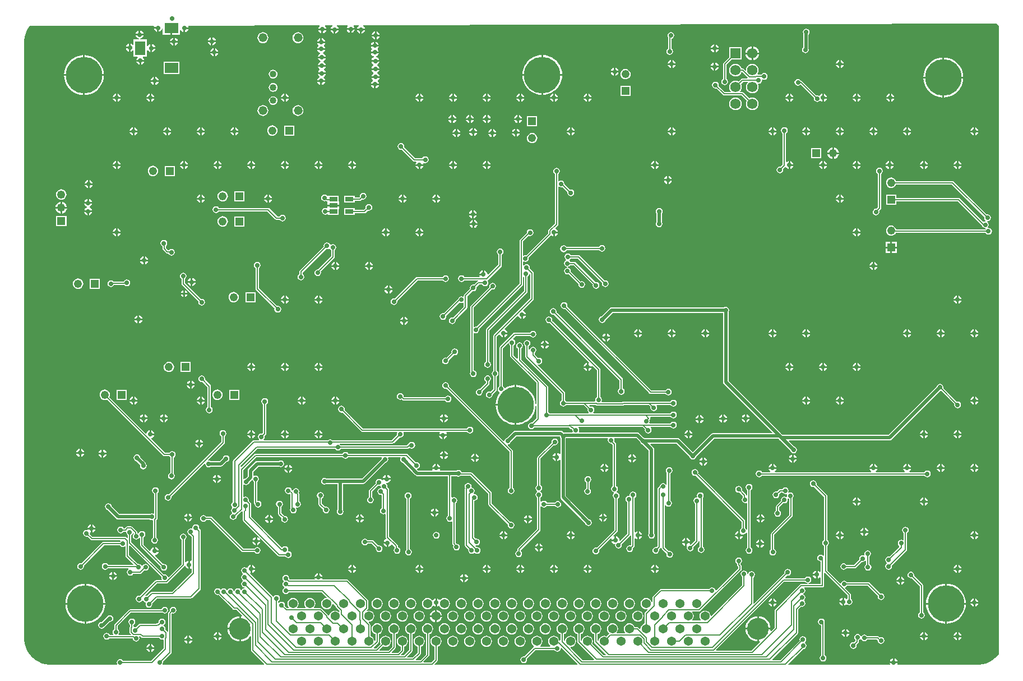
<source format=gbr>
%TF.GenerationSoftware,Altium Limited,Altium Designer,20.2.5 (213)*%
G04 Layer_Physical_Order=2*
G04 Layer_Color=16711680*
%FSLAX26Y26*%
%MOIN*%
%TF.SameCoordinates,271AC680-9A3E-4A00-A3D7-6C105C8C782D*%
%TF.FilePolarity,Positive*%
%TF.FileFunction,Copper,L2,Bot,Signal*%
%TF.Part,Single*%
G01*
G75*
%TA.AperFunction,Conductor*%
%ADD10C,0.008000*%
%ADD67C,0.020000*%
%TA.AperFunction,ComponentPad*%
%ADD69R,0.048819X0.048819*%
%ADD70C,0.048819*%
%ADD71R,0.048819X0.048819*%
%ADD72R,0.059055X0.082677*%
%ADD73R,0.082677X0.059055*%
%ADD74C,0.053858*%
%ADD75C,0.128740*%
%ADD76R,0.061811X0.061811*%
%ADD77C,0.061811*%
%ADD78C,0.049213*%
%ADD79R,0.049213X0.049213*%
%ADD80C,0.052000*%
%ADD81C,0.040000*%
%TA.AperFunction,ViaPad*%
%ADD82C,0.027559*%
%ADD83C,0.216535*%
%ADD84C,0.019685*%
%TA.AperFunction,SMDPad,CuDef*%
%ADD85R,0.051181X0.027559*%
G36*
X6837733Y4834787D02*
X6845000Y4825316D01*
Y1093285D01*
X6837733Y1083815D01*
X6823167Y1069249D01*
X6806824Y1056708D01*
X6788985Y1046409D01*
X6769954Y1038526D01*
X6750057Y1033195D01*
X6729634Y1030506D01*
X6244218D01*
X6241861Y1034916D01*
X6242400Y1035722D01*
X6243251Y1040000D01*
X6196749D01*
X6197600Y1035722D01*
X6198139Y1034916D01*
X6195782Y1030506D01*
X5593834D01*
X5591921Y1035125D01*
X5680511Y1123714D01*
X5681018Y1123613D01*
X5688736Y1125148D01*
X5695278Y1129520D01*
X5699650Y1136062D01*
X5701185Y1143780D01*
X5699650Y1151498D01*
X5695278Y1158040D01*
X5692749Y1159730D01*
Y1164730D01*
X5694260Y1165740D01*
X5698632Y1172282D01*
X5700167Y1180000D01*
X5698632Y1187718D01*
X5694260Y1194260D01*
X5687718Y1198632D01*
X5680000Y1200167D01*
X5672282Y1198632D01*
X5665740Y1194260D01*
X5661368Y1187718D01*
X5659833Y1180000D01*
X5660787Y1175206D01*
X5543943Y1058362D01*
X5499314D01*
X5497400Y1062981D01*
X5648210Y1213790D01*
X5650420Y1217098D01*
X5651196Y1221000D01*
Y1356777D01*
X5670206Y1375787D01*
X5675000Y1374833D01*
X5682718Y1376368D01*
X5689260Y1380740D01*
X5693632Y1387282D01*
X5695167Y1395000D01*
X5693632Y1402718D01*
X5689260Y1409260D01*
X5688153Y1410000D01*
Y1415000D01*
X5689260Y1415740D01*
X5693632Y1422282D01*
X5695167Y1430000D01*
X5693632Y1437718D01*
X5689260Y1444260D01*
X5683573Y1448061D01*
X5683183Y1451718D01*
X5683464Y1453582D01*
X5688232Y1456768D01*
X5692604Y1463310D01*
X5694139Y1471028D01*
X5692604Y1478746D01*
X5688556Y1484804D01*
X5689112Y1487061D01*
X5690474Y1489804D01*
X5795292D01*
X5799194Y1490580D01*
X5802502Y1492790D01*
X5804712Y1496098D01*
X5805488Y1500000D01*
Y1574392D01*
X5810488Y1576464D01*
X5944804Y1442147D01*
Y1425991D01*
X5939885Y1421780D01*
X5937144Y1422144D01*
X5929278Y1427400D01*
X5925000Y1428251D01*
Y1405000D01*
Y1381749D01*
X5929278Y1382600D01*
X5937144Y1387856D01*
X5943743Y1388733D01*
X5947282Y1386368D01*
X5955000Y1384833D01*
X5962718Y1386368D01*
X5969260Y1390740D01*
X5973632Y1397282D01*
X5975167Y1405000D01*
X5973632Y1412718D01*
X5969260Y1419260D01*
X5965196Y1421976D01*
Y1446371D01*
X5964420Y1450272D01*
X5962210Y1453580D01*
X5929548Y1486242D01*
X5931000Y1491026D01*
X5932718Y1491368D01*
X5939260Y1495740D01*
X5941976Y1499804D01*
X6065777D01*
X6125787Y1439794D01*
X6124833Y1435000D01*
X6126368Y1427282D01*
X6130740Y1420740D01*
X6137282Y1416368D01*
X6145000Y1414833D01*
X6152718Y1416368D01*
X6159260Y1420740D01*
X6163632Y1427282D01*
X6165167Y1435000D01*
X6163632Y1442718D01*
X6159260Y1449260D01*
X6152718Y1453632D01*
X6145000Y1455167D01*
X6140206Y1454213D01*
X6077210Y1517210D01*
X6073902Y1519420D01*
X6070000Y1520196D01*
X5941976D01*
X5939260Y1524260D01*
X5932718Y1528632D01*
X5925000Y1530167D01*
X5917282Y1528632D01*
X5910740Y1524260D01*
X5906368Y1517718D01*
X5906026Y1516000D01*
X5901242Y1514548D01*
X5825337Y1590453D01*
Y1738434D01*
X5829401Y1741150D01*
X5833773Y1747692D01*
X5835308Y1755410D01*
X5833773Y1763128D01*
X5829401Y1769670D01*
X5825337Y1772386D01*
Y2032925D01*
X5824561Y2036827D01*
X5822351Y2040135D01*
X5760510Y2101976D01*
X5761463Y2106770D01*
X5759928Y2114488D01*
X5755557Y2121030D01*
X5749014Y2125402D01*
X5741296Y2126937D01*
X5733579Y2125402D01*
X5727036Y2121030D01*
X5722664Y2114488D01*
X5721129Y2106770D01*
X5722664Y2099052D01*
X5727036Y2092510D01*
X5733579Y2088138D01*
X5741296Y2086603D01*
X5746091Y2087557D01*
X5804945Y2028702D01*
Y1772386D01*
X5800881Y1769670D01*
X5796509Y1763128D01*
X5794974Y1755410D01*
X5796509Y1747692D01*
X5800881Y1741150D01*
X5804945Y1738434D01*
Y1679752D01*
X5799945Y1678235D01*
X5799260Y1679260D01*
X5792718Y1683632D01*
X5785000Y1685167D01*
X5777282Y1683632D01*
X5770740Y1679260D01*
X5766368Y1672718D01*
X5764833Y1665000D01*
X5766368Y1657282D01*
X5770740Y1650740D01*
X5777282Y1646368D01*
X5785000Y1644833D01*
X5785096Y1644754D01*
Y1583349D01*
X5780096Y1581832D01*
X5779540Y1582664D01*
X5771674Y1587920D01*
X5767396Y1588771D01*
Y1565520D01*
Y1542269D01*
X5771674Y1543120D01*
X5779540Y1548376D01*
X5780096Y1549208D01*
X5785096Y1547691D01*
Y1510196D01*
X5712317D01*
X5711824Y1515196D01*
X5717718Y1516368D01*
X5724260Y1520740D01*
X5728632Y1527282D01*
X5730167Y1535000D01*
X5728632Y1542718D01*
X5724260Y1549260D01*
X5717718Y1553632D01*
X5710000Y1555167D01*
X5702282Y1553632D01*
X5695740Y1549260D01*
X5693024Y1545196D01*
X5576148D01*
X5574234Y1549815D01*
X5585206Y1560787D01*
X5590000Y1559833D01*
X5597718Y1561368D01*
X5604260Y1565740D01*
X5608632Y1572282D01*
X5610167Y1580000D01*
X5608632Y1587718D01*
X5604260Y1594260D01*
X5597718Y1598632D01*
X5590000Y1600167D01*
X5582282Y1598632D01*
X5575740Y1594260D01*
X5571368Y1587718D01*
X5569833Y1580000D01*
X5570787Y1575206D01*
X5389332Y1393751D01*
X5388961Y1393794D01*
X5384510Y1396000D01*
Y1548710D01*
X5388574Y1551426D01*
X5392946Y1557968D01*
X5394481Y1565686D01*
X5392946Y1573404D01*
X5388574Y1579946D01*
X5382032Y1584318D01*
X5374314Y1585853D01*
X5366596Y1584318D01*
X5360054Y1579946D01*
X5355682Y1573404D01*
X5354941Y1569678D01*
X5350167Y1570000D01*
X5348632Y1577718D01*
X5344260Y1584260D01*
X5337718Y1588632D01*
X5330000Y1590167D01*
X5322282Y1588632D01*
X5315740Y1584260D01*
X5311368Y1577718D01*
X5309833Y1570000D01*
X5311368Y1562282D01*
X5315740Y1555740D01*
X5319804Y1553024D01*
Y1503215D01*
X5135745Y1319156D01*
X5130605Y1321087D01*
X5129761Y1327494D01*
X5126444Y1335505D01*
X5121165Y1342383D01*
X5114287Y1347661D01*
X5106276Y1350979D01*
X5097680Y1352111D01*
X5089084Y1350979D01*
X5081073Y1347661D01*
X5074195Y1342383D01*
X5068917Y1335505D01*
X5065599Y1327494D01*
X5064467Y1318898D01*
X5065599Y1310302D01*
X5068917Y1302291D01*
X5072851Y1297164D01*
X5070583Y1292164D01*
X5024777D01*
X5022509Y1297164D01*
X5026444Y1302291D01*
X5029761Y1310302D01*
X5030893Y1318898D01*
X5029761Y1327494D01*
X5026444Y1335505D01*
X5021785Y1341576D01*
X5023142Y1346576D01*
X5062976D01*
X5066878Y1347352D01*
X5070186Y1349562D01*
X5312210Y1591586D01*
X5314420Y1594894D01*
X5315196Y1598796D01*
Y1617712D01*
X5314820Y1619603D01*
X5314421Y1621612D01*
X5314420Y1621613D01*
X5314420Y1621614D01*
X5313310Y1623275D01*
X5312211Y1624920D01*
X5310228Y1626904D01*
Y1632534D01*
X5312720Y1634200D01*
X5317092Y1640742D01*
X5318627Y1648460D01*
X5317092Y1656178D01*
X5312720Y1662720D01*
X5306178Y1667092D01*
X5298460Y1668627D01*
X5290742Y1667092D01*
X5284200Y1662720D01*
X5279828Y1656178D01*
X5278293Y1648460D01*
X5279828Y1640742D01*
X5284200Y1634200D01*
X5289836Y1630434D01*
Y1622682D01*
X5290222Y1620743D01*
X5290611Y1618782D01*
X5290612Y1618781D01*
X5290612Y1618780D01*
X5291808Y1616991D01*
X5292821Y1615474D01*
X5292822Y1615473D01*
X5292822Y1615472D01*
X5292823Y1615472D01*
X5294804Y1613490D01*
Y1603019D01*
X5164688Y1472903D01*
X5159262Y1474549D01*
X5158632Y1477718D01*
X5154260Y1484260D01*
X5147718Y1488632D01*
X5140000Y1490167D01*
X5132282Y1488632D01*
X5125740Y1484260D01*
X5123024Y1480196D01*
X4835000D01*
X4831098Y1479420D01*
X4827790Y1477210D01*
X4787208Y1436628D01*
X4784998Y1433320D01*
X4784222Y1429418D01*
Y1404593D01*
X4779222Y1403599D01*
X4776444Y1410307D01*
X4771165Y1417185D01*
X4764287Y1422464D01*
X4756276Y1425782D01*
X4747680Y1426913D01*
X4739084Y1425782D01*
X4731073Y1422464D01*
X4724195Y1417185D01*
X4718917Y1410307D01*
X4715599Y1402296D01*
X4714467Y1393700D01*
X4715599Y1385104D01*
X4718917Y1377093D01*
X4724195Y1370215D01*
X4731073Y1364937D01*
X4739084Y1361619D01*
X4747680Y1360487D01*
X4754954Y1361444D01*
X4757459Y1357428D01*
X4757580Y1356999D01*
X4740470Y1339890D01*
X4738260Y1336582D01*
X4737484Y1332680D01*
Y1275513D01*
X4731073Y1272858D01*
X4724195Y1267579D01*
X4718917Y1260701D01*
X4715599Y1252690D01*
X4714691Y1245794D01*
X4709818Y1243595D01*
X4702110Y1251304D01*
X4698802Y1253514D01*
X4694900Y1254290D01*
X4679099D01*
X4676444Y1260701D01*
X4671165Y1267579D01*
X4664287Y1272858D01*
X4656276Y1276176D01*
X4647680Y1277307D01*
X4639084Y1276176D01*
X4631073Y1272858D01*
X4624195Y1267579D01*
X4618917Y1260701D01*
X4615599Y1252690D01*
X4614467Y1244094D01*
X4615599Y1235498D01*
X4618917Y1227487D01*
X4623575Y1221416D01*
X4622218Y1216416D01*
X4573142D01*
X4571785Y1221416D01*
X4576444Y1227487D01*
X4579761Y1235498D01*
X4580893Y1244094D01*
X4579761Y1252690D01*
X4576444Y1260701D01*
X4571165Y1267579D01*
X4564287Y1272858D01*
X4556276Y1276176D01*
X4547680Y1277307D01*
X4539084Y1276176D01*
X4531073Y1272858D01*
X4524195Y1267579D01*
X4518917Y1260701D01*
X4515599Y1252690D01*
X4514467Y1244094D01*
X4515599Y1235498D01*
X4518917Y1227487D01*
X4524195Y1220609D01*
X4527162Y1218332D01*
X4526503Y1212535D01*
X4512687Y1198718D01*
X4506276Y1201373D01*
X4497680Y1202505D01*
X4489084Y1201373D01*
X4481073Y1198055D01*
X4474195Y1192777D01*
X4468917Y1185899D01*
X4465599Y1177888D01*
X4465216Y1174986D01*
X4459877Y1172738D01*
X4457876Y1174237D01*
Y1212675D01*
X4464287Y1215331D01*
X4471165Y1220609D01*
X4476444Y1227487D01*
X4479761Y1235498D01*
X4480893Y1244094D01*
X4479761Y1252690D01*
X4476444Y1260701D01*
X4471165Y1267579D01*
X4464287Y1272858D01*
X4456276Y1276176D01*
X4447680Y1277307D01*
X4439084Y1276176D01*
X4431073Y1272858D01*
X4424195Y1267579D01*
X4418917Y1260701D01*
X4415599Y1252690D01*
X4414467Y1244094D01*
X4415599Y1235498D01*
X4418917Y1227487D01*
X4424195Y1220609D01*
X4431073Y1215331D01*
X4437484Y1212675D01*
Y1167066D01*
X4438260Y1163164D01*
X4440470Y1159857D01*
X4509344Y1090981D01*
X4507430Y1086362D01*
X4495027D01*
X4427106Y1154285D01*
X4429761Y1160696D01*
X4430893Y1169292D01*
X4429761Y1177888D01*
X4426444Y1185899D01*
X4421165Y1192777D01*
X4414287Y1198055D01*
X4406276Y1201373D01*
X4397680Y1202505D01*
X4389084Y1201373D01*
X4381073Y1198055D01*
X4374195Y1192777D01*
X4368917Y1185899D01*
X4365599Y1177888D01*
X4365216Y1174986D01*
X4359877Y1172738D01*
X4357876Y1174237D01*
Y1212675D01*
X4364287Y1215331D01*
X4371165Y1220609D01*
X4376444Y1227487D01*
X4379761Y1235498D01*
X4380893Y1244094D01*
X4379761Y1252690D01*
X4376444Y1260701D01*
X4371165Y1267579D01*
X4364287Y1272858D01*
X4356276Y1276176D01*
X4347680Y1277307D01*
X4339084Y1276176D01*
X4331073Y1272858D01*
X4324195Y1267579D01*
X4318917Y1260701D01*
X4315599Y1252690D01*
X4314467Y1244094D01*
X4315599Y1235498D01*
X4318917Y1227487D01*
X4324195Y1220609D01*
X4331073Y1215331D01*
X4337484Y1212675D01*
Y1167066D01*
X4338260Y1163164D01*
X4340470Y1159857D01*
X4437344Y1062981D01*
X4435430Y1058362D01*
X4370801D01*
X4297937Y1131228D01*
X4299869Y1136367D01*
X4306276Y1137210D01*
X4314287Y1140528D01*
X4321165Y1145807D01*
X4326444Y1152685D01*
X4329761Y1160696D01*
X4330893Y1169292D01*
X4329761Y1177888D01*
X4326444Y1185899D01*
X4321165Y1192777D01*
X4314287Y1198055D01*
X4306276Y1201373D01*
X4297680Y1202505D01*
X4289084Y1201373D01*
X4281073Y1198055D01*
X4274195Y1192777D01*
X4268917Y1185899D01*
X4265599Y1177888D01*
X4265216Y1174986D01*
X4259877Y1172738D01*
X4257876Y1174238D01*
Y1212675D01*
X4264287Y1215331D01*
X4271165Y1220609D01*
X4276444Y1227487D01*
X4279761Y1235498D01*
X4280893Y1244094D01*
X4279761Y1252690D01*
X4276444Y1260701D01*
X4271165Y1267579D01*
X4264287Y1272858D01*
X4256276Y1276176D01*
X4247680Y1277307D01*
X4239084Y1276176D01*
X4231073Y1272858D01*
X4224195Y1267579D01*
X4218917Y1260701D01*
X4215599Y1252690D01*
X4214467Y1244094D01*
X4215599Y1235498D01*
X4218917Y1227487D01*
X4224195Y1220609D01*
X4231073Y1215331D01*
X4237484Y1212675D01*
Y1176645D01*
X4232484Y1173606D01*
X4230167Y1174808D01*
X4229761Y1177888D01*
X4226444Y1185899D01*
X4221165Y1192777D01*
X4214287Y1198055D01*
X4206276Y1201373D01*
X4197680Y1202505D01*
X4189084Y1201373D01*
X4181073Y1198055D01*
X4174195Y1192777D01*
X4168917Y1185899D01*
X4165599Y1177888D01*
X4164467Y1169292D01*
X4165599Y1160696D01*
X4168917Y1152685D01*
X4174195Y1145807D01*
X4177206Y1143496D01*
X4175509Y1138496D01*
X4119851D01*
X4118154Y1143496D01*
X4121165Y1145807D01*
X4126444Y1152685D01*
X4129761Y1160696D01*
X4130893Y1169292D01*
X4129761Y1177888D01*
X4126444Y1185899D01*
X4121165Y1192777D01*
X4114287Y1198055D01*
X4106276Y1201373D01*
X4097680Y1202505D01*
X4089084Y1201373D01*
X4081073Y1198055D01*
X4074195Y1192777D01*
X4068916Y1185899D01*
X4065599Y1177888D01*
X4064467Y1169292D01*
X4065599Y1160696D01*
X4068916Y1152685D01*
X4074195Y1145807D01*
X4079742Y1141550D01*
X4080444Y1138028D01*
X4080441Y1137962D01*
X4079864Y1135618D01*
X4079702Y1135510D01*
X4023635Y1079444D01*
X4020000Y1080167D01*
X4012282Y1078632D01*
X4005740Y1074260D01*
X4001368Y1067718D01*
X3999833Y1060000D01*
X4001368Y1052282D01*
X4005740Y1045740D01*
X4012282Y1041368D01*
X4020000Y1039833D01*
X4027718Y1041368D01*
X4034260Y1045740D01*
X4038632Y1052282D01*
X4040167Y1060000D01*
X4038983Y1065953D01*
X4091135Y1118104D01*
X4203098D01*
X4205814Y1114040D01*
X4212356Y1109668D01*
X4220074Y1108133D01*
X4227792Y1109668D01*
X4234334Y1114040D01*
X4238706Y1120582D01*
X4240241Y1128300D01*
X4244856Y1130726D01*
X4340456Y1035125D01*
X4338542Y1030506D01*
X3491458D01*
X3489544Y1035125D01*
X3504890Y1050470D01*
X3507100Y1053778D01*
X3507876Y1057680D01*
Y1137873D01*
X3514287Y1140528D01*
X3521165Y1145807D01*
X3526443Y1152685D01*
X3529762Y1160696D01*
X3530893Y1169292D01*
X3529762Y1177888D01*
X3526443Y1185899D01*
X3521165Y1192777D01*
X3514287Y1198055D01*
X3506276Y1201373D01*
X3497680Y1202505D01*
X3489084Y1201373D01*
X3481073Y1198055D01*
X3474195Y1192777D01*
X3468916Y1185899D01*
X3465599Y1177888D01*
X3464467Y1169292D01*
X3465599Y1160696D01*
X3468916Y1152685D01*
X3474195Y1145807D01*
X3481073Y1140528D01*
X3487484Y1137873D01*
Y1061903D01*
X3469943Y1044362D01*
X3425314D01*
X3423401Y1048981D01*
X3454890Y1080470D01*
X3457100Y1083778D01*
X3457876Y1087680D01*
Y1212675D01*
X3464287Y1215331D01*
X3471165Y1220609D01*
X3476443Y1227487D01*
X3479762Y1235498D01*
X3480893Y1244094D01*
X3479762Y1252690D01*
X3476443Y1260701D01*
X3471165Y1267579D01*
X3464287Y1272858D01*
X3456276Y1276176D01*
X3447680Y1277307D01*
X3439084Y1276176D01*
X3431073Y1272858D01*
X3424195Y1267579D01*
X3418916Y1260701D01*
X3415599Y1252690D01*
X3414467Y1244094D01*
X3415599Y1235498D01*
X3418916Y1227487D01*
X3424195Y1220609D01*
X3431073Y1215331D01*
X3437484Y1212675D01*
Y1091903D01*
X3403943Y1058362D01*
X3379314D01*
X3377401Y1062981D01*
X3404890Y1090470D01*
X3407100Y1093778D01*
X3407876Y1097680D01*
Y1137873D01*
X3414287Y1140528D01*
X3421165Y1145807D01*
X3426443Y1152685D01*
X3429762Y1160696D01*
X3430893Y1169292D01*
X3429762Y1177888D01*
X3426443Y1185899D01*
X3421165Y1192777D01*
X3414287Y1198055D01*
X3406276Y1201373D01*
X3397680Y1202505D01*
X3389084Y1201373D01*
X3381073Y1198055D01*
X3374195Y1192777D01*
X3368916Y1185899D01*
X3365599Y1177888D01*
X3364467Y1169292D01*
X3365599Y1160696D01*
X3368916Y1152685D01*
X3374195Y1145807D01*
X3381073Y1140528D01*
X3387484Y1137873D01*
Y1101903D01*
X3357943Y1072362D01*
X3328314D01*
X3326401Y1076981D01*
X3354890Y1105470D01*
X3357100Y1108778D01*
X3357876Y1112680D01*
Y1212675D01*
X3364287Y1215331D01*
X3371165Y1220609D01*
X3376443Y1227487D01*
X3379762Y1235498D01*
X3380893Y1244094D01*
X3379762Y1252690D01*
X3376443Y1260701D01*
X3371165Y1267579D01*
X3364287Y1272858D01*
X3356276Y1276176D01*
X3347680Y1277307D01*
X3339084Y1276176D01*
X3331073Y1272858D01*
X3324195Y1267579D01*
X3318916Y1260701D01*
X3315599Y1252690D01*
X3314467Y1244094D01*
X3315599Y1235498D01*
X3318916Y1227487D01*
X3324195Y1220609D01*
X3331073Y1215331D01*
X3337484Y1212675D01*
Y1116903D01*
X3306943Y1086362D01*
X3292314D01*
X3290401Y1090981D01*
X3304890Y1105470D01*
X3307100Y1108778D01*
X3307876Y1112680D01*
Y1137873D01*
X3314287Y1140528D01*
X3321165Y1145807D01*
X3326443Y1152685D01*
X3329762Y1160696D01*
X3330893Y1169292D01*
X3329762Y1177888D01*
X3326443Y1185899D01*
X3321165Y1192777D01*
X3314287Y1198055D01*
X3306276Y1201373D01*
X3297680Y1202505D01*
X3289084Y1201373D01*
X3281073Y1198055D01*
X3274195Y1192777D01*
X3268916Y1185899D01*
X3265599Y1177888D01*
X3264467Y1169292D01*
X3265599Y1160696D01*
X3268916Y1152685D01*
X3274195Y1145807D01*
X3281073Y1140528D01*
X3287484Y1137873D01*
Y1116903D01*
X3270943Y1100362D01*
X3236314D01*
X3234401Y1104981D01*
X3254890Y1125470D01*
X3257100Y1128778D01*
X3257876Y1132680D01*
Y1212675D01*
X3264287Y1215331D01*
X3271165Y1220609D01*
X3276443Y1227487D01*
X3279762Y1235498D01*
X3280893Y1244094D01*
X3279762Y1252690D01*
X3276443Y1260701D01*
X3271165Y1267579D01*
X3264287Y1272858D01*
X3256276Y1276176D01*
X3247680Y1277307D01*
X3239084Y1276176D01*
X3231073Y1272858D01*
X3224195Y1267579D01*
X3218916Y1260701D01*
X3215599Y1252690D01*
X3214467Y1244094D01*
X3215599Y1235498D01*
X3218916Y1227487D01*
X3224195Y1220609D01*
X3231073Y1215331D01*
X3237484Y1212675D01*
Y1136903D01*
X3214943Y1114362D01*
X3163702D01*
X3161789Y1118981D01*
X3182673Y1139866D01*
X3189084Y1137210D01*
X3197680Y1136079D01*
X3206276Y1137210D01*
X3214287Y1140528D01*
X3221165Y1145807D01*
X3226443Y1152685D01*
X3229762Y1160696D01*
X3230893Y1169292D01*
X3229762Y1177888D01*
X3226443Y1185899D01*
X3221165Y1192777D01*
X3214287Y1198055D01*
X3206276Y1201373D01*
X3197680Y1202505D01*
X3189084Y1201373D01*
X3181073Y1198055D01*
X3174195Y1192777D01*
X3168916Y1185899D01*
X3165599Y1177888D01*
X3164467Y1169292D01*
X3165599Y1160696D01*
X3168254Y1154285D01*
X3142331Y1128362D01*
X3129928D01*
X3128015Y1132981D01*
X3154890Y1159856D01*
X3157100Y1163164D01*
X3157876Y1167066D01*
Y1212675D01*
X3164287Y1215331D01*
X3171165Y1220609D01*
X3176443Y1227487D01*
X3179762Y1235498D01*
X3180893Y1244094D01*
X3179762Y1252690D01*
X3176443Y1260701D01*
X3171165Y1267579D01*
X3164287Y1272858D01*
X3156276Y1276176D01*
X3147680Y1277307D01*
X3139084Y1276176D01*
X3131073Y1272858D01*
X3124195Y1267579D01*
X3118916Y1260701D01*
X3115599Y1252690D01*
X3114467Y1244094D01*
X3115599Y1235498D01*
X3118916Y1227487D01*
X3124195Y1220609D01*
X3131073Y1215331D01*
X3137484Y1212675D01*
Y1174238D01*
X3135483Y1172738D01*
X3130144Y1174986D01*
X3129762Y1177888D01*
X3126443Y1185899D01*
X3121165Y1192777D01*
X3114287Y1198055D01*
X3107876Y1200711D01*
Y1266672D01*
X3107100Y1270574D01*
X3104890Y1273882D01*
X3097938Y1280833D01*
X3099869Y1285973D01*
X3106276Y1286816D01*
X3114287Y1290134D01*
X3121165Y1295413D01*
X3126443Y1302291D01*
X3129762Y1310302D01*
X3130893Y1318898D01*
X3129762Y1327494D01*
X3126443Y1335505D01*
X3121165Y1342383D01*
X3114287Y1347661D01*
X3106276Y1350979D01*
X3097680Y1352111D01*
X3089084Y1350979D01*
X3088684Y1350814D01*
X3085852Y1355053D01*
X3091818Y1361018D01*
X3094028Y1364326D01*
X3094804Y1368228D01*
Y1408998D01*
X3094028Y1412900D01*
X3091818Y1416208D01*
X2974596Y1533430D01*
X2971288Y1535640D01*
X2967386Y1536416D01*
X2824701D01*
X2823775Y1538149D01*
X2822538Y1541416D01*
X2823251Y1545000D01*
X2776749D01*
X2777462Y1541416D01*
X2776225Y1538149D01*
X2775299Y1536416D01*
X2628003D01*
X2624213Y1540206D01*
X2625167Y1545000D01*
X2623632Y1552718D01*
X2619260Y1559260D01*
X2612718Y1563632D01*
X2605000Y1565167D01*
X2597282Y1563632D01*
X2590740Y1559260D01*
X2586368Y1552718D01*
X2584833Y1545000D01*
X2586368Y1537282D01*
X2590740Y1530740D01*
X2591847Y1530000D01*
Y1525000D01*
X2590740Y1524260D01*
X2586368Y1517718D01*
X2584833Y1510000D01*
X2586368Y1502282D01*
X2590740Y1495740D01*
X2595006Y1492889D01*
Y1487111D01*
X2590740Y1484260D01*
X2586368Y1477718D01*
X2584833Y1470000D01*
X2586368Y1462282D01*
X2590740Y1455740D01*
X2597282Y1451368D01*
X2605000Y1449833D01*
X2612718Y1451368D01*
X2619260Y1455740D01*
X2621976Y1459804D01*
X2819383D01*
X2847422Y1431765D01*
X2845491Y1426625D01*
X2839084Y1425782D01*
X2831073Y1422464D01*
X2824195Y1417185D01*
X2818916Y1410307D01*
X2815599Y1402296D01*
X2814467Y1393700D01*
X2815599Y1385104D01*
X2818916Y1377093D01*
X2824195Y1370215D01*
X2831073Y1364937D01*
X2839084Y1361619D01*
X2847680Y1360487D01*
X2856276Y1361619D01*
X2864287Y1364937D01*
X2871165Y1370215D01*
X2876443Y1377093D01*
X2879762Y1385104D01*
X2880605Y1391511D01*
X2885745Y1393442D01*
X2900554Y1378633D01*
Y1378404D01*
X2901330Y1374502D01*
X2903540Y1371194D01*
X2924124Y1350611D01*
X2923635Y1345654D01*
X2919380Y1343753D01*
X2914287Y1347661D01*
X2906276Y1350979D01*
X2897680Y1352111D01*
X2889084Y1350979D01*
X2881073Y1347661D01*
X2874195Y1342383D01*
X2868916Y1335505D01*
X2865599Y1327494D01*
X2865399Y1325978D01*
X2859933Y1322766D01*
X2858968Y1323148D01*
X2858966Y1323158D01*
X2856756Y1326466D01*
X2820186Y1363036D01*
X2816878Y1365246D01*
X2812976Y1366022D01*
X2773142D01*
X2771785Y1371022D01*
X2776443Y1377093D01*
X2779762Y1385104D01*
X2780893Y1393700D01*
X2779762Y1402296D01*
X2776443Y1410307D01*
X2771165Y1417185D01*
X2764287Y1422464D01*
X2756276Y1425782D01*
X2747680Y1426913D01*
X2739084Y1425782D01*
X2731073Y1422464D01*
X2724195Y1417185D01*
X2718916Y1410307D01*
X2715599Y1402296D01*
X2714467Y1393700D01*
X2715599Y1385104D01*
X2718916Y1377093D01*
X2723575Y1371022D01*
X2722218Y1366022D01*
X2673142D01*
X2671785Y1371022D01*
X2676443Y1377093D01*
X2679762Y1385104D01*
X2680893Y1393700D01*
X2679762Y1402296D01*
X2676443Y1410307D01*
X2671165Y1417185D01*
X2664287Y1422464D01*
X2656276Y1425782D01*
X2647680Y1426913D01*
X2639084Y1425782D01*
X2631073Y1422464D01*
X2624195Y1417185D01*
X2618916Y1410307D01*
X2615599Y1402296D01*
X2614467Y1393700D01*
X2615599Y1385104D01*
X2618916Y1377093D01*
X2623575Y1371022D01*
X2622218Y1366022D01*
X2613397D01*
X2599213Y1380206D01*
X2600167Y1385000D01*
X2598632Y1392718D01*
X2594260Y1399260D01*
X2587718Y1403632D01*
X2580000Y1405167D01*
X2572282Y1403632D01*
X2565740Y1399260D01*
X2565196Y1398446D01*
X2560196Y1399963D01*
Y1408024D01*
X2564260Y1410740D01*
X2568632Y1417282D01*
X2570167Y1425000D01*
X2568632Y1432718D01*
X2564260Y1439260D01*
X2557718Y1443632D01*
X2550000Y1445167D01*
X2542282Y1443632D01*
X2535740Y1439260D01*
X2533014Y1435180D01*
X2530175Y1435335D01*
X2527524Y1435964D01*
X2525650Y1438770D01*
X2392214Y1572205D01*
X2394677Y1576813D01*
X2395000Y1576749D01*
Y1600000D01*
Y1623251D01*
X2390722Y1622400D01*
X2382856Y1617144D01*
X2377600Y1609278D01*
X2377339Y1607967D01*
X2371827Y1605886D01*
X2367718Y1608632D01*
X2360000Y1610167D01*
X2352282Y1608632D01*
X2345740Y1604260D01*
X2341368Y1597718D01*
X2339833Y1590000D01*
X2341368Y1582282D01*
X2345740Y1575740D01*
X2350006Y1572889D01*
Y1567111D01*
X2345740Y1564260D01*
X2341368Y1557718D01*
X2339833Y1550000D01*
X2341368Y1542282D01*
X2345740Y1535740D01*
X2350006Y1532889D01*
Y1527111D01*
X2345740Y1524260D01*
X2341368Y1517718D01*
X2339833Y1510000D01*
X2341368Y1502282D01*
X2345740Y1495740D01*
X2352282Y1491368D01*
X2358914Y1490049D01*
Y1484951D01*
X2352282Y1483632D01*
X2345740Y1479260D01*
X2342889Y1474994D01*
X2337111D01*
X2334260Y1479260D01*
X2327718Y1483632D01*
X2320000Y1485167D01*
X2312282Y1483632D01*
X2305740Y1479260D01*
X2301368Y1472718D01*
X2300049Y1466086D01*
X2294951D01*
X2293632Y1472718D01*
X2289260Y1479260D01*
X2282718Y1483632D01*
X2275000Y1485167D01*
X2267282Y1483632D01*
X2260740Y1479260D01*
X2257889Y1474994D01*
X2252111D01*
X2249260Y1479260D01*
X2242718Y1483632D01*
X2235000Y1485167D01*
X2227282Y1483632D01*
X2220740Y1479260D01*
X2220000Y1478153D01*
X2215000D01*
X2214260Y1479260D01*
X2207718Y1483632D01*
X2200000Y1485167D01*
X2192282Y1483632D01*
X2185740Y1479260D01*
X2181368Y1472718D01*
X2179833Y1465000D01*
X2181368Y1457282D01*
X2185740Y1450740D01*
X2192282Y1446368D01*
X2200000Y1444833D01*
X2204794Y1445787D01*
X2290152Y1360428D01*
X2293460Y1358218D01*
X2297362Y1357442D01*
X2310127D01*
X2344924Y1322646D01*
X2342653Y1317845D01*
X2337718Y1318331D01*
Y1244094D01*
Y1169857D01*
X2347297Y1170800D01*
X2361316Y1175053D01*
X2374236Y1181958D01*
X2385560Y1191252D01*
X2392776Y1200045D01*
X2397776Y1198256D01*
Y1117030D01*
X2398552Y1113128D01*
X2400762Y1109821D01*
X2475456Y1035125D01*
X2473542Y1030506D01*
X1875112D01*
X1872755Y1034916D01*
X1873632Y1036228D01*
X1875167Y1043946D01*
X1874213Y1048740D01*
X1923554Y1098080D01*
X1925764Y1101388D01*
X1926540Y1105290D01*
Y1332121D01*
X1930206Y1335787D01*
X1935000Y1334833D01*
X1942718Y1336368D01*
X1949260Y1340740D01*
X1953632Y1347282D01*
X1955167Y1355000D01*
X1953632Y1362718D01*
X1949260Y1369260D01*
X1942718Y1373632D01*
X1935000Y1375167D01*
X1927282Y1373632D01*
X1920740Y1369260D01*
X1916368Y1362718D01*
X1914833Y1355000D01*
X1915787Y1350206D01*
X1909134Y1343554D01*
X1906924Y1340246D01*
X1906148Y1336344D01*
Y1227845D01*
X1901148Y1226367D01*
X1899770Y1228430D01*
X1887993Y1240206D01*
X1888947Y1245000D01*
X1887412Y1252718D01*
X1883040Y1259260D01*
X1878774Y1262111D01*
Y1267889D01*
X1883040Y1270740D01*
X1887412Y1277282D01*
X1888947Y1285000D01*
X1887412Y1292718D01*
X1883040Y1299260D01*
X1876498Y1303632D01*
X1868780Y1305167D01*
X1861062Y1303632D01*
X1854520Y1299260D01*
X1850148Y1292718D01*
X1848613Y1285000D01*
X1849049Y1282810D01*
X1844767Y1278528D01*
X1843332D01*
X1839430Y1277752D01*
X1836122Y1275542D01*
X1835777Y1275196D01*
X1740000D01*
X1736098Y1274420D01*
X1732790Y1272210D01*
X1714794Y1254213D01*
X1710000Y1255167D01*
X1705148Y1254202D01*
X1700296Y1257721D01*
X1700196Y1257927D01*
Y1268024D01*
X1704260Y1270740D01*
X1708632Y1277282D01*
X1710167Y1285000D01*
X1708632Y1292718D01*
X1704260Y1299260D01*
X1697718Y1303632D01*
X1690000Y1305167D01*
X1682282Y1303632D01*
X1675740Y1299260D01*
X1671368Y1292718D01*
X1669833Y1285000D01*
X1671368Y1277282D01*
X1675740Y1270740D01*
X1679804Y1268024D01*
Y1258541D01*
X1679010Y1257748D01*
X1676800Y1254440D01*
X1676024Y1250538D01*
Y1225150D01*
X1676800Y1221248D01*
X1679010Y1217940D01*
X1684916Y1212035D01*
X1683002Y1207416D01*
X1612600D01*
X1610380Y1212416D01*
X1613632Y1217282D01*
X1615167Y1225000D01*
X1613632Y1232718D01*
X1609260Y1239260D01*
X1605196Y1241976D01*
Y1260777D01*
X1683309Y1338890D01*
X1870534D01*
X1872826Y1339346D01*
X1877282Y1336368D01*
X1885000Y1334833D01*
X1892718Y1336368D01*
X1899260Y1340740D01*
X1903632Y1347282D01*
X1905167Y1355000D01*
X1903632Y1362718D01*
X1899260Y1369260D01*
X1892718Y1373632D01*
X1885000Y1375167D01*
X1877282Y1373632D01*
X1870740Y1369260D01*
X1866368Y1362718D01*
X1865685Y1359282D01*
X1679086D01*
X1675184Y1358506D01*
X1671876Y1356296D01*
X1587790Y1272210D01*
X1585580Y1268902D01*
X1584804Y1265000D01*
Y1241976D01*
X1580740Y1239260D01*
X1576368Y1232718D01*
X1574833Y1225000D01*
X1576368Y1217282D01*
X1579620Y1212416D01*
X1577400Y1207416D01*
X1558692D01*
X1558632Y1207718D01*
X1554260Y1214260D01*
X1547718Y1218632D01*
X1540000Y1220167D01*
X1532282Y1218632D01*
X1525740Y1214260D01*
X1521368Y1207718D01*
X1519833Y1200000D01*
X1521368Y1192282D01*
X1525740Y1185740D01*
X1532282Y1181368D01*
X1540000Y1179833D01*
X1547718Y1181368D01*
X1554260Y1185740D01*
X1555118Y1187024D01*
X1694916D01*
X1696368Y1179722D01*
X1700740Y1173180D01*
X1707282Y1168808D01*
X1715000Y1167273D01*
X1722718Y1168808D01*
X1729260Y1173180D01*
X1733632Y1179722D01*
X1735167Y1187440D01*
X1733632Y1195158D01*
X1736023Y1199922D01*
X1739582Y1200261D01*
X1747052Y1192790D01*
X1750360Y1190580D01*
X1754262Y1189804D01*
X1851804D01*
X1854520Y1185740D01*
X1861062Y1181368D01*
X1868780Y1179833D01*
X1874804Y1181031D01*
X1879804Y1178022D01*
Y1129223D01*
X1804723Y1054142D01*
X1636976D01*
X1634260Y1058206D01*
X1627718Y1062578D01*
X1620000Y1064113D01*
X1612282Y1062578D01*
X1605740Y1058206D01*
X1601368Y1051664D01*
X1599833Y1043946D01*
X1601368Y1036228D01*
X1602245Y1034916D01*
X1599888Y1030506D01*
X1197224D01*
X1176801Y1033195D01*
X1156904Y1038526D01*
X1137872Y1046409D01*
X1120033Y1056708D01*
X1103691Y1069248D01*
X1089125Y1083814D01*
X1076585Y1100157D01*
X1066285Y1117996D01*
X1058402Y1137027D01*
X1053071Y1156924D01*
X1050382Y1177347D01*
Y1187647D01*
Y4730954D01*
Y4741254D01*
X1053071Y4761677D01*
X1058402Y4781574D01*
X1066285Y4800605D01*
X1076585Y4818444D01*
X1082005Y4825508D01*
X1819105Y4827361D01*
X1822220Y4822369D01*
X1821749Y4820000D01*
X1845000D01*
Y4815000D01*
X1850000D01*
Y4791749D01*
X1854278Y4792600D01*
X1862144Y4797856D01*
X1867400Y4805722D01*
X1868661Y4812064D01*
X1873661Y4811572D01*
Y4773583D01*
X1920000D01*
Y4813110D01*
X1930000D01*
Y4773583D01*
X1976339D01*
Y4799215D01*
X1981339Y4800731D01*
X1984479Y4796032D01*
X1992344Y4790776D01*
X1996623Y4789925D01*
Y4813176D01*
X2001623D01*
Y4818176D01*
X2024874D01*
X2024023Y4822454D01*
X2023345Y4823468D01*
X2025697Y4827881D01*
X2805177Y4829841D01*
X2806700Y4824845D01*
X2804892Y4823637D01*
X2799636Y4815771D01*
X2798785Y4811493D01*
X2845287D01*
X2844436Y4815771D01*
X2839180Y4823637D01*
X2837257Y4824922D01*
X2838768Y4829926D01*
X2880660Y4830031D01*
X2882182Y4825035D01*
X2877856Y4822144D01*
X2872600Y4814278D01*
X2871749Y4810000D01*
X2918251D01*
X2917400Y4814278D01*
X2912144Y4822144D01*
X2907722Y4825099D01*
X2909233Y4830103D01*
X2971673Y4830260D01*
X2973063Y4825263D01*
X2968253Y4818065D01*
X2967402Y4813787D01*
X3013904D01*
X3013053Y4818065D01*
X3008184Y4825352D01*
X3009491Y4830355D01*
X3037178Y4830425D01*
X3038701Y4825428D01*
X3034302Y4822490D01*
X3029047Y4814624D01*
X3028196Y4810346D01*
X3074697D01*
X3073846Y4814624D01*
X3068591Y4822490D01*
X3064097Y4825492D01*
X3065608Y4830496D01*
X6832551Y4839969D01*
X6837733Y4834787D01*
D02*
G37*
G36*
X5695740Y1520740D02*
X5702282Y1516368D01*
X5708176Y1515196D01*
X5707683Y1510196D01*
X5669312D01*
X5665410Y1509420D01*
X5662102Y1507210D01*
X5513892Y1359000D01*
X5511682Y1355692D01*
X5510906Y1351790D01*
Y1251605D01*
X5491192Y1231891D01*
X5486392Y1234162D01*
X5486877Y1239094D01*
X5417640D01*
Y1169857D01*
X5422572Y1170342D01*
X5424842Y1165542D01*
X5373859Y1114558D01*
X5165308D01*
X5163395Y1119177D01*
X5569021Y1524804D01*
X5693024D01*
X5695740Y1520740D01*
D02*
G37*
%LPC*%
G36*
X1840000Y4810000D02*
X1821749D01*
X1822600Y4805722D01*
X1827856Y4797856D01*
X1835722Y4792600D01*
X1840000Y4791749D01*
Y4810000D01*
D02*
G37*
G36*
X2024874Y4808176D02*
X2006623D01*
Y4789925D01*
X2010901Y4790776D01*
X2018767Y4796032D01*
X2024023Y4803898D01*
X2024874Y4808176D01*
D02*
G37*
G36*
X3013904Y4803787D02*
X2995653D01*
Y4785536D01*
X2999931Y4786387D01*
X3007797Y4791643D01*
X3013053Y4799508D01*
X3013904Y4803787D01*
D02*
G37*
G36*
X2985653D02*
X2967402D01*
X2968253Y4799508D01*
X2973509Y4791643D01*
X2981374Y4786387D01*
X2985653Y4785536D01*
Y4803787D01*
D02*
G37*
G36*
X2845287Y4801493D02*
X2827036D01*
Y4783242D01*
X2831314Y4784093D01*
X2839180Y4789349D01*
X2844436Y4797215D01*
X2845287Y4801493D01*
D02*
G37*
G36*
X2817036D02*
X2798785D01*
X2799636Y4797215D01*
X2804892Y4789349D01*
X2812758Y4784093D01*
X2817036Y4783242D01*
Y4801493D01*
D02*
G37*
G36*
X3074697Y4800346D02*
X3056447D01*
Y4782095D01*
X3060725Y4782946D01*
X3068591Y4788202D01*
X3073846Y4796067D01*
X3074697Y4800346D01*
D02*
G37*
G36*
X3046447D02*
X3028196D01*
X3029047Y4796067D01*
X3034302Y4788202D01*
X3042168Y4782946D01*
X3046447Y4782095D01*
Y4800346D01*
D02*
G37*
G36*
X2918251Y4800000D02*
X2900000D01*
Y4781749D01*
X2904278Y4782600D01*
X2912144Y4787856D01*
X2917400Y4795722D01*
X2918251Y4800000D01*
D02*
G37*
G36*
X2890000D02*
X2871749D01*
X2872600Y4795722D01*
X2877856Y4787856D01*
X2885722Y4782600D01*
X2890000Y4781749D01*
Y4800000D01*
D02*
G37*
G36*
X1740000Y4798251D02*
Y4780000D01*
X1758251D01*
X1757400Y4784278D01*
X1752144Y4792144D01*
X1744278Y4797400D01*
X1740000Y4798251D01*
D02*
G37*
G36*
X1730000D02*
X1725722Y4797400D01*
X1717856Y4792144D01*
X1712600Y4784278D01*
X1711749Y4780000D01*
X1730000D01*
Y4798251D01*
D02*
G37*
G36*
X3144770Y4793038D02*
Y4774787D01*
X3163021D01*
X3162170Y4779065D01*
X3156914Y4786931D01*
X3149048Y4792187D01*
X3144770Y4793038D01*
D02*
G37*
G36*
X3134770D02*
X3130492Y4792187D01*
X3122626Y4786931D01*
X3117370Y4779065D01*
X3116519Y4774787D01*
X3134770D01*
Y4793038D01*
D02*
G37*
G36*
X3163021Y4764787D02*
X3144770D01*
Y4746536D01*
X3149048Y4747387D01*
X3156914Y4752643D01*
X3162170Y4760509D01*
X3163021Y4764787D01*
D02*
G37*
G36*
X3134770D02*
X3116519D01*
X3117370Y4760509D01*
X3122626Y4752643D01*
X3130492Y4747387D01*
X3134770Y4746536D01*
Y4764787D01*
D02*
G37*
G36*
X2170000Y4758251D02*
Y4740000D01*
X2188251D01*
X2187400Y4744278D01*
X2182144Y4752144D01*
X2174278Y4757400D01*
X2170000Y4758251D01*
D02*
G37*
G36*
X2160000D02*
X2155722Y4757400D01*
X2147856Y4752144D01*
X2142600Y4744278D01*
X2141749Y4740000D01*
X2160000D01*
Y4758251D01*
D02*
G37*
G36*
X1945083Y4756242D02*
Y4737991D01*
X1963333D01*
X1962482Y4742270D01*
X1957227Y4750135D01*
X1949361Y4755391D01*
X1945083Y4756242D01*
D02*
G37*
G36*
X1935083D02*
X1930804Y4755391D01*
X1922938Y4750135D01*
X1917683Y4742270D01*
X1916832Y4737991D01*
X1935083D01*
Y4756242D01*
D02*
G37*
G36*
X2820000Y4753251D02*
Y4735000D01*
X2838251D01*
X2837400Y4739278D01*
X2832144Y4747144D01*
X2824278Y4752400D01*
X2820000Y4753251D01*
D02*
G37*
G36*
X2810000D02*
X2805722Y4752400D01*
X2797856Y4747144D01*
X2792600Y4739278D01*
X2791749Y4735000D01*
X2810000D01*
Y4753251D01*
D02*
G37*
G36*
X2677638Y4788812D02*
X2669284Y4787712D01*
X2661500Y4784488D01*
X2654815Y4779359D01*
X2649686Y4772674D01*
X2646462Y4764890D01*
X2645362Y4756536D01*
X2646462Y4748182D01*
X2649686Y4740398D01*
X2654815Y4733713D01*
X2661500Y4728584D01*
X2669284Y4725360D01*
X2677638Y4724260D01*
X2685992Y4725360D01*
X2693776Y4728584D01*
X2700461Y4733713D01*
X2705590Y4740398D01*
X2708814Y4748182D01*
X2709914Y4756536D01*
X2708814Y4764890D01*
X2705590Y4772674D01*
X2700461Y4779359D01*
X2693776Y4784488D01*
X2685992Y4787712D01*
X2677638Y4788812D01*
D02*
G37*
G36*
X2468976D02*
X2460622Y4787712D01*
X2452838Y4784488D01*
X2446153Y4779359D01*
X2441024Y4772674D01*
X2437800Y4764890D01*
X2436700Y4756536D01*
X2437800Y4748182D01*
X2441024Y4740398D01*
X2446153Y4733713D01*
X2452838Y4728584D01*
X2460622Y4725360D01*
X2468976Y4724260D01*
X2477330Y4725360D01*
X2485114Y4728584D01*
X2491799Y4733713D01*
X2496928Y4740398D01*
X2500152Y4748182D01*
X2501252Y4756536D01*
X2500152Y4764890D01*
X2496928Y4772674D01*
X2491799Y4779359D01*
X2485114Y4784488D01*
X2477330Y4787712D01*
X2468976Y4788812D01*
D02*
G37*
G36*
X3139035Y4732244D02*
Y4713993D01*
X3157285D01*
X3156434Y4718271D01*
X3151179Y4726137D01*
X3143313Y4731393D01*
X3139035Y4732244D01*
D02*
G37*
G36*
X3129035D02*
X3124756Y4731393D01*
X3116890Y4726137D01*
X3111635Y4718271D01*
X3110784Y4713993D01*
X3129035D01*
Y4732244D01*
D02*
G37*
G36*
X1758251Y4770000D02*
X1711749D01*
X1712600Y4765722D01*
X1717856Y4757856D01*
X1725722Y4752600D01*
X1732064Y4751339D01*
X1731572Y4746339D01*
X1700432D01*
Y4715091D01*
X1695432Y4713574D01*
X1694749Y4714598D01*
X1686883Y4719853D01*
X1682605Y4720704D01*
Y4697454D01*
Y4674203D01*
X1686883Y4675054D01*
X1694749Y4680310D01*
X1695432Y4681333D01*
X1700432Y4679816D01*
Y4643661D01*
X1723610D01*
X1725127Y4638661D01*
X1722856Y4637144D01*
X1717600Y4629278D01*
X1716749Y4625000D01*
X1763251D01*
X1762400Y4629278D01*
X1757144Y4637144D01*
X1754873Y4638661D01*
X1756390Y4643661D01*
X1779487D01*
Y4681380D01*
X1784487Y4682897D01*
X1787856Y4677856D01*
X1795722Y4672600D01*
X1800000Y4671749D01*
Y4695000D01*
Y4718251D01*
X1795722Y4717400D01*
X1787856Y4712144D01*
X1784487Y4707103D01*
X1779487Y4708620D01*
Y4746339D01*
X1738428D01*
X1737936Y4751339D01*
X1744278Y4752600D01*
X1752144Y4757856D01*
X1757400Y4765722D01*
X1758251Y4770000D01*
D02*
G37*
G36*
X2188251Y4730000D02*
X2170000D01*
Y4711749D01*
X2174278Y4712600D01*
X2182144Y4717856D01*
X2187400Y4725722D01*
X2188251Y4730000D01*
D02*
G37*
G36*
X2160000D02*
X2141749D01*
X2142600Y4725722D01*
X2147856Y4717856D01*
X2155722Y4712600D01*
X2160000Y4711749D01*
Y4730000D01*
D02*
G37*
G36*
X1963333Y4727991D02*
X1945083D01*
Y4709740D01*
X1949361Y4710591D01*
X1957227Y4715847D01*
X1962482Y4723713D01*
X1963333Y4727991D01*
D02*
G37*
G36*
X1935083D02*
X1916832D01*
X1917683Y4723713D01*
X1922938Y4715847D01*
X1930804Y4710591D01*
X1935083Y4709740D01*
Y4727991D01*
D02*
G37*
G36*
X1672605Y4720704D02*
X1668326Y4719853D01*
X1660461Y4714598D01*
X1655205Y4706732D01*
X1654354Y4702454D01*
X1672605D01*
Y4720704D01*
D02*
G37*
G36*
X1810000Y4718251D02*
Y4700000D01*
X1828251D01*
X1827400Y4704278D01*
X1822144Y4712144D01*
X1814278Y4717400D01*
X1810000Y4718251D01*
D02*
G37*
G36*
X5160548Y4715932D02*
Y4697682D01*
X5178799D01*
X5177948Y4701960D01*
X5172692Y4709826D01*
X5164826Y4715081D01*
X5160548Y4715932D01*
D02*
G37*
G36*
X5150548D02*
X5146270Y4715081D01*
X5138404Y4709826D01*
X5133148Y4701960D01*
X5132297Y4697682D01*
X5150548D01*
Y4715932D01*
D02*
G37*
G36*
X2838251Y4725000D02*
X2791749D01*
X2792600Y4720722D01*
X2797716Y4713065D01*
X2798389Y4711737D01*
Y4708263D01*
X2797716Y4706935D01*
X2792600Y4699278D01*
X2791749Y4695000D01*
X2838251D01*
X2837400Y4699278D01*
X2832284Y4706935D01*
X2831611Y4708263D01*
Y4711737D01*
X2832284Y4713065D01*
X2837400Y4720722D01*
X2838251Y4725000D01*
D02*
G37*
G36*
X2185000Y4693251D02*
Y4675000D01*
X2203251D01*
X2202400Y4679278D01*
X2197144Y4687144D01*
X2189278Y4692400D01*
X2185000Y4693251D01*
D02*
G37*
G36*
X2175000D02*
X2170722Y4692400D01*
X2162856Y4687144D01*
X2157600Y4679278D01*
X2156749Y4675000D01*
X2175000D01*
Y4693251D01*
D02*
G37*
G36*
X1672605Y4692454D02*
X1654354D01*
X1655205Y4688175D01*
X1660461Y4680310D01*
X1668326Y4675054D01*
X1672605Y4674203D01*
Y4692454D01*
D02*
G37*
G36*
X3157285Y4703993D02*
X3110784D01*
X3111635Y4699715D01*
X3116890Y4691849D01*
X3117533Y4691420D01*
Y4686420D01*
X3116890Y4685990D01*
X3111635Y4678125D01*
X3110784Y4673846D01*
X3157285D01*
X3156434Y4678125D01*
X3151179Y4685990D01*
X3150536Y4686420D01*
Y4691420D01*
X3151179Y4691849D01*
X3156434Y4699715D01*
X3157285Y4703993D01*
D02*
G37*
G36*
X1828251Y4690000D02*
X1810000D01*
Y4671749D01*
X1814278Y4672600D01*
X1822144Y4677856D01*
X1827400Y4685722D01*
X1828251Y4690000D01*
D02*
G37*
G36*
X5178799Y4687682D02*
X5160548D01*
Y4669431D01*
X5164826Y4670282D01*
X5172692Y4675538D01*
X5177948Y4683403D01*
X5178799Y4687682D01*
D02*
G37*
G36*
X5150548D02*
X5132297D01*
X5133148Y4683403D01*
X5138404Y4675538D01*
X5146270Y4670282D01*
X5150548Y4669431D01*
Y4687682D01*
D02*
G37*
G36*
X5384218Y4704114D02*
Y4668514D01*
X5419818D01*
X5419071Y4674193D01*
X5414949Y4684143D01*
X5408392Y4692688D01*
X5399847Y4699245D01*
X5389896Y4703367D01*
X5384218Y4704114D01*
D02*
G37*
G36*
X5374218D02*
X5368539Y4703367D01*
X5358589Y4699245D01*
X5350044Y4692688D01*
X5343487Y4684143D01*
X5339365Y4674193D01*
X5338618Y4668514D01*
X5374218D01*
Y4704114D01*
D02*
G37*
G36*
X5700000Y4810167D02*
X5692282Y4808632D01*
X5685740Y4804260D01*
X5681368Y4797718D01*
X5679833Y4790000D01*
X5681186Y4783195D01*
Y4699559D01*
X5680740Y4699260D01*
X5676368Y4692718D01*
X5674833Y4685000D01*
X5676368Y4677282D01*
X5680740Y4670740D01*
X5687282Y4666368D01*
X5695000Y4664833D01*
X5702718Y4666368D01*
X5709260Y4670740D01*
X5713632Y4677282D01*
X5715167Y4685000D01*
X5713814Y4691805D01*
Y4775441D01*
X5714260Y4775740D01*
X5718632Y4782282D01*
X5720167Y4790000D01*
X5718632Y4797718D01*
X5714260Y4804260D01*
X5707718Y4808632D01*
X5700000Y4810167D01*
D02*
G37*
G36*
X4895000Y4790167D02*
X4887282Y4788632D01*
X4880740Y4784260D01*
X4876368Y4777718D01*
X4874833Y4770000D01*
X4876368Y4762282D01*
X4877944Y4759923D01*
Y4691978D01*
X4873880Y4689263D01*
X4869508Y4682720D01*
X4867973Y4675002D01*
X4869508Y4667285D01*
X4873880Y4660742D01*
X4880423Y4656370D01*
X4888140Y4654835D01*
X4895858Y4656370D01*
X4902401Y4660742D01*
X4906772Y4667285D01*
X4908307Y4675002D01*
X4906772Y4682720D01*
X4902401Y4689263D01*
X4898336Y4691978D01*
Y4750497D01*
X4902718Y4751368D01*
X4909260Y4755740D01*
X4913632Y4762282D01*
X4915167Y4770000D01*
X4913632Y4777718D01*
X4909260Y4784260D01*
X4902718Y4788632D01*
X4895000Y4790167D01*
D02*
G37*
G36*
X2203251Y4665000D02*
X2185000D01*
Y4646749D01*
X2189278Y4647600D01*
X2197144Y4652856D01*
X2202400Y4660722D01*
X2203251Y4665000D01*
D02*
G37*
G36*
X2175000D02*
X2156749D01*
X2157600Y4660722D01*
X2162856Y4652856D01*
X2170722Y4647600D01*
X2175000Y4646749D01*
Y4665000D01*
D02*
G37*
G36*
X2838251Y4685000D02*
X2791749D01*
X2792600Y4680722D01*
X2797856Y4672856D01*
X2805722Y4667600D01*
X2809165Y4666915D01*
X2809496Y4665954D01*
X2809693Y4661712D01*
X2802856Y4657144D01*
X2797600Y4649278D01*
X2796749Y4645000D01*
X2843251D01*
X2842400Y4649278D01*
X2837144Y4657144D01*
X2829278Y4662400D01*
X2825835Y4663085D01*
X2825504Y4664046D01*
X2825307Y4668288D01*
X2832144Y4672856D01*
X2837400Y4680722D01*
X2838251Y4685000D01*
D02*
G37*
G36*
X3157285Y4663846D02*
X3110784D01*
X3111635Y4659568D01*
X3116890Y4651702D01*
X3124756Y4646447D01*
X3127917Y4645818D01*
X3128169Y4641290D01*
X3128069Y4640690D01*
X3120332Y4635520D01*
X3115076Y4627654D01*
X3114225Y4623376D01*
X3160727D01*
X3159876Y4627654D01*
X3154620Y4635520D01*
X3146754Y4640776D01*
X3143594Y4641404D01*
X3143342Y4645933D01*
X3143442Y4646533D01*
X3151179Y4651702D01*
X3156434Y4659568D01*
X3157285Y4663846D01*
D02*
G37*
G36*
X5419818Y4658514D02*
X5384218D01*
Y4622914D01*
X5389896Y4623661D01*
X5399847Y4627783D01*
X5408392Y4634340D01*
X5414949Y4642885D01*
X5419071Y4652836D01*
X5419818Y4658514D01*
D02*
G37*
G36*
X5374218D02*
X5338618D01*
X5339365Y4652836D01*
X5343487Y4642885D01*
X5350044Y4634340D01*
X5358589Y4627783D01*
X5368539Y4623661D01*
X5374218Y4622914D01*
Y4658514D01*
D02*
G37*
G36*
X5905000Y4623251D02*
Y4605000D01*
X5923251D01*
X5922400Y4609278D01*
X5917144Y4617144D01*
X5909278Y4622400D01*
X5905000Y4623251D01*
D02*
G37*
G36*
X5895000D02*
X5890722Y4622400D01*
X5882856Y4617144D01*
X5877600Y4609278D01*
X5876749Y4605000D01*
X5895000D01*
Y4623251D01*
D02*
G37*
G36*
X4905000D02*
Y4605000D01*
X4923251D01*
X4922400Y4609278D01*
X4917144Y4617144D01*
X4909278Y4622400D01*
X4905000Y4623251D01*
D02*
G37*
G36*
X4895000D02*
X4890722Y4622400D01*
X4882856Y4617144D01*
X4877600Y4609278D01*
X4876749Y4605000D01*
X4895000D01*
Y4623251D01*
D02*
G37*
G36*
X1763251Y4615000D02*
X1745000D01*
Y4596749D01*
X1749278Y4597600D01*
X1757144Y4602856D01*
X1762400Y4610722D01*
X1763251Y4615000D01*
D02*
G37*
G36*
X1735000D02*
X1716749D01*
X1717600Y4610722D01*
X1722856Y4602856D01*
X1730722Y4597600D01*
X1735000Y4596749D01*
Y4615000D01*
D02*
G37*
G36*
X2843251Y4635000D02*
X2796749D01*
X2797600Y4630722D01*
X2802856Y4622856D01*
X2810722Y4617600D01*
X2810979Y4617549D01*
Y4612451D01*
X2810722Y4612400D01*
X2802856Y4607144D01*
X2797600Y4599278D01*
X2796749Y4595000D01*
X2843251D01*
X2842400Y4599278D01*
X2837144Y4607144D01*
X2829278Y4612400D01*
X2829021Y4612451D01*
Y4617549D01*
X2829278Y4617600D01*
X2837144Y4622856D01*
X2842400Y4630722D01*
X2843251Y4635000D01*
D02*
G37*
G36*
X5160000Y4608251D02*
Y4590000D01*
X5178251D01*
X5177400Y4594278D01*
X5172144Y4602144D01*
X5164278Y4607400D01*
X5160000Y4608251D01*
D02*
G37*
G36*
X5150000D02*
X5145722Y4607400D01*
X5137856Y4602144D01*
X5132600Y4594278D01*
X5131749Y4590000D01*
X5150000D01*
Y4608251D01*
D02*
G37*
G36*
X5923251Y4595000D02*
X5905000D01*
Y4576749D01*
X5909278Y4577600D01*
X5917144Y4582856D01*
X5922400Y4590722D01*
X5923251Y4595000D01*
D02*
G37*
G36*
X5895000D02*
X5876749D01*
X5877600Y4590722D01*
X5882856Y4582856D01*
X5890722Y4577600D01*
X5895000Y4576749D01*
Y4595000D01*
D02*
G37*
G36*
X4923251D02*
X4905000D01*
Y4576749D01*
X4909278Y4577600D01*
X4917144Y4582856D01*
X4922400Y4590722D01*
X4923251Y4595000D01*
D02*
G37*
G36*
X4895000D02*
X4876749D01*
X4877600Y4590722D01*
X4882856Y4582856D01*
X4890722Y4577600D01*
X4895000Y4576749D01*
Y4595000D01*
D02*
G37*
G36*
X3160727Y4613376D02*
X3114225D01*
X3115076Y4609098D01*
X3120332Y4601232D01*
X3126567Y4597066D01*
X3126660Y4596811D01*
Y4591765D01*
X3126567Y4591510D01*
X3120332Y4587344D01*
X3115076Y4579478D01*
X3114225Y4575200D01*
X3160727D01*
X3159876Y4579478D01*
X3154620Y4587344D01*
X3148385Y4591510D01*
X3148292Y4591765D01*
Y4596811D01*
X3148385Y4597066D01*
X3154620Y4601232D01*
X3159876Y4609098D01*
X3160727Y4613376D01*
D02*
G37*
G36*
X5178251Y4580000D02*
X5160000D01*
Y4561749D01*
X5164278Y4562600D01*
X5172144Y4567856D01*
X5177400Y4575722D01*
X5178251Y4580000D01*
D02*
G37*
G36*
X5150000D02*
X5131749D01*
X5132600Y4575722D01*
X5137856Y4567856D01*
X5145722Y4562600D01*
X5150000Y4561749D01*
Y4580000D01*
D02*
G37*
G36*
X5379218Y4600738D02*
X5369584Y4599470D01*
X5360606Y4595751D01*
X5352897Y4589835D01*
X5346981Y4582126D01*
X5343262Y4573148D01*
X5342095Y4564279D01*
X5337732Y4561570D01*
X5329334Y4569970D01*
X5326026Y4572180D01*
X5322124Y4572956D01*
X5315199D01*
X5315174Y4573148D01*
X5311455Y4582126D01*
X5305539Y4589835D01*
X5297830Y4595751D01*
X5288852Y4599470D01*
X5279218Y4600738D01*
X5269584Y4599470D01*
X5260606Y4595751D01*
X5252897Y4589835D01*
X5246981Y4582126D01*
X5243262Y4573148D01*
X5241994Y4563514D01*
X5243262Y4553880D01*
X5246981Y4544902D01*
X5252897Y4537193D01*
X5260606Y4531277D01*
X5269584Y4527558D01*
X5279218Y4526290D01*
X5288852Y4527558D01*
X5297830Y4531277D01*
X5305539Y4537193D01*
X5311455Y4544902D01*
X5313765Y4550478D01*
X5319248Y4551217D01*
X5350847Y4519616D01*
X5348776Y4514616D01*
X5320124D01*
X5316222Y4513840D01*
X5312914Y4511630D01*
X5297268Y4495984D01*
X5288852Y4499470D01*
X5279218Y4500738D01*
X5269584Y4499470D01*
X5260606Y4495751D01*
X5252897Y4489835D01*
X5246981Y4482126D01*
X5243262Y4473148D01*
X5241994Y4463514D01*
X5243262Y4453880D01*
X5246981Y4444902D01*
X5252484Y4437730D01*
X5251399Y4432779D01*
X5251382Y4432730D01*
X5216689D01*
X5179213Y4470206D01*
X5180167Y4475000D01*
X5178632Y4482718D01*
X5174260Y4489260D01*
X5167718Y4493632D01*
X5160000Y4495167D01*
X5152282Y4493632D01*
X5145740Y4489260D01*
X5141368Y4482718D01*
X5139833Y4475000D01*
X5141368Y4467282D01*
X5145740Y4460740D01*
X5152282Y4456368D01*
X5160000Y4454833D01*
X5164794Y4455787D01*
X5205256Y4415324D01*
X5208564Y4413114D01*
X5212466Y4412338D01*
X5315975D01*
X5346748Y4381564D01*
X5343262Y4373148D01*
X5341994Y4363514D01*
X5343262Y4353880D01*
X5346981Y4344902D01*
X5352897Y4337193D01*
X5360606Y4331277D01*
X5369584Y4327558D01*
X5379218Y4326290D01*
X5388852Y4327558D01*
X5397830Y4331277D01*
X5405539Y4337193D01*
X5411455Y4344902D01*
X5415174Y4353880D01*
X5416442Y4363514D01*
X5415174Y4373148D01*
X5411455Y4382126D01*
X5405539Y4389835D01*
X5397830Y4395751D01*
X5388852Y4399470D01*
X5379218Y4400738D01*
X5369584Y4399470D01*
X5361168Y4395984D01*
X5327408Y4429744D01*
X5324100Y4431954D01*
X5320198Y4432730D01*
X5307054D01*
X5307038Y4432779D01*
X5305952Y4437730D01*
X5311455Y4444902D01*
X5315174Y4453880D01*
X5316442Y4463514D01*
X5315174Y4473148D01*
X5311688Y4481564D01*
X5324347Y4494224D01*
X5351260D01*
X5352428Y4489224D01*
X5346981Y4482126D01*
X5343262Y4473148D01*
X5341994Y4463514D01*
X5343262Y4453880D01*
X5346981Y4444902D01*
X5352897Y4437193D01*
X5360606Y4431277D01*
X5369584Y4427558D01*
X5379218Y4426290D01*
X5388852Y4427558D01*
X5397830Y4431277D01*
X5405539Y4437193D01*
X5411455Y4444902D01*
X5415174Y4453880D01*
X5416442Y4463514D01*
X5415174Y4473148D01*
X5412499Y4479605D01*
X5416096Y4483988D01*
X5417006Y4483807D01*
X5424724Y4485342D01*
X5431266Y4489714D01*
X5435638Y4496256D01*
X5437173Y4503974D01*
X5436694Y4506383D01*
X5441194Y4509390D01*
X5442282Y4508662D01*
X5450000Y4507127D01*
X5457718Y4508662D01*
X5464260Y4513034D01*
X5468632Y4519576D01*
X5470167Y4527294D01*
X5468632Y4535012D01*
X5464260Y4541554D01*
X5457718Y4545926D01*
X5450000Y4547461D01*
X5442282Y4545926D01*
X5435740Y4541554D01*
X5433331Y4537950D01*
X5411773D01*
X5409561Y4542434D01*
X5411455Y4544902D01*
X5415174Y4553880D01*
X5416442Y4563514D01*
X5415174Y4573148D01*
X5411455Y4582126D01*
X5405539Y4589835D01*
X5397830Y4595751D01*
X5388852Y4599470D01*
X5379218Y4600738D01*
D02*
G37*
G36*
X4565506Y4577951D02*
Y4559700D01*
X4583757D01*
X4582906Y4563978D01*
X4577650Y4571844D01*
X4569784Y4577100D01*
X4565506Y4577951D01*
D02*
G37*
G36*
X4555506D02*
X4551228Y4577100D01*
X4543362Y4571844D01*
X4538106Y4563978D01*
X4537255Y4559700D01*
X4555506D01*
Y4577951D01*
D02*
G37*
G36*
X2843251Y4585000D02*
X2796749D01*
X2797600Y4580722D01*
X2802856Y4572856D01*
X2806372Y4570507D01*
Y4564493D01*
X2802856Y4562144D01*
X2797600Y4554278D01*
X2796749Y4550000D01*
X2843251D01*
X2842400Y4554278D01*
X2837144Y4562144D01*
X2833628Y4564493D01*
Y4570507D01*
X2837144Y4572856D01*
X2842400Y4580722D01*
X2843251Y4585000D01*
D02*
G37*
G36*
X1972339Y4612417D02*
X1877661D01*
Y4541363D01*
X1972339D01*
Y4612417D01*
D02*
G37*
G36*
X4135000Y4653240D02*
Y4540000D01*
X4248240D01*
X4247173Y4553558D01*
X4242827Y4571660D01*
X4235703Y4588858D01*
X4225976Y4604731D01*
X4213886Y4618886D01*
X4199731Y4630976D01*
X4183858Y4640703D01*
X4166660Y4647827D01*
X4148558Y4652173D01*
X4135000Y4653240D01*
D02*
G37*
G36*
X4125000D02*
X4111442Y4652173D01*
X4093340Y4647827D01*
X4076142Y4640703D01*
X4060269Y4630976D01*
X4046113Y4618886D01*
X4034024Y4604731D01*
X4024297Y4588858D01*
X4017173Y4571660D01*
X4012827Y4553558D01*
X4011760Y4540000D01*
X4125000D01*
Y4653240D01*
D02*
G37*
G36*
X1409374Y4652344D02*
Y4539104D01*
X1522614D01*
X1521547Y4552662D01*
X1517201Y4570764D01*
X1510077Y4587962D01*
X1500350Y4603835D01*
X1488261Y4617990D01*
X1474105Y4630080D01*
X1458232Y4639807D01*
X1441034Y4646931D01*
X1422932Y4651277D01*
X1409374Y4652344D01*
D02*
G37*
G36*
X1399374D02*
X1385816Y4651277D01*
X1367714Y4646931D01*
X1350516Y4639807D01*
X1334643Y4630080D01*
X1320487Y4617990D01*
X1308398Y4603835D01*
X1298671Y4587962D01*
X1291547Y4570764D01*
X1287201Y4552662D01*
X1286134Y4539104D01*
X1399374D01*
Y4652344D01*
D02*
G37*
G36*
X4583757Y4549700D02*
X4565506D01*
Y4531449D01*
X4569784Y4532300D01*
X4577650Y4537556D01*
X4582906Y4545422D01*
X4583757Y4549700D01*
D02*
G37*
G36*
X4555506D02*
X4537255D01*
X4538106Y4545422D01*
X4543362Y4537556D01*
X4551228Y4532300D01*
X4555506Y4531449D01*
Y4549700D01*
D02*
G37*
G36*
X3160727Y4565200D02*
X3114225D01*
X3115076Y4560921D01*
X3120332Y4553056D01*
X3125939Y4549309D01*
X3126221Y4543483D01*
X3121479Y4540315D01*
X3116223Y4532449D01*
X3115372Y4528170D01*
X3161874D01*
X3161023Y4532449D01*
X3155767Y4540315D01*
X3150159Y4544061D01*
X3149878Y4549887D01*
X3154620Y4553056D01*
X3159876Y4560921D01*
X3160727Y4565200D01*
D02*
G37*
G36*
X6520000Y4638240D02*
Y4525000D01*
X6633240D01*
X6632173Y4538558D01*
X6627827Y4556660D01*
X6620703Y4573858D01*
X6610976Y4589731D01*
X6598886Y4603886D01*
X6584731Y4615976D01*
X6568858Y4625703D01*
X6551660Y4632827D01*
X6533558Y4637173D01*
X6520000Y4638240D01*
D02*
G37*
G36*
X6510000D02*
X6496442Y4637173D01*
X6478340Y4632827D01*
X6461142Y4625703D01*
X6445269Y4615976D01*
X6431114Y4603886D01*
X6419024Y4589731D01*
X6409297Y4573858D01*
X6402173Y4556660D01*
X6397827Y4538558D01*
X6396760Y4525000D01*
X6510000D01*
Y4638240D01*
D02*
G37*
G36*
X2530000Y4566224D02*
X2523213Y4565331D01*
X2516888Y4562711D01*
X2511456Y4558543D01*
X2507289Y4553112D01*
X2504669Y4546787D01*
X2503776Y4540000D01*
X2504669Y4533213D01*
X2507289Y4526888D01*
X2511456Y4521457D01*
X2516888Y4517289D01*
X2523213Y4514669D01*
X2530000Y4513776D01*
X2536787Y4514669D01*
X2543112Y4517289D01*
X2548544Y4521457D01*
X2552711Y4526888D01*
X2555331Y4533213D01*
X2556224Y4540000D01*
X2555331Y4546787D01*
X2552711Y4553112D01*
X2548544Y4558543D01*
X2543112Y4562711D01*
X2536787Y4565331D01*
X2530000Y4566224D01*
D02*
G37*
G36*
X4625000Y4570672D02*
X4617062Y4569627D01*
X4609664Y4566563D01*
X4603312Y4561688D01*
X4598437Y4555336D01*
X4595373Y4547938D01*
X4594328Y4540000D01*
X4595373Y4532062D01*
X4598437Y4524664D01*
X4603312Y4518312D01*
X4609664Y4513437D01*
X4617062Y4510373D01*
X4625000Y4509328D01*
X4632938Y4510373D01*
X4640336Y4513437D01*
X4646688Y4518312D01*
X4651563Y4524664D01*
X4654627Y4532062D01*
X4655672Y4540000D01*
X4654627Y4547938D01*
X4651563Y4555336D01*
X4646688Y4561688D01*
X4640336Y4566563D01*
X4632938Y4569627D01*
X4625000Y4570672D01*
D02*
G37*
G36*
X1830000Y4523251D02*
Y4505000D01*
X1848251D01*
X1847400Y4509278D01*
X1842144Y4517144D01*
X1834278Y4522400D01*
X1830000Y4523251D01*
D02*
G37*
G36*
X1820000D02*
X1815722Y4522400D01*
X1807856Y4517144D01*
X1802600Y4509278D01*
X1801749Y4505000D01*
X1820000D01*
Y4523251D01*
D02*
G37*
G36*
X2843251Y4540000D02*
X2796749D01*
X2797600Y4535722D01*
X2802856Y4527856D01*
X2805020Y4526410D01*
X2805282Y4524898D01*
X2804635Y4520654D01*
X2798010Y4516226D01*
X2792754Y4508361D01*
X2791903Y4504082D01*
X2838404D01*
X2837553Y4508361D01*
X2832298Y4516226D01*
X2830134Y4517672D01*
X2829871Y4519185D01*
X2830518Y4523429D01*
X2837144Y4527856D01*
X2842400Y4535722D01*
X2843251Y4540000D01*
D02*
G37*
G36*
X3161874Y4518170D02*
X3115372D01*
X3116223Y4513892D01*
X3121479Y4506026D01*
X3121814Y4505802D01*
Y4499789D01*
X3117856Y4497144D01*
X3112600Y4489278D01*
X3111749Y4485000D01*
X3158251D01*
X3157400Y4489278D01*
X3152144Y4497144D01*
X3151809Y4497368D01*
Y4503382D01*
X3155767Y4506026D01*
X3161023Y4513892D01*
X3161874Y4518170D01*
D02*
G37*
G36*
X1848251Y4495000D02*
X1830000D01*
Y4476749D01*
X1834278Y4477600D01*
X1842144Y4482856D01*
X1847400Y4490722D01*
X1848251Y4495000D01*
D02*
G37*
G36*
X1820000D02*
X1801749D01*
X1802600Y4490722D01*
X1807856Y4482856D01*
X1815722Y4477600D01*
X1820000Y4476749D01*
Y4495000D01*
D02*
G37*
G36*
X2838404Y4494082D02*
X2820154D01*
Y4475832D01*
X2824432Y4476683D01*
X2832298Y4481938D01*
X2837553Y4489804D01*
X2838404Y4494082D01*
D02*
G37*
G36*
X2810154D02*
X2791903D01*
X2792754Y4489804D01*
X2798010Y4481938D01*
X2805875Y4476683D01*
X2810154Y4475832D01*
Y4494082D01*
D02*
G37*
G36*
X5316123Y4700419D02*
X5242312D01*
Y4641028D01*
X5207790Y4606506D01*
X5205580Y4603198D01*
X5204804Y4599296D01*
Y4511976D01*
X5200740Y4509260D01*
X5196368Y4502718D01*
X5194833Y4495000D01*
X5196368Y4487282D01*
X5200740Y4480740D01*
X5207282Y4476368D01*
X5215000Y4474833D01*
X5222718Y4476368D01*
X5229260Y4480740D01*
X5233632Y4487282D01*
X5235167Y4495000D01*
X5233632Y4502718D01*
X5229260Y4509260D01*
X5225196Y4511976D01*
Y4595073D01*
X5256732Y4626609D01*
X5316123D01*
Y4700419D01*
D02*
G37*
G36*
X3158251Y4475000D02*
X3140000D01*
Y4456749D01*
X3144278Y4457600D01*
X3152144Y4462856D01*
X3157400Y4470722D01*
X3158251Y4475000D01*
D02*
G37*
G36*
X3130000D02*
X3111749D01*
X3112600Y4470722D01*
X3117856Y4462856D01*
X3125722Y4457600D01*
X3130000Y4456749D01*
Y4475000D01*
D02*
G37*
G36*
X2530000Y4487484D02*
X2523213Y4486591D01*
X2516888Y4483971D01*
X2511456Y4479803D01*
X2507289Y4474372D01*
X2504669Y4468047D01*
X2503776Y4461260D01*
X2504669Y4454473D01*
X2507289Y4448148D01*
X2511456Y4442717D01*
X2516888Y4438549D01*
X2523213Y4435929D01*
X2530000Y4435036D01*
X2536787Y4435929D01*
X2543112Y4438549D01*
X2548544Y4442717D01*
X2552711Y4448148D01*
X2555331Y4454473D01*
X2556224Y4461260D01*
X2555331Y4468047D01*
X2552711Y4474372D01*
X2548544Y4479803D01*
X2543112Y4483971D01*
X2536787Y4486591D01*
X2530000Y4487484D01*
D02*
G37*
G36*
X4248240Y4530000D02*
X4135000D01*
Y4416760D01*
X4148558Y4417827D01*
X4166660Y4422173D01*
X4183858Y4429297D01*
X4199731Y4439024D01*
X4213886Y4451114D01*
X4225976Y4465269D01*
X4235703Y4481142D01*
X4242827Y4498340D01*
X4247173Y4516442D01*
X4248240Y4530000D01*
D02*
G37*
G36*
X4125000D02*
X4011760D01*
X4012827Y4516442D01*
X4017173Y4498340D01*
X4024297Y4481142D01*
X4034024Y4465269D01*
X4046113Y4451114D01*
X4060269Y4439024D01*
X4076142Y4429297D01*
X4093340Y4422173D01*
X4111442Y4417827D01*
X4125000Y4416760D01*
Y4530000D01*
D02*
G37*
G36*
X1522614Y4529104D02*
X1409374D01*
Y4415864D01*
X1422932Y4416931D01*
X1441034Y4421277D01*
X1458232Y4428401D01*
X1474105Y4438128D01*
X1488261Y4450217D01*
X1500350Y4464373D01*
X1510077Y4480246D01*
X1517201Y4497444D01*
X1521547Y4515546D01*
X1522614Y4529104D01*
D02*
G37*
G36*
X1399374D02*
X1286134D01*
X1287201Y4515546D01*
X1291547Y4497444D01*
X1298671Y4480246D01*
X1308398Y4464373D01*
X1320487Y4450217D01*
X1334643Y4438128D01*
X1350516Y4428401D01*
X1367714Y4421277D01*
X1385816Y4416931D01*
X1399374Y4415864D01*
Y4529104D01*
D02*
G37*
G36*
X4655409Y4470409D02*
X4594591D01*
Y4409591D01*
X4655409D01*
Y4470409D01*
D02*
G37*
G36*
X6205000Y4423251D02*
Y4405000D01*
X6223251D01*
X6222400Y4409278D01*
X6217144Y4417144D01*
X6209278Y4422400D01*
X6205000Y4423251D01*
D02*
G37*
G36*
X6195000D02*
X6190722Y4422400D01*
X6182856Y4417144D01*
X6177600Y4409278D01*
X6176749Y4405000D01*
X6195000D01*
Y4423251D01*
D02*
G37*
G36*
X6005000D02*
Y4405000D01*
X6023251D01*
X6022400Y4409278D01*
X6017144Y4417144D01*
X6009278Y4422400D01*
X6005000Y4423251D01*
D02*
G37*
G36*
X5995000D02*
X5990722Y4422400D01*
X5982856Y4417144D01*
X5977600Y4409278D01*
X5976749Y4405000D01*
X5995000D01*
Y4423251D01*
D02*
G37*
G36*
X5805000D02*
Y4405000D01*
X5823251D01*
X5822400Y4409278D01*
X5817144Y4417144D01*
X5809278Y4422400D01*
X5805000Y4423251D01*
D02*
G37*
G36*
X5605000D02*
Y4405000D01*
X5623251D01*
X5622400Y4409278D01*
X5617144Y4417144D01*
X5609278Y4422400D01*
X5605000Y4423251D01*
D02*
G37*
G36*
X5595000D02*
X5590722Y4422400D01*
X5582856Y4417144D01*
X5577600Y4409278D01*
X5576749Y4405000D01*
X5595000D01*
Y4423251D01*
D02*
G37*
G36*
X4405000D02*
Y4405000D01*
X4423251D01*
X4422400Y4409278D01*
X4417144Y4417144D01*
X4409278Y4422400D01*
X4405000Y4423251D01*
D02*
G37*
G36*
X4395000D02*
X4390722Y4422400D01*
X4382856Y4417144D01*
X4377600Y4409278D01*
X4376749Y4405000D01*
X4395000D01*
Y4423251D01*
D02*
G37*
G36*
X4205000D02*
Y4405000D01*
X4223251D01*
X4222400Y4409278D01*
X4217144Y4417144D01*
X4209278Y4422400D01*
X4205000Y4423251D01*
D02*
G37*
G36*
X4195000D02*
X4190722Y4422400D01*
X4182856Y4417144D01*
X4177600Y4409278D01*
X4176749Y4405000D01*
X4195000D01*
Y4423251D01*
D02*
G37*
G36*
X4005000D02*
Y4405000D01*
X4023251D01*
X4022400Y4409278D01*
X4017144Y4417144D01*
X4009278Y4422400D01*
X4005000Y4423251D01*
D02*
G37*
G36*
X3995000D02*
X3990722Y4422400D01*
X3982856Y4417144D01*
X3977600Y4409278D01*
X3976749Y4405000D01*
X3995000D01*
Y4423251D01*
D02*
G37*
G36*
X3805000D02*
Y4405000D01*
X3823251D01*
X3822400Y4409278D01*
X3817144Y4417144D01*
X3809278Y4422400D01*
X3805000Y4423251D01*
D02*
G37*
G36*
X3795000D02*
X3790722Y4422400D01*
X3782856Y4417144D01*
X3777600Y4409278D01*
X3776749Y4405000D01*
X3795000D01*
Y4423251D01*
D02*
G37*
G36*
X3605000D02*
Y4405000D01*
X3623251D01*
X3622400Y4409278D01*
X3617144Y4417144D01*
X3609278Y4422400D01*
X3605000Y4423251D01*
D02*
G37*
G36*
X3595000D02*
X3590722Y4422400D01*
X3582856Y4417144D01*
X3577600Y4409278D01*
X3576749Y4405000D01*
X3595000D01*
Y4423251D01*
D02*
G37*
G36*
X3405000D02*
Y4405000D01*
X3423251D01*
X3422400Y4409278D01*
X3417144Y4417144D01*
X3409278Y4422400D01*
X3405000Y4423251D01*
D02*
G37*
G36*
X3395000D02*
X3390722Y4422400D01*
X3382856Y4417144D01*
X3377600Y4409278D01*
X3376749Y4405000D01*
X3395000D01*
Y4423251D01*
D02*
G37*
G36*
X2605000D02*
Y4405000D01*
X2623251D01*
X2622400Y4409278D01*
X2617144Y4417144D01*
X2609278Y4422400D01*
X2605000Y4423251D01*
D02*
G37*
G36*
X2595000D02*
X2590722Y4422400D01*
X2582856Y4417144D01*
X2577600Y4409278D01*
X2576749Y4405000D01*
X2595000D01*
Y4423251D01*
D02*
G37*
G36*
X1805000D02*
Y4405000D01*
X1823251D01*
X1822400Y4409278D01*
X1817144Y4417144D01*
X1809278Y4422400D01*
X1805000Y4423251D01*
D02*
G37*
G36*
X1795000D02*
X1790722Y4422400D01*
X1782856Y4417144D01*
X1777600Y4409278D01*
X1776749Y4405000D01*
X1795000D01*
Y4423251D01*
D02*
G37*
G36*
X1605000D02*
Y4405000D01*
X1623251D01*
X1622400Y4409278D01*
X1617144Y4417144D01*
X1609278Y4422400D01*
X1605000Y4423251D01*
D02*
G37*
G36*
X1595000D02*
X1590722Y4422400D01*
X1582856Y4417144D01*
X1577600Y4409278D01*
X1576749Y4405000D01*
X1595000D01*
Y4423251D01*
D02*
G37*
G36*
X6633240Y4515000D02*
X6520000D01*
Y4401760D01*
X6533558Y4402827D01*
X6551660Y4407173D01*
X6568858Y4414297D01*
X6584731Y4424024D01*
X6598886Y4436114D01*
X6610976Y4450269D01*
X6620703Y4466142D01*
X6627827Y4483340D01*
X6632173Y4501442D01*
X6633240Y4515000D01*
D02*
G37*
G36*
X6510000D02*
X6396760D01*
X6397827Y4501442D01*
X6402173Y4483340D01*
X6409297Y4466142D01*
X6419024Y4450269D01*
X6431114Y4436114D01*
X6445269Y4424024D01*
X6461142Y4414297D01*
X6478340Y4407173D01*
X6496442Y4402827D01*
X6510000Y4401760D01*
Y4515000D01*
D02*
G37*
G36*
X6223251Y4395000D02*
X6205000D01*
Y4376749D01*
X6209278Y4377600D01*
X6217144Y4382856D01*
X6222400Y4390722D01*
X6223251Y4395000D01*
D02*
G37*
G36*
X6195000D02*
X6176749D01*
X6177600Y4390722D01*
X6182856Y4382856D01*
X6190722Y4377600D01*
X6195000Y4376749D01*
Y4395000D01*
D02*
G37*
G36*
X6023251D02*
X6005000D01*
Y4376749D01*
X6009278Y4377600D01*
X6017144Y4382856D01*
X6022400Y4390722D01*
X6023251Y4395000D01*
D02*
G37*
G36*
X5995000D02*
X5976749D01*
X5977600Y4390722D01*
X5982856Y4382856D01*
X5990722Y4377600D01*
X5995000Y4376749D01*
Y4395000D01*
D02*
G37*
G36*
X5823251D02*
X5805000D01*
Y4376749D01*
X5809278Y4377600D01*
X5817144Y4382856D01*
X5822400Y4390722D01*
X5823251Y4395000D01*
D02*
G37*
G36*
X5650512Y4511328D02*
X5642794Y4509793D01*
X5636251Y4505421D01*
X5631880Y4498879D01*
X5630345Y4491161D01*
X5631880Y4483444D01*
X5636251Y4476901D01*
X5642794Y4472529D01*
X5650512Y4470994D01*
X5658229Y4472529D01*
X5664772Y4476901D01*
X5668329Y4477251D01*
X5745787Y4399794D01*
X5744833Y4395000D01*
X5746368Y4387282D01*
X5750740Y4380740D01*
X5757282Y4376368D01*
X5765000Y4374833D01*
X5772718Y4376368D01*
X5778566Y4380276D01*
X5782856Y4382856D01*
X5790722Y4377600D01*
X5795000Y4376749D01*
Y4400000D01*
Y4423251D01*
X5790722Y4422400D01*
X5782856Y4417144D01*
X5780069Y4412972D01*
X5775164Y4411997D01*
X5772718Y4413632D01*
X5765000Y4415167D01*
X5760206Y4414213D01*
X5676048Y4498371D01*
X5672741Y4500581D01*
X5668839Y4501357D01*
X5667488D01*
X5664772Y4505421D01*
X5658229Y4509793D01*
X5650512Y4511328D01*
D02*
G37*
G36*
X5623251Y4395000D02*
X5605000D01*
Y4376749D01*
X5609278Y4377600D01*
X5617144Y4382856D01*
X5622400Y4390722D01*
X5623251Y4395000D01*
D02*
G37*
G36*
X5595000D02*
X5576749D01*
X5577600Y4390722D01*
X5582856Y4382856D01*
X5590722Y4377600D01*
X5595000Y4376749D01*
Y4395000D01*
D02*
G37*
G36*
X4423251D02*
X4405000D01*
Y4376749D01*
X4409278Y4377600D01*
X4417144Y4382856D01*
X4422400Y4390722D01*
X4423251Y4395000D01*
D02*
G37*
G36*
X4395000D02*
X4376749D01*
X4377600Y4390722D01*
X4382856Y4382856D01*
X4390722Y4377600D01*
X4395000Y4376749D01*
Y4395000D01*
D02*
G37*
G36*
X4223251D02*
X4205000D01*
Y4376749D01*
X4209278Y4377600D01*
X4217144Y4382856D01*
X4222400Y4390722D01*
X4223251Y4395000D01*
D02*
G37*
G36*
X4195000D02*
X4176749D01*
X4177600Y4390722D01*
X4182856Y4382856D01*
X4190722Y4377600D01*
X4195000Y4376749D01*
Y4395000D01*
D02*
G37*
G36*
X4023251D02*
X4005000D01*
Y4376749D01*
X4009278Y4377600D01*
X4017144Y4382856D01*
X4022400Y4390722D01*
X4023251Y4395000D01*
D02*
G37*
G36*
X3995000D02*
X3976749D01*
X3977600Y4390722D01*
X3982856Y4382856D01*
X3990722Y4377600D01*
X3995000Y4376749D01*
Y4395000D01*
D02*
G37*
G36*
X3823251D02*
X3805000D01*
Y4376749D01*
X3809278Y4377600D01*
X3817144Y4382856D01*
X3822400Y4390722D01*
X3823251Y4395000D01*
D02*
G37*
G36*
X3795000D02*
X3776749D01*
X3777600Y4390722D01*
X3782856Y4382856D01*
X3790722Y4377600D01*
X3795000Y4376749D01*
Y4395000D01*
D02*
G37*
G36*
X3623251D02*
X3605000D01*
Y4376749D01*
X3609278Y4377600D01*
X3617144Y4382856D01*
X3622400Y4390722D01*
X3623251Y4395000D01*
D02*
G37*
G36*
X3595000D02*
X3576749D01*
X3577600Y4390722D01*
X3582856Y4382856D01*
X3590722Y4377600D01*
X3595000Y4376749D01*
Y4395000D01*
D02*
G37*
G36*
X3423251D02*
X3405000D01*
Y4376749D01*
X3409278Y4377600D01*
X3417144Y4382856D01*
X3422400Y4390722D01*
X3423251Y4395000D01*
D02*
G37*
G36*
X3395000D02*
X3376749D01*
X3377600Y4390722D01*
X3382856Y4382856D01*
X3390722Y4377600D01*
X3395000Y4376749D01*
Y4395000D01*
D02*
G37*
G36*
X2623251D02*
X2605000D01*
Y4376749D01*
X2609278Y4377600D01*
X2617144Y4382856D01*
X2622400Y4390722D01*
X2623251Y4395000D01*
D02*
G37*
G36*
X2595000D02*
X2576749D01*
X2577600Y4390722D01*
X2582856Y4382856D01*
X2590722Y4377600D01*
X2595000Y4376749D01*
Y4395000D01*
D02*
G37*
G36*
X1823251D02*
X1805000D01*
Y4376749D01*
X1809278Y4377600D01*
X1817144Y4382856D01*
X1822400Y4390722D01*
X1823251Y4395000D01*
D02*
G37*
G36*
X1795000D02*
X1776749D01*
X1777600Y4390722D01*
X1782856Y4382856D01*
X1790722Y4377600D01*
X1795000Y4376749D01*
Y4395000D01*
D02*
G37*
G36*
X1623251D02*
X1605000D01*
Y4376749D01*
X1609278Y4377600D01*
X1617144Y4382856D01*
X1622400Y4390722D01*
X1623251Y4395000D01*
D02*
G37*
G36*
X1595000D02*
X1576749D01*
X1577600Y4390722D01*
X1582856Y4382856D01*
X1590722Y4377600D01*
X1595000Y4376749D01*
Y4395000D01*
D02*
G37*
G36*
X2530000Y4408744D02*
X2523213Y4407851D01*
X2516888Y4405231D01*
X2511456Y4401064D01*
X2507289Y4395632D01*
X2504669Y4389307D01*
X2503776Y4382520D01*
X2504669Y4375733D01*
X2507289Y4369408D01*
X2511456Y4363976D01*
X2516888Y4359809D01*
X2523213Y4357189D01*
X2530000Y4356296D01*
X2536787Y4357189D01*
X2543112Y4359809D01*
X2548544Y4363976D01*
X2552711Y4369408D01*
X2555331Y4375733D01*
X2556224Y4382520D01*
X2555331Y4389307D01*
X2552711Y4395632D01*
X2548544Y4401064D01*
X2543112Y4405231D01*
X2536787Y4407851D01*
X2530000Y4408744D01*
D02*
G37*
G36*
X5279218Y4400738D02*
X5269584Y4399470D01*
X5260606Y4395751D01*
X5252897Y4389835D01*
X5246981Y4382126D01*
X5243262Y4373148D01*
X5241994Y4363514D01*
X5243262Y4353880D01*
X5246981Y4344902D01*
X5252897Y4337193D01*
X5260606Y4331277D01*
X5269584Y4327558D01*
X5279218Y4326290D01*
X5288852Y4327558D01*
X5297830Y4331277D01*
X5305539Y4337193D01*
X5311455Y4344902D01*
X5315174Y4353880D01*
X5316442Y4363514D01*
X5315174Y4373148D01*
X5311455Y4382126D01*
X5305539Y4389835D01*
X5297830Y4395751D01*
X5288852Y4399470D01*
X5279218Y4400738D01*
D02*
G37*
G36*
X2677638Y4355740D02*
X2669284Y4354640D01*
X2661500Y4351416D01*
X2654815Y4346287D01*
X2649686Y4339602D01*
X2646462Y4331818D01*
X2645362Y4323464D01*
X2646462Y4315110D01*
X2649686Y4307326D01*
X2654815Y4300641D01*
X2661500Y4295512D01*
X2669284Y4292288D01*
X2677638Y4291188D01*
X2685992Y4292288D01*
X2693776Y4295512D01*
X2700461Y4300641D01*
X2705590Y4307326D01*
X2708814Y4315110D01*
X2709914Y4323464D01*
X2708814Y4331818D01*
X2705590Y4339602D01*
X2700461Y4346287D01*
X2693776Y4351416D01*
X2685992Y4354640D01*
X2677638Y4355740D01*
D02*
G37*
G36*
X2468976D02*
X2460622Y4354640D01*
X2452838Y4351416D01*
X2446153Y4346287D01*
X2441024Y4339602D01*
X2437800Y4331818D01*
X2436700Y4323464D01*
X2437800Y4315110D01*
X2441024Y4307326D01*
X2446153Y4300641D01*
X2452838Y4295512D01*
X2460622Y4292288D01*
X2468976Y4291188D01*
X2477330Y4292288D01*
X2485114Y4295512D01*
X2491799Y4300641D01*
X2496928Y4307326D01*
X2500152Y4315110D01*
X2501252Y4323464D01*
X2500152Y4331818D01*
X2496928Y4339602D01*
X2491799Y4346287D01*
X2485114Y4351416D01*
X2477330Y4354640D01*
X2468976Y4355740D01*
D02*
G37*
G36*
X3991359Y4297030D02*
Y4278780D01*
X4009610D01*
X4008759Y4283058D01*
X4003503Y4290924D01*
X3995637Y4296179D01*
X3991359Y4297030D01*
D02*
G37*
G36*
X3981359D02*
X3977081Y4296179D01*
X3969215Y4290924D01*
X3963959Y4283058D01*
X3963108Y4278780D01*
X3981359D01*
Y4297030D01*
D02*
G37*
G36*
X3805042D02*
Y4278780D01*
X3823292D01*
X3822441Y4283058D01*
X3817186Y4290924D01*
X3809320Y4296179D01*
X3805042Y4297030D01*
D02*
G37*
G36*
X3795042D02*
X3790763Y4296179D01*
X3782898Y4290924D01*
X3777642Y4283058D01*
X3776791Y4278780D01*
X3795042D01*
Y4297030D01*
D02*
G37*
G36*
X3705000D02*
Y4278780D01*
X3723251D01*
X3722400Y4283058D01*
X3717144Y4290924D01*
X3709278Y4296179D01*
X3705000Y4297030D01*
D02*
G37*
G36*
X3695000D02*
X3690722Y4296179D01*
X3682856Y4290924D01*
X3677600Y4283058D01*
X3676749Y4278780D01*
X3695000D01*
Y4297030D01*
D02*
G37*
G36*
X3600000D02*
Y4278780D01*
X3618251D01*
X3617400Y4283058D01*
X3612144Y4290924D01*
X3604278Y4296179D01*
X3600000Y4297030D01*
D02*
G37*
G36*
X3590000D02*
X3585722Y4296179D01*
X3577856Y4290924D01*
X3572600Y4283058D01*
X3571749Y4278780D01*
X3590000D01*
Y4297030D01*
D02*
G37*
G36*
X4009610Y4268780D02*
X3991359D01*
Y4250529D01*
X3995637Y4251380D01*
X4003503Y4256636D01*
X4008759Y4264501D01*
X4009610Y4268780D01*
D02*
G37*
G36*
X3981359D02*
X3963108D01*
X3963959Y4264501D01*
X3969215Y4256636D01*
X3977081Y4251380D01*
X3981359Y4250529D01*
Y4268780D01*
D02*
G37*
G36*
X3823292D02*
X3805042D01*
Y4250529D01*
X3809320Y4251380D01*
X3817186Y4256636D01*
X3822441Y4264501D01*
X3823292Y4268780D01*
D02*
G37*
G36*
X3795042D02*
X3776791D01*
X3777642Y4264501D01*
X3782898Y4256636D01*
X3790763Y4251380D01*
X3795042Y4250529D01*
Y4268780D01*
D02*
G37*
G36*
X3723251D02*
X3705000D01*
Y4250529D01*
X3709278Y4251380D01*
X3717144Y4256636D01*
X3722400Y4264501D01*
X3723251Y4268780D01*
D02*
G37*
G36*
X3695000D02*
X3676749D01*
X3677600Y4264501D01*
X3682856Y4256636D01*
X3690722Y4251380D01*
X3695000Y4250529D01*
Y4268780D01*
D02*
G37*
G36*
X3618251D02*
X3600000D01*
Y4250529D01*
X3604278Y4251380D01*
X3612144Y4256636D01*
X3617400Y4264501D01*
X3618251Y4268780D01*
D02*
G37*
G36*
X3590000D02*
X3571749D01*
X3572600Y4264501D01*
X3577856Y4256636D01*
X3585722Y4251380D01*
X3590000Y4250529D01*
Y4268780D01*
D02*
G37*
G36*
X4100409Y4290409D02*
X4039591D01*
Y4229591D01*
X4100409D01*
Y4290409D01*
D02*
G37*
G36*
X6705000Y4223251D02*
Y4205000D01*
X6723251D01*
X6722400Y4209278D01*
X6717144Y4217144D01*
X6709278Y4222400D01*
X6705000Y4223251D01*
D02*
G37*
G36*
X6695000D02*
X6690722Y4222400D01*
X6682856Y4217144D01*
X6677600Y4209278D01*
X6676749Y4205000D01*
X6695000D01*
Y4223251D01*
D02*
G37*
G36*
X6305000D02*
Y4205000D01*
X6323251D01*
X6322400Y4209278D01*
X6317144Y4217144D01*
X6309278Y4222400D01*
X6305000Y4223251D01*
D02*
G37*
G36*
X6295000D02*
X6290722Y4222400D01*
X6282856Y4217144D01*
X6277600Y4209278D01*
X6276749Y4205000D01*
X6295000D01*
Y4223251D01*
D02*
G37*
G36*
X6105000D02*
Y4205000D01*
X6123251D01*
X6122400Y4209278D01*
X6117144Y4217144D01*
X6109278Y4222400D01*
X6105000Y4223251D01*
D02*
G37*
G36*
X6095000D02*
X6090722Y4222400D01*
X6082856Y4217144D01*
X6077600Y4209278D01*
X6076749Y4205000D01*
X6095000D01*
Y4223251D01*
D02*
G37*
G36*
X5905000D02*
Y4205000D01*
X5923251D01*
X5922400Y4209278D01*
X5917144Y4217144D01*
X5909278Y4222400D01*
X5905000Y4223251D01*
D02*
G37*
G36*
X5895000D02*
X5890722Y4222400D01*
X5882856Y4217144D01*
X5877600Y4209278D01*
X5876749Y4205000D01*
X5895000D01*
Y4223251D01*
D02*
G37*
G36*
X5705000D02*
Y4205000D01*
X5723251D01*
X5722400Y4209278D01*
X5717144Y4217144D01*
X5709278Y4222400D01*
X5705000Y4223251D01*
D02*
G37*
G36*
X5695000D02*
X5690722Y4222400D01*
X5682856Y4217144D01*
X5677600Y4209278D01*
X5676749Y4205000D01*
X5695000D01*
Y4223251D01*
D02*
G37*
G36*
X5505000D02*
Y4205000D01*
X5523251D01*
X5522400Y4209278D01*
X5517144Y4217144D01*
X5509278Y4222400D01*
X5505000Y4223251D01*
D02*
G37*
G36*
X5495000D02*
X5490722Y4222400D01*
X5482856Y4217144D01*
X5477600Y4209278D01*
X5476749Y4205000D01*
X5495000D01*
Y4223251D01*
D02*
G37*
G36*
X4905000D02*
Y4205000D01*
X4923251D01*
X4922400Y4209278D01*
X4917144Y4217144D01*
X4909278Y4222400D01*
X4905000Y4223251D01*
D02*
G37*
G36*
X4895000D02*
X4890722Y4222400D01*
X4882856Y4217144D01*
X4877600Y4209278D01*
X4876749Y4205000D01*
X4895000D01*
Y4223251D01*
D02*
G37*
G36*
X4305000D02*
Y4205000D01*
X4323251D01*
X4322400Y4209278D01*
X4317144Y4217144D01*
X4309278Y4222400D01*
X4305000Y4223251D01*
D02*
G37*
G36*
X4295000D02*
X4290722Y4222400D01*
X4282856Y4217144D01*
X4277600Y4209278D01*
X4276749Y4205000D01*
X4295000D01*
Y4223251D01*
D02*
G37*
G36*
X2305000D02*
Y4205000D01*
X2323251D01*
X2322400Y4209278D01*
X2317144Y4217144D01*
X2309278Y4222400D01*
X2305000Y4223251D01*
D02*
G37*
G36*
X2295000D02*
X2290722Y4222400D01*
X2282856Y4217144D01*
X2277600Y4209278D01*
X2276749Y4205000D01*
X2295000D01*
Y4223251D01*
D02*
G37*
G36*
X2105000D02*
Y4205000D01*
X2123251D01*
X2122400Y4209278D01*
X2117144Y4217144D01*
X2109278Y4222400D01*
X2105000Y4223251D01*
D02*
G37*
G36*
X2095000D02*
X2090722Y4222400D01*
X2082856Y4217144D01*
X2077600Y4209278D01*
X2076749Y4205000D01*
X2095000D01*
Y4223251D01*
D02*
G37*
G36*
X1905000D02*
Y4205000D01*
X1923251D01*
X1922400Y4209278D01*
X1917144Y4217144D01*
X1909278Y4222400D01*
X1905000Y4223251D01*
D02*
G37*
G36*
X1895000D02*
X1890722Y4222400D01*
X1882856Y4217144D01*
X1877600Y4209278D01*
X1876749Y4205000D01*
X1895000D01*
Y4223251D01*
D02*
G37*
G36*
X1705000D02*
Y4205000D01*
X1723251D01*
X1722400Y4209278D01*
X1717144Y4217144D01*
X1709278Y4222400D01*
X1705000Y4223251D01*
D02*
G37*
G36*
X1695000D02*
X1690722Y4222400D01*
X1682856Y4217144D01*
X1677600Y4209278D01*
X1676749Y4205000D01*
X1695000D01*
Y4223251D01*
D02*
G37*
G36*
X3724273Y4219585D02*
Y4201334D01*
X3742524D01*
X3741673Y4205612D01*
X3736417Y4213478D01*
X3728552Y4218734D01*
X3724273Y4219585D01*
D02*
G37*
G36*
X3714273D02*
X3709995Y4218734D01*
X3702129Y4213478D01*
X3696873Y4205612D01*
X3696022Y4201334D01*
X3714273D01*
Y4219585D01*
D02*
G37*
G36*
X3978509Y4215914D02*
Y4197663D01*
X3996760D01*
X3995909Y4201941D01*
X3990653Y4209807D01*
X3982787Y4215063D01*
X3978509Y4215914D01*
D02*
G37*
G36*
X3968509D02*
X3964231Y4215063D01*
X3956365Y4209807D01*
X3951109Y4201941D01*
X3950258Y4197663D01*
X3968509D01*
Y4215914D01*
D02*
G37*
G36*
X3625000Y4213251D02*
Y4195000D01*
X3643251D01*
X3642400Y4199278D01*
X3637144Y4207144D01*
X3629278Y4212400D01*
X3625000Y4213251D01*
D02*
G37*
G36*
X3615000D02*
X3610722Y4212400D01*
X3602856Y4207144D01*
X3597600Y4199278D01*
X3596749Y4195000D01*
X3615000D01*
Y4213251D01*
D02*
G37*
G36*
X3838083Y4213160D02*
Y4194909D01*
X3856334D01*
X3855483Y4199188D01*
X3850227Y4207053D01*
X3842361Y4212309D01*
X3838083Y4213160D01*
D02*
G37*
G36*
X3828083D02*
X3823805Y4212309D01*
X3815939Y4207053D01*
X3810683Y4199188D01*
X3809832Y4194909D01*
X3828083D01*
Y4213160D01*
D02*
G37*
G36*
X6723251Y4195000D02*
X6705000D01*
Y4176749D01*
X6709278Y4177600D01*
X6717144Y4182856D01*
X6722400Y4190722D01*
X6723251Y4195000D01*
D02*
G37*
G36*
X6695000D02*
X6676749D01*
X6677600Y4190722D01*
X6682856Y4182856D01*
X6690722Y4177600D01*
X6695000Y4176749D01*
Y4195000D01*
D02*
G37*
G36*
X6323251D02*
X6305000D01*
Y4176749D01*
X6309278Y4177600D01*
X6317144Y4182856D01*
X6322400Y4190722D01*
X6323251Y4195000D01*
D02*
G37*
G36*
X6295000D02*
X6276749D01*
X6277600Y4190722D01*
X6282856Y4182856D01*
X6290722Y4177600D01*
X6295000Y4176749D01*
Y4195000D01*
D02*
G37*
G36*
X6123251D02*
X6105000D01*
Y4176749D01*
X6109278Y4177600D01*
X6117144Y4182856D01*
X6122400Y4190722D01*
X6123251Y4195000D01*
D02*
G37*
G36*
X6095000D02*
X6076749D01*
X6077600Y4190722D01*
X6082856Y4182856D01*
X6090722Y4177600D01*
X6095000Y4176749D01*
Y4195000D01*
D02*
G37*
G36*
X5923251D02*
X5905000D01*
Y4176749D01*
X5909278Y4177600D01*
X5917144Y4182856D01*
X5922400Y4190722D01*
X5923251Y4195000D01*
D02*
G37*
G36*
X5895000D02*
X5876749D01*
X5877600Y4190722D01*
X5882856Y4182856D01*
X5890722Y4177600D01*
X5895000Y4176749D01*
Y4195000D01*
D02*
G37*
G36*
X5723251D02*
X5705000D01*
Y4176749D01*
X5709278Y4177600D01*
X5717144Y4182856D01*
X5722400Y4190722D01*
X5723251Y4195000D01*
D02*
G37*
G36*
X5695000D02*
X5676749D01*
X5677600Y4190722D01*
X5682856Y4182856D01*
X5690722Y4177600D01*
X5695000Y4176749D01*
Y4195000D01*
D02*
G37*
G36*
X5523251D02*
X5505000D01*
Y4176749D01*
X5509278Y4177600D01*
X5517144Y4182856D01*
X5522400Y4190722D01*
X5523251Y4195000D01*
D02*
G37*
G36*
X5495000D02*
X5476749D01*
X5477600Y4190722D01*
X5482856Y4182856D01*
X5490722Y4177600D01*
X5495000Y4176749D01*
Y4195000D01*
D02*
G37*
G36*
X4923251D02*
X4905000D01*
Y4176749D01*
X4909278Y4177600D01*
X4917144Y4182856D01*
X4922400Y4190722D01*
X4923251Y4195000D01*
D02*
G37*
G36*
X4895000D02*
X4876749D01*
X4877600Y4190722D01*
X4882856Y4182856D01*
X4890722Y4177600D01*
X4895000Y4176749D01*
Y4195000D01*
D02*
G37*
G36*
X4323251D02*
X4305000D01*
Y4176749D01*
X4309278Y4177600D01*
X4317144Y4182856D01*
X4322400Y4190722D01*
X4323251Y4195000D01*
D02*
G37*
G36*
X4295000D02*
X4276749D01*
X4277600Y4190722D01*
X4282856Y4182856D01*
X4290722Y4177600D01*
X4295000Y4176749D01*
Y4195000D01*
D02*
G37*
G36*
X2323251D02*
X2305000D01*
Y4176749D01*
X2309278Y4177600D01*
X2317144Y4182856D01*
X2322400Y4190722D01*
X2323251Y4195000D01*
D02*
G37*
G36*
X2295000D02*
X2276749D01*
X2277600Y4190722D01*
X2282856Y4182856D01*
X2290722Y4177600D01*
X2295000Y4176749D01*
Y4195000D01*
D02*
G37*
G36*
X2123251D02*
X2105000D01*
Y4176749D01*
X2109278Y4177600D01*
X2117144Y4182856D01*
X2122400Y4190722D01*
X2123251Y4195000D01*
D02*
G37*
G36*
X2095000D02*
X2076749D01*
X2077600Y4190722D01*
X2082856Y4182856D01*
X2090722Y4177600D01*
X2095000Y4176749D01*
Y4195000D01*
D02*
G37*
G36*
X1923251D02*
X1905000D01*
Y4176749D01*
X1909278Y4177600D01*
X1917144Y4182856D01*
X1922400Y4190722D01*
X1923251Y4195000D01*
D02*
G37*
G36*
X1895000D02*
X1876749D01*
X1877600Y4190722D01*
X1882856Y4182856D01*
X1890722Y4177600D01*
X1895000Y4176749D01*
Y4195000D01*
D02*
G37*
G36*
X1723251D02*
X1705000D01*
Y4176749D01*
X1709278Y4177600D01*
X1717144Y4182856D01*
X1722400Y4190722D01*
X1723251Y4195000D01*
D02*
G37*
G36*
X1695000D02*
X1676749D01*
X1677600Y4190722D01*
X1682856Y4182856D01*
X1690722Y4177600D01*
X1695000Y4176749D01*
Y4195000D01*
D02*
G37*
G36*
X2655409Y4235409D02*
X2594591D01*
Y4174591D01*
X2655409D01*
Y4235409D01*
D02*
G37*
G36*
X2525000Y4235672D02*
X2517062Y4234627D01*
X2509664Y4231563D01*
X2503312Y4226688D01*
X2498437Y4220336D01*
X2495373Y4212938D01*
X2494328Y4205000D01*
X2495373Y4197062D01*
X2498437Y4189664D01*
X2503312Y4183312D01*
X2509664Y4178437D01*
X2517062Y4175373D01*
X2525000Y4174328D01*
X2532938Y4175373D01*
X2540336Y4178437D01*
X2546688Y4183312D01*
X2551563Y4189664D01*
X2554627Y4197062D01*
X2555672Y4205000D01*
X2554627Y4212938D01*
X2551563Y4220336D01*
X2546688Y4226688D01*
X2540336Y4231563D01*
X2532938Y4234627D01*
X2525000Y4235672D01*
D02*
G37*
G36*
X3742524Y4191334D02*
X3724273D01*
Y4173083D01*
X3728552Y4173934D01*
X3736417Y4179190D01*
X3741673Y4187056D01*
X3742524Y4191334D01*
D02*
G37*
G36*
X3714273D02*
X3696022D01*
X3696873Y4187056D01*
X3702129Y4179190D01*
X3709995Y4173934D01*
X3714273Y4173083D01*
Y4191334D01*
D02*
G37*
G36*
X3996760Y4187663D02*
X3978509D01*
Y4169412D01*
X3982787Y4170263D01*
X3990653Y4175519D01*
X3995909Y4183385D01*
X3996760Y4187663D01*
D02*
G37*
G36*
X3968509D02*
X3950258D01*
X3951109Y4183385D01*
X3956365Y4175519D01*
X3964231Y4170263D01*
X3968509Y4169412D01*
Y4187663D01*
D02*
G37*
G36*
X3643251Y4185000D02*
X3625000D01*
Y4166749D01*
X3629278Y4167600D01*
X3637144Y4172856D01*
X3642400Y4180722D01*
X3643251Y4185000D01*
D02*
G37*
G36*
X3615000D02*
X3596749D01*
X3597600Y4180722D01*
X3602856Y4172856D01*
X3610722Y4167600D01*
X3615000Y4166749D01*
Y4185000D01*
D02*
G37*
G36*
X3856334Y4184909D02*
X3838083D01*
Y4166658D01*
X3842361Y4167509D01*
X3850227Y4172765D01*
X3855483Y4180631D01*
X3856334Y4184909D01*
D02*
G37*
G36*
X3828083D02*
X3809832D01*
X3810683Y4180631D01*
X3815939Y4172765D01*
X3823805Y4167509D01*
X3828083Y4166658D01*
Y4184909D01*
D02*
G37*
G36*
X4070000Y4190672D02*
X4062062Y4189627D01*
X4054664Y4186563D01*
X4048312Y4181688D01*
X4043437Y4175336D01*
X4040373Y4167938D01*
X4039328Y4160000D01*
X4040373Y4152062D01*
X4043437Y4144664D01*
X4048312Y4138312D01*
X4054664Y4133437D01*
X4062062Y4130373D01*
X4070000Y4129328D01*
X4077938Y4130373D01*
X4085336Y4133437D01*
X4091688Y4138312D01*
X4096563Y4144664D01*
X4099627Y4152062D01*
X4100672Y4160000D01*
X4099627Y4167938D01*
X4096563Y4175336D01*
X4091688Y4181688D01*
X4085336Y4186563D01*
X4077938Y4189627D01*
X4070000Y4190672D01*
D02*
G37*
G36*
X5865000Y4104048D02*
Y4075000D01*
X5894048D01*
X5893524Y4078983D01*
X5890056Y4087353D01*
X5884541Y4094541D01*
X5877353Y4100056D01*
X5868983Y4103524D01*
X5865000Y4104048D01*
D02*
G37*
G36*
X5855000D02*
X5851017Y4103524D01*
X5842647Y4100056D01*
X5835459Y4094541D01*
X5829944Y4087353D01*
X5826476Y4078983D01*
X5825952Y4075000D01*
X5855000D01*
Y4104048D01*
D02*
G37*
G36*
X5790409Y4100409D02*
X5729591D01*
Y4039591D01*
X5790409D01*
Y4100409D01*
D02*
G37*
G36*
X5894048Y4065000D02*
X5865000D01*
Y4035952D01*
X5868983Y4036476D01*
X5877353Y4039943D01*
X5884541Y4045459D01*
X5890056Y4052647D01*
X5893524Y4061017D01*
X5894048Y4065000D01*
D02*
G37*
G36*
X5855000D02*
X5825952D01*
X5826476Y4061017D01*
X5829944Y4052647D01*
X5835459Y4045459D01*
X5842647Y4039943D01*
X5851017Y4036476D01*
X5855000Y4035952D01*
Y4065000D01*
D02*
G37*
G36*
X3289948Y4130559D02*
X3282230Y4129024D01*
X3275688Y4124653D01*
X3271316Y4118110D01*
X3269781Y4110392D01*
X3271316Y4102675D01*
X3275688Y4096132D01*
X3282230Y4091760D01*
X3289948Y4090225D01*
X3294742Y4091179D01*
X3361835Y4024086D01*
X3365142Y4021876D01*
X3369044Y4021100D01*
X3380462D01*
X3382158Y4016100D01*
X3377600Y4009278D01*
X3376749Y4005000D01*
X3423251D01*
X3422411Y4009220D01*
X3422550Y4009422D01*
X3426066Y4012792D01*
X3426257Y4012664D01*
X3433974Y4011129D01*
X3441692Y4012664D01*
X3448235Y4017036D01*
X3452606Y4023578D01*
X3454141Y4031296D01*
X3452606Y4039014D01*
X3448235Y4045556D01*
X3441692Y4049928D01*
X3433974Y4051463D01*
X3426257Y4049928D01*
X3419714Y4045556D01*
X3416999Y4041492D01*
X3373267D01*
X3309161Y4105598D01*
X3310115Y4110392D01*
X3308580Y4118110D01*
X3304208Y4124653D01*
X3297665Y4129024D01*
X3289948Y4130559D01*
D02*
G37*
G36*
X6605000Y4023251D02*
Y4005000D01*
X6623251D01*
X6622400Y4009278D01*
X6617144Y4017144D01*
X6609278Y4022400D01*
X6605000Y4023251D01*
D02*
G37*
G36*
X6595000D02*
X6590722Y4022400D01*
X6582856Y4017144D01*
X6577600Y4009278D01*
X6576749Y4005000D01*
X6595000D01*
Y4023251D01*
D02*
G37*
G36*
X6405000D02*
Y4005000D01*
X6423251D01*
X6422400Y4009278D01*
X6417144Y4017144D01*
X6409278Y4022400D01*
X6405000Y4023251D01*
D02*
G37*
G36*
X6395000D02*
X6390722Y4022400D01*
X6382856Y4017144D01*
X6377600Y4009278D01*
X6376749Y4005000D01*
X6395000D01*
Y4023251D01*
D02*
G37*
G36*
X6201220D02*
Y4005000D01*
X6219471D01*
X6218620Y4009278D01*
X6213364Y4017144D01*
X6205499Y4022400D01*
X6201220Y4023251D01*
D02*
G37*
G36*
X6191220D02*
X6186942Y4022400D01*
X6179076Y4017144D01*
X6173821Y4009278D01*
X6172970Y4005000D01*
X6191220D01*
Y4023251D01*
D02*
G37*
G36*
X6005000D02*
Y4005000D01*
X6023251D01*
X6022400Y4009278D01*
X6017144Y4017144D01*
X6009278Y4022400D01*
X6005000Y4023251D01*
D02*
G37*
G36*
X5995000D02*
X5990722Y4022400D01*
X5982856Y4017144D01*
X5977600Y4009278D01*
X5976749Y4005000D01*
X5995000D01*
Y4023251D01*
D02*
G37*
G36*
X5805000D02*
Y4005000D01*
X5823251D01*
X5822400Y4009278D01*
X5817144Y4017144D01*
X5809278Y4022400D01*
X5805000Y4023251D01*
D02*
G37*
G36*
X5795000D02*
X5790722Y4022400D01*
X5782856Y4017144D01*
X5777600Y4009278D01*
X5776749Y4005000D01*
X5795000D01*
Y4023251D01*
D02*
G37*
G36*
X5605000D02*
Y4005000D01*
X5623251D01*
X5622400Y4009278D01*
X5617144Y4017144D01*
X5609278Y4022400D01*
X5605000Y4023251D01*
D02*
G37*
G36*
X4805000D02*
Y4005000D01*
X4823251D01*
X4822400Y4009278D01*
X4817144Y4017144D01*
X4809278Y4022400D01*
X4805000Y4023251D01*
D02*
G37*
G36*
X4795000D02*
X4790722Y4022400D01*
X4782856Y4017144D01*
X4777600Y4009278D01*
X4776749Y4005000D01*
X4795000D01*
Y4023251D01*
D02*
G37*
G36*
X3805000D02*
Y4005000D01*
X3823251D01*
X3822400Y4009278D01*
X3817144Y4017144D01*
X3809278Y4022400D01*
X3805000Y4023251D01*
D02*
G37*
G36*
X3795000D02*
X3790722Y4022400D01*
X3782856Y4017144D01*
X3777600Y4009278D01*
X3776749Y4005000D01*
X3795000D01*
Y4023251D01*
D02*
G37*
G36*
X3605000D02*
Y4005000D01*
X3623251D01*
X3622400Y4009278D01*
X3617144Y4017144D01*
X3609278Y4022400D01*
X3605000Y4023251D01*
D02*
G37*
G36*
X3595000D02*
X3590722Y4022400D01*
X3582856Y4017144D01*
X3577600Y4009278D01*
X3576749Y4005000D01*
X3595000D01*
Y4023251D01*
D02*
G37*
G36*
X3005000D02*
Y4005000D01*
X3023251D01*
X3022400Y4009278D01*
X3017144Y4017144D01*
X3009278Y4022400D01*
X3005000Y4023251D01*
D02*
G37*
G36*
X2995000D02*
X2990722Y4022400D01*
X2982856Y4017144D01*
X2977600Y4009278D01*
X2976749Y4005000D01*
X2995000D01*
Y4023251D01*
D02*
G37*
G36*
X2805000D02*
Y4005000D01*
X2823251D01*
X2822400Y4009278D01*
X2817144Y4017144D01*
X2809278Y4022400D01*
X2805000Y4023251D01*
D02*
G37*
G36*
X2795000D02*
X2790722Y4022400D01*
X2782856Y4017144D01*
X2777600Y4009278D01*
X2776749Y4005000D01*
X2795000D01*
Y4023251D01*
D02*
G37*
G36*
X2605000D02*
Y4005000D01*
X2623251D01*
X2622400Y4009278D01*
X2617144Y4017144D01*
X2609278Y4022400D01*
X2605000Y4023251D01*
D02*
G37*
G36*
X2595000D02*
X2590722Y4022400D01*
X2582856Y4017144D01*
X2577600Y4009278D01*
X2576749Y4005000D01*
X2595000D01*
Y4023251D01*
D02*
G37*
G36*
X2405000D02*
Y4005000D01*
X2423251D01*
X2422400Y4009278D01*
X2417144Y4017144D01*
X2409278Y4022400D01*
X2405000Y4023251D01*
D02*
G37*
G36*
X2395000D02*
X2390722Y4022400D01*
X2382856Y4017144D01*
X2377600Y4009278D01*
X2376749Y4005000D01*
X2395000D01*
Y4023251D01*
D02*
G37*
G36*
X2205000D02*
Y4005000D01*
X2223251D01*
X2222400Y4009278D01*
X2217144Y4017144D01*
X2209278Y4022400D01*
X2205000Y4023251D01*
D02*
G37*
G36*
X2195000D02*
X2190722Y4022400D01*
X2182856Y4017144D01*
X2177600Y4009278D01*
X2176749Y4005000D01*
X2195000D01*
Y4023251D01*
D02*
G37*
G36*
X2005000D02*
Y4005000D01*
X2023251D01*
X2022400Y4009278D01*
X2017144Y4017144D01*
X2009278Y4022400D01*
X2005000Y4023251D01*
D02*
G37*
G36*
X1995000D02*
X1990722Y4022400D01*
X1982856Y4017144D01*
X1977600Y4009278D01*
X1976749Y4005000D01*
X1995000D01*
Y4023251D01*
D02*
G37*
G36*
X1605000D02*
Y4005000D01*
X1623251D01*
X1622400Y4009278D01*
X1617144Y4017144D01*
X1609278Y4022400D01*
X1605000Y4023251D01*
D02*
G37*
G36*
X1595000D02*
X1590722Y4022400D01*
X1582856Y4017144D01*
X1577600Y4009278D01*
X1576749Y4005000D01*
X1595000D01*
Y4023251D01*
D02*
G37*
G36*
X5570000Y4225167D02*
X5562282Y4223632D01*
X5555740Y4219260D01*
X5551368Y4212718D01*
X5549833Y4205000D01*
X5551368Y4197282D01*
X5555740Y4190740D01*
X5559804Y4188024D01*
Y4002206D01*
X5547789Y3990191D01*
X5542995Y3991145D01*
X5535277Y3989610D01*
X5528735Y3985238D01*
X5524363Y3978695D01*
X5522828Y3970978D01*
X5524363Y3963260D01*
X5528735Y3956717D01*
X5535277Y3952346D01*
X5542995Y3950811D01*
X5550712Y3952346D01*
X5557255Y3956717D01*
X5561627Y3963260D01*
X5563162Y3970978D01*
X5562208Y3975772D01*
X5573818Y3987382D01*
X5580255Y3986748D01*
X5582856Y3982856D01*
X5590722Y3977600D01*
X5595000Y3976749D01*
Y4000000D01*
Y4023251D01*
X5590722Y4022400D01*
X5585196Y4018708D01*
X5580196Y4021380D01*
Y4188024D01*
X5584260Y4190740D01*
X5588632Y4197282D01*
X5590167Y4205000D01*
X5588632Y4212718D01*
X5584260Y4219260D01*
X5577718Y4223632D01*
X5570000Y4225167D01*
D02*
G37*
G36*
X6623251Y3995000D02*
X6605000D01*
Y3976749D01*
X6609278Y3977600D01*
X6617144Y3982856D01*
X6622400Y3990722D01*
X6623251Y3995000D01*
D02*
G37*
G36*
X6595000D02*
X6576749D01*
X6577600Y3990722D01*
X6582856Y3982856D01*
X6590722Y3977600D01*
X6595000Y3976749D01*
Y3995000D01*
D02*
G37*
G36*
X6423251D02*
X6405000D01*
Y3976749D01*
X6409278Y3977600D01*
X6417144Y3982856D01*
X6422400Y3990722D01*
X6423251Y3995000D01*
D02*
G37*
G36*
X6395000D02*
X6376749D01*
X6377600Y3990722D01*
X6382856Y3982856D01*
X6390722Y3977600D01*
X6395000Y3976749D01*
Y3995000D01*
D02*
G37*
G36*
X6219471D02*
X6201220D01*
Y3976749D01*
X6205499Y3977600D01*
X6213364Y3982856D01*
X6218620Y3990722D01*
X6219471Y3995000D01*
D02*
G37*
G36*
X6191220D02*
X6172970D01*
X6173821Y3990722D01*
X6179076Y3982856D01*
X6186942Y3977600D01*
X6191220Y3976749D01*
Y3995000D01*
D02*
G37*
G36*
X6023251D02*
X6005000D01*
Y3976749D01*
X6009278Y3977600D01*
X6017144Y3982856D01*
X6022400Y3990722D01*
X6023251Y3995000D01*
D02*
G37*
G36*
X5995000D02*
X5976749D01*
X5977600Y3990722D01*
X5982856Y3982856D01*
X5990722Y3977600D01*
X5995000Y3976749D01*
Y3995000D01*
D02*
G37*
G36*
X5823251D02*
X5805000D01*
Y3976749D01*
X5809278Y3977600D01*
X5817144Y3982856D01*
X5822400Y3990722D01*
X5823251Y3995000D01*
D02*
G37*
G36*
X5795000D02*
X5776749D01*
X5777600Y3990722D01*
X5782856Y3982856D01*
X5790722Y3977600D01*
X5795000Y3976749D01*
Y3995000D01*
D02*
G37*
G36*
X5623251D02*
X5605000D01*
Y3976749D01*
X5609278Y3977600D01*
X5617144Y3982856D01*
X5622400Y3990722D01*
X5623251Y3995000D01*
D02*
G37*
G36*
X4823251D02*
X4805000D01*
Y3976749D01*
X4809278Y3977600D01*
X4817144Y3982856D01*
X4822400Y3990722D01*
X4823251Y3995000D01*
D02*
G37*
G36*
X4795000D02*
X4776749D01*
X4777600Y3990722D01*
X4782856Y3982856D01*
X4790722Y3977600D01*
X4795000Y3976749D01*
Y3995000D01*
D02*
G37*
G36*
X3823251D02*
X3805000D01*
Y3976749D01*
X3809278Y3977600D01*
X3817144Y3982856D01*
X3822400Y3990722D01*
X3823251Y3995000D01*
D02*
G37*
G36*
X3795000D02*
X3776749D01*
X3777600Y3990722D01*
X3782856Y3982856D01*
X3790722Y3977600D01*
X3795000Y3976749D01*
Y3995000D01*
D02*
G37*
G36*
X3623251D02*
X3605000D01*
Y3976749D01*
X3609278Y3977600D01*
X3617144Y3982856D01*
X3622400Y3990722D01*
X3623251Y3995000D01*
D02*
G37*
G36*
X3595000D02*
X3576749D01*
X3577600Y3990722D01*
X3582856Y3982856D01*
X3590722Y3977600D01*
X3595000Y3976749D01*
Y3995000D01*
D02*
G37*
G36*
X3423251D02*
X3405000D01*
Y3976749D01*
X3409278Y3977600D01*
X3417144Y3982856D01*
X3422400Y3990722D01*
X3423251Y3995000D01*
D02*
G37*
G36*
X3395000D02*
X3376749D01*
X3377600Y3990722D01*
X3382856Y3982856D01*
X3390722Y3977600D01*
X3395000Y3976749D01*
Y3995000D01*
D02*
G37*
G36*
X3023251D02*
X3005000D01*
Y3976749D01*
X3009278Y3977600D01*
X3017144Y3982856D01*
X3022400Y3990722D01*
X3023251Y3995000D01*
D02*
G37*
G36*
X2995000D02*
X2976749D01*
X2977600Y3990722D01*
X2982856Y3982856D01*
X2990722Y3977600D01*
X2995000Y3976749D01*
Y3995000D01*
D02*
G37*
G36*
X2823251D02*
X2805000D01*
Y3976749D01*
X2809278Y3977600D01*
X2817144Y3982856D01*
X2822400Y3990722D01*
X2823251Y3995000D01*
D02*
G37*
G36*
X2795000D02*
X2776749D01*
X2777600Y3990722D01*
X2782856Y3982856D01*
X2790722Y3977600D01*
X2795000Y3976749D01*
Y3995000D01*
D02*
G37*
G36*
X2623251D02*
X2605000D01*
Y3976749D01*
X2609278Y3977600D01*
X2617144Y3982856D01*
X2622400Y3990722D01*
X2623251Y3995000D01*
D02*
G37*
G36*
X2595000D02*
X2576749D01*
X2577600Y3990722D01*
X2582856Y3982856D01*
X2590722Y3977600D01*
X2595000Y3976749D01*
Y3995000D01*
D02*
G37*
G36*
X2423251D02*
X2405000D01*
Y3976749D01*
X2409278Y3977600D01*
X2417144Y3982856D01*
X2422400Y3990722D01*
X2423251Y3995000D01*
D02*
G37*
G36*
X2395000D02*
X2376749D01*
X2377600Y3990722D01*
X2382856Y3982856D01*
X2390722Y3977600D01*
X2395000Y3976749D01*
Y3995000D01*
D02*
G37*
G36*
X2223251D02*
X2205000D01*
Y3976749D01*
X2209278Y3977600D01*
X2217144Y3982856D01*
X2222400Y3990722D01*
X2223251Y3995000D01*
D02*
G37*
G36*
X2195000D02*
X2176749D01*
X2177600Y3990722D01*
X2182856Y3982856D01*
X2190722Y3977600D01*
X2195000Y3976749D01*
Y3995000D01*
D02*
G37*
G36*
X2023251D02*
X2005000D01*
Y3976749D01*
X2009278Y3977600D01*
X2017144Y3982856D01*
X2022400Y3990722D01*
X2023251Y3995000D01*
D02*
G37*
G36*
X1995000D02*
X1976749D01*
X1977600Y3990722D01*
X1982856Y3982856D01*
X1990722Y3977600D01*
X1995000Y3976749D01*
Y3995000D01*
D02*
G37*
G36*
X1623251D02*
X1605000D01*
Y3976749D01*
X1609278Y3977600D01*
X1617144Y3982856D01*
X1622400Y3990722D01*
X1623251Y3995000D01*
D02*
G37*
G36*
X1595000D02*
X1576749D01*
X1577600Y3990722D01*
X1582856Y3982856D01*
X1590722Y3977600D01*
X1595000Y3976749D01*
Y3995000D01*
D02*
G37*
G36*
X1945409Y3995409D02*
X1884591D01*
Y3934591D01*
X1945409D01*
Y3995409D01*
D02*
G37*
G36*
X1815000Y3995672D02*
X1807062Y3994627D01*
X1799664Y3991563D01*
X1793312Y3986688D01*
X1788437Y3980336D01*
X1785373Y3972938D01*
X1784328Y3965000D01*
X1785373Y3957062D01*
X1788437Y3949664D01*
X1793312Y3943312D01*
X1799664Y3938437D01*
X1807062Y3935373D01*
X1815000Y3934328D01*
X1822938Y3935373D01*
X1830336Y3938437D01*
X1836688Y3943312D01*
X1841563Y3949664D01*
X1844627Y3957062D01*
X1845672Y3965000D01*
X1844627Y3972938D01*
X1841563Y3980336D01*
X1836688Y3986688D01*
X1830336Y3991563D01*
X1822938Y3994627D01*
X1815000Y3995672D01*
D02*
G37*
G36*
X4882233Y3934181D02*
Y3915930D01*
X4900484D01*
X4899633Y3920208D01*
X4894377Y3928074D01*
X4886511Y3933330D01*
X4882233Y3934181D01*
D02*
G37*
G36*
X4872233D02*
X4867954Y3933330D01*
X4860089Y3928074D01*
X4854833Y3920208D01*
X4853982Y3915930D01*
X4872233D01*
Y3934181D01*
D02*
G37*
G36*
X1438328Y3910138D02*
Y3891888D01*
X1456579D01*
X1455728Y3896166D01*
X1450472Y3904032D01*
X1442606Y3909287D01*
X1438328Y3910138D01*
D02*
G37*
G36*
X1428328D02*
X1424050Y3909287D01*
X1416184Y3904032D01*
X1410928Y3896166D01*
X1410077Y3891888D01*
X1428328D01*
Y3910138D01*
D02*
G37*
G36*
X4900484Y3905930D02*
X4882233D01*
Y3887679D01*
X4886511Y3888530D01*
X4894377Y3893786D01*
X4899633Y3901652D01*
X4900484Y3905930D01*
D02*
G37*
G36*
X4872233D02*
X4853982D01*
X4854833Y3901652D01*
X4860089Y3893786D01*
X4867954Y3888530D01*
X4872233Y3887679D01*
Y3905930D01*
D02*
G37*
G36*
X1456579Y3881888D02*
X1438328D01*
Y3863637D01*
X1442606Y3864488D01*
X1450472Y3869744D01*
X1455728Y3877609D01*
X1456579Y3881888D01*
D02*
G37*
G36*
X1428328D02*
X1410077D01*
X1410928Y3877609D01*
X1416184Y3869744D01*
X1424050Y3864488D01*
X1428328Y3863637D01*
Y3881888D01*
D02*
G37*
G36*
X4215000Y3983658D02*
X4207282Y3982123D01*
X4200740Y3977752D01*
X4196368Y3971209D01*
X4194833Y3963491D01*
X4196368Y3955774D01*
X4200740Y3949231D01*
X4204804Y3946515D01*
Y3652853D01*
X4169011Y3617059D01*
X4166801Y3613752D01*
X4166025Y3609850D01*
Y3595011D01*
X4034794Y3463781D01*
X4030000Y3464735D01*
X4022282Y3463200D01*
X4020196Y3461805D01*
X4015196Y3464478D01*
Y3546069D01*
X4049162Y3580037D01*
X4050234Y3579320D01*
X4057952Y3577785D01*
X4065670Y3579320D01*
X4072212Y3583692D01*
X4076584Y3590234D01*
X4078119Y3597952D01*
X4076584Y3605670D01*
X4072212Y3612212D01*
X4065670Y3616584D01*
X4057952Y3618119D01*
X4050234Y3616584D01*
X4043692Y3612212D01*
X4039320Y3605670D01*
X4037785Y3597952D01*
X4037860Y3597573D01*
X3997790Y3557501D01*
X3995580Y3554194D01*
X3994804Y3550292D01*
Y3294223D01*
X3739794Y3039213D01*
X3735000Y3040167D01*
X3727282Y3038632D01*
X3725826Y3037659D01*
X3721416Y3040015D01*
Y3151997D01*
X3830206Y3260787D01*
X3835000Y3259833D01*
X3842718Y3261368D01*
X3849260Y3265740D01*
X3853632Y3272282D01*
X3855167Y3280000D01*
X3853632Y3287718D01*
X3849260Y3294260D01*
X3842718Y3298632D01*
X3835000Y3300167D01*
X3827282Y3298632D01*
X3820740Y3294260D01*
X3816368Y3287718D01*
X3814833Y3280000D01*
X3815787Y3275206D01*
X3704010Y3163430D01*
X3701800Y3160122D01*
X3701024Y3156220D01*
Y2774072D01*
X3701800Y2770170D01*
X3702403Y2769267D01*
X3701368Y2767718D01*
X3699833Y2760000D01*
X3701368Y2752282D01*
X3705740Y2745740D01*
X3712282Y2741368D01*
X3720000Y2739833D01*
X3727718Y2741368D01*
X3734260Y2745740D01*
X3738632Y2752282D01*
X3740167Y2760000D01*
X3738632Y2767718D01*
X3734260Y2774260D01*
X3727718Y2778632D01*
X3721416Y2779885D01*
Y2999985D01*
X3725826Y3002341D01*
X3727282Y3001368D01*
X3735000Y2999833D01*
X3742718Y3001368D01*
X3749260Y3005740D01*
X3753632Y3012282D01*
X3755167Y3020000D01*
X3754213Y3024794D01*
X4012210Y3282790D01*
X4014420Y3286098D01*
X4015196Y3290000D01*
Y3334106D01*
X4020196Y3336670D01*
X4022756Y3334960D01*
Y3252175D01*
X3797790Y3027210D01*
X3795580Y3023902D01*
X3794804Y3020000D01*
Y2831976D01*
X3790740Y2829260D01*
X3786368Y2822718D01*
X3784833Y2815000D01*
X3786368Y2807282D01*
X3790740Y2800740D01*
X3797282Y2796368D01*
X3805000Y2794833D01*
X3812718Y2796368D01*
X3819260Y2800740D01*
X3823632Y2807282D01*
X3825167Y2815000D01*
X3823632Y2822718D01*
X3819260Y2829260D01*
X3815196Y2831976D01*
Y3015777D01*
X4040162Y3240742D01*
X4042372Y3244050D01*
X4043148Y3247952D01*
Y3337224D01*
X4047212Y3339940D01*
X4051584Y3346482D01*
X4052295Y3350059D01*
X4057710Y3352308D01*
X4059804Y3350789D01*
Y3209223D01*
X3842790Y2992210D01*
X3840580Y2988902D01*
X3839804Y2985000D01*
Y2776976D01*
X3835740Y2774260D01*
X3831368Y2767718D01*
X3829833Y2760000D01*
X3831368Y2752282D01*
X3835740Y2745740D01*
X3838584Y2743839D01*
Y2668003D01*
X3823614Y2653033D01*
X3822718Y2653632D01*
X3815000Y2655167D01*
X3807282Y2653632D01*
X3800740Y2649260D01*
X3796368Y2642718D01*
X3794833Y2635000D01*
X3796368Y2627282D01*
X3800740Y2620740D01*
X3807282Y2616368D01*
X3815000Y2614833D01*
X3822718Y2616368D01*
X3829260Y2620740D01*
X3833632Y2627282D01*
X3835167Y2635000D01*
X3835043Y2635624D01*
X3855990Y2656570D01*
X3858200Y2659878D01*
X3858976Y2663780D01*
Y2742209D01*
X3864260Y2745740D01*
X3868632Y2752282D01*
X3870167Y2760000D01*
X3868632Y2767718D01*
X3864260Y2774260D01*
X3860196Y2776976D01*
Y2980777D01*
X3872613Y2993193D01*
X3877397Y2991742D01*
X3877600Y2990722D01*
X3882856Y2982856D01*
X3890722Y2977600D01*
X3895000Y2976749D01*
Y3000000D01*
X3900000D01*
Y3005000D01*
X3923251D01*
X3922400Y3009278D01*
X3917144Y3017144D01*
X3909278Y3022400D01*
X3908258Y3022603D01*
X3906807Y3027387D01*
X3982613Y3103193D01*
X3987397Y3101742D01*
X3987600Y3100722D01*
X3992856Y3092856D01*
X4000722Y3087600D01*
X4005000Y3086749D01*
Y3110000D01*
X4010000D01*
Y3115000D01*
X4033251D01*
X4032400Y3119278D01*
X4027144Y3127144D01*
X4019278Y3132400D01*
X4018258Y3132603D01*
X4016807Y3137387D01*
X4077210Y3197790D01*
X4079420Y3201098D01*
X4080196Y3205000D01*
Y3357316D01*
X4079420Y3361218D01*
X4077210Y3364526D01*
X4055433Y3386302D01*
X4056387Y3391096D01*
X4054852Y3398814D01*
X4050480Y3405356D01*
X4043938Y3409728D01*
X4036220Y3411263D01*
X4028502Y3409728D01*
X4021960Y3405356D01*
X4020196Y3402716D01*
X4015196Y3404233D01*
Y3424657D01*
X4020196Y3427330D01*
X4022282Y3425936D01*
X4030000Y3424401D01*
X4037718Y3425936D01*
X4044260Y3430307D01*
X4048632Y3436850D01*
X4050167Y3444568D01*
X4049213Y3449362D01*
X4182721Y3582869D01*
X4182856Y3582856D01*
X4190722Y3577600D01*
X4195000Y3576749D01*
Y3600000D01*
X4200000D01*
Y3605000D01*
X4223251D01*
X4222400Y3609278D01*
X4217144Y3617144D01*
X4209867Y3622006D01*
X4208428Y3625204D01*
X4207861Y3627071D01*
X4222210Y3641420D01*
X4224420Y3644728D01*
X4225196Y3648629D01*
Y3869488D01*
X4230196Y3872160D01*
X4234097Y3869553D01*
X4241815Y3868018D01*
X4248694Y3869387D01*
X4280372Y3837709D01*
X4279833Y3835000D01*
X4281368Y3827282D01*
X4285740Y3820740D01*
X4292282Y3816368D01*
X4300000Y3814833D01*
X4307718Y3816368D01*
X4314260Y3820740D01*
X4318632Y3827282D01*
X4320167Y3835000D01*
X4318632Y3842718D01*
X4314260Y3849260D01*
X4307718Y3853632D01*
X4300000Y3855167D01*
X4293121Y3853799D01*
X4261443Y3885476D01*
X4261982Y3888185D01*
X4260447Y3895903D01*
X4256075Y3902445D01*
X4249532Y3906817D01*
X4241815Y3908352D01*
X4234097Y3906817D01*
X4230196Y3904211D01*
X4225196Y3906883D01*
Y3946515D01*
X4229260Y3949231D01*
X4233632Y3955774D01*
X4235167Y3963491D01*
X4233632Y3971209D01*
X4229260Y3977752D01*
X4222718Y3982123D01*
X4215000Y3983658D01*
D02*
G37*
G36*
X3065000Y3835167D02*
X3057282Y3833632D01*
X3050740Y3829260D01*
X3046368Y3822718D01*
X3044833Y3815000D01*
X3045577Y3811258D01*
X3041917Y3807598D01*
X3013834D01*
Y3817182D01*
X2950653D01*
Y3777622D01*
X3013834D01*
Y3787206D01*
X3046140D01*
X3048257Y3787627D01*
X3050041Y3787982D01*
X3050041Y3787982D01*
X3050042Y3787982D01*
X3051704Y3789093D01*
X3053349Y3790192D01*
X3059154Y3795996D01*
X3065000Y3794833D01*
X3072718Y3796368D01*
X3079260Y3800740D01*
X3083632Y3807282D01*
X3085167Y3815000D01*
X3083632Y3822718D01*
X3079260Y3829260D01*
X3072718Y3833632D01*
X3065000Y3835167D01*
D02*
G37*
G36*
X5905000Y3823251D02*
Y3805000D01*
X5923251D01*
X5922400Y3809278D01*
X5917144Y3817144D01*
X5909278Y3822400D01*
X5905000Y3823251D01*
D02*
G37*
G36*
X5895000D02*
X5890722Y3822400D01*
X5882856Y3817144D01*
X5877600Y3809278D01*
X5876749Y3805000D01*
X5895000D01*
Y3823251D01*
D02*
G37*
G36*
X3505000D02*
Y3805000D01*
X3523251D01*
X3522400Y3809278D01*
X3517144Y3817144D01*
X3509278Y3822400D01*
X3505000Y3823251D01*
D02*
G37*
G36*
X3495000D02*
X3490722Y3822400D01*
X3482856Y3817144D01*
X3477600Y3809278D01*
X3476749Y3805000D01*
X3495000D01*
Y3823251D01*
D02*
G37*
G36*
X3305000D02*
Y3805000D01*
X3323251D01*
X3322400Y3809278D01*
X3317144Y3817144D01*
X3309278Y3822400D01*
X3305000Y3823251D01*
D02*
G37*
G36*
X3295000D02*
X3290722Y3822400D01*
X3282856Y3817144D01*
X3277600Y3809278D01*
X3276749Y3805000D01*
X3295000D01*
Y3823251D01*
D02*
G37*
G36*
X2505000D02*
Y3805000D01*
X2523251D01*
X2522400Y3809278D01*
X2517144Y3817144D01*
X2509278Y3822400D01*
X2505000Y3823251D01*
D02*
G37*
G36*
X2495000D02*
X2490722Y3822400D01*
X2482856Y3817144D01*
X2477600Y3809278D01*
X2476749Y3805000D01*
X2495000D01*
Y3823251D01*
D02*
G37*
G36*
X2105000D02*
Y3805000D01*
X2123251D01*
X2122400Y3809278D01*
X2117144Y3817144D01*
X2109278Y3822400D01*
X2105000Y3823251D01*
D02*
G37*
G36*
X2095000D02*
X2090722Y3822400D01*
X2082856Y3817144D01*
X2077600Y3809278D01*
X2076749Y3805000D01*
X2095000D01*
Y3823251D01*
D02*
G37*
G36*
X1270000Y3855870D02*
X1262010Y3854818D01*
X1254565Y3851735D01*
X1248171Y3846829D01*
X1243265Y3840435D01*
X1240181Y3832990D01*
X1239130Y3825000D01*
X1240181Y3817010D01*
X1243265Y3809565D01*
X1248171Y3803171D01*
X1254565Y3798265D01*
X1262010Y3795182D01*
X1270000Y3794130D01*
X1277990Y3795182D01*
X1285435Y3798265D01*
X1291829Y3803171D01*
X1296735Y3809565D01*
X1299819Y3817010D01*
X1300870Y3825000D01*
X1299819Y3832990D01*
X1296735Y3840435D01*
X1291829Y3846829D01*
X1285435Y3851735D01*
X1277990Y3854818D01*
X1270000Y3855870D01*
D02*
G37*
G36*
X2360409Y3845409D02*
X2299591D01*
Y3784591D01*
X2360409D01*
Y3845409D01*
D02*
G37*
G36*
X2230000Y3845672D02*
X2222062Y3844627D01*
X2214664Y3841563D01*
X2208312Y3836688D01*
X2203437Y3830336D01*
X2200373Y3822938D01*
X2199328Y3815000D01*
X2200373Y3807062D01*
X2203437Y3799664D01*
X2208312Y3793312D01*
X2214664Y3788437D01*
X2222062Y3785373D01*
X2230000Y3784328D01*
X2237938Y3785373D01*
X2245336Y3788437D01*
X2251688Y3793312D01*
X2256563Y3799664D01*
X2259627Y3807062D01*
X2260672Y3815000D01*
X2259627Y3822938D01*
X2256563Y3830336D01*
X2251688Y3836688D01*
X2245336Y3841563D01*
X2237938Y3844627D01*
X2230000Y3845672D01*
D02*
G37*
G36*
X1435000Y3798251D02*
Y3780000D01*
X1453251D01*
X1452400Y3784278D01*
X1447144Y3792144D01*
X1439278Y3797400D01*
X1435000Y3798251D01*
D02*
G37*
G36*
X1425000D02*
X1420722Y3797400D01*
X1412856Y3792144D01*
X1407600Y3784278D01*
X1406749Y3780000D01*
X1425000D01*
Y3798251D01*
D02*
G37*
G36*
X5923251Y3795000D02*
X5905000D01*
Y3776749D01*
X5909278Y3777600D01*
X5917144Y3782856D01*
X5922400Y3790722D01*
X5923251Y3795000D01*
D02*
G37*
G36*
X5895000D02*
X5876749D01*
X5877600Y3790722D01*
X5882856Y3782856D01*
X5890722Y3777600D01*
X5895000Y3776749D01*
Y3795000D01*
D02*
G37*
G36*
X3523251D02*
X3505000D01*
Y3776749D01*
X3509278Y3777600D01*
X3517144Y3782856D01*
X3522400Y3790722D01*
X3523251Y3795000D01*
D02*
G37*
G36*
X3495000D02*
X3476749D01*
X3477600Y3790722D01*
X3482856Y3782856D01*
X3490722Y3777600D01*
X3495000Y3776749D01*
Y3795000D01*
D02*
G37*
G36*
X3323251D02*
X3305000D01*
Y3776749D01*
X3309278Y3777600D01*
X3317144Y3782856D01*
X3322400Y3790722D01*
X3323251Y3795000D01*
D02*
G37*
G36*
X3295000D02*
X3276749D01*
X3277600Y3790722D01*
X3282856Y3782856D01*
X3290722Y3777600D01*
X3295000Y3776749D01*
Y3795000D01*
D02*
G37*
G36*
X2523251D02*
X2505000D01*
Y3776749D01*
X2509278Y3777600D01*
X2517144Y3782856D01*
X2522400Y3790722D01*
X2523251Y3795000D01*
D02*
G37*
G36*
X2495000D02*
X2476749D01*
X2477600Y3790722D01*
X2482856Y3782856D01*
X2490722Y3777600D01*
X2495000Y3776749D01*
Y3795000D01*
D02*
G37*
G36*
X2123251D02*
X2105000D01*
Y3776749D01*
X2109278Y3777600D01*
X2117144Y3782856D01*
X2122400Y3790722D01*
X2123251Y3795000D01*
D02*
G37*
G36*
X2095000D02*
X2076749D01*
X2077600Y3790722D01*
X2082856Y3782856D01*
X2090722Y3777600D01*
X2095000Y3776749D01*
Y3795000D01*
D02*
G37*
G36*
X2835000Y3825167D02*
X2827282Y3823632D01*
X2820740Y3819260D01*
X2816368Y3812718D01*
X2814833Y3805000D01*
X2816368Y3797282D01*
X2820740Y3790740D01*
X2827282Y3786368D01*
X2835000Y3784833D01*
X2842718Y3786368D01*
X2843818Y3787104D01*
X2846098Y3785580D01*
X2847773Y3785247D01*
X2852166Y3783779D01*
Y3765000D01*
X2887756D01*
X2923347D01*
Y3783780D01*
X2919347D01*
Y3817182D01*
X2856166D01*
Y3817182D01*
X2851166Y3816409D01*
X2849260Y3819260D01*
X2842718Y3823632D01*
X2835000Y3825167D01*
D02*
G37*
G36*
X1275000Y3780507D02*
Y3751260D01*
X1304247D01*
X1303716Y3755294D01*
X1300228Y3763712D01*
X1294681Y3770941D01*
X1287452Y3776488D01*
X1279034Y3779976D01*
X1275000Y3780507D01*
D02*
G37*
G36*
X1265000D02*
X1260966Y3779976D01*
X1252548Y3776488D01*
X1245319Y3770941D01*
X1239772Y3763712D01*
X1236284Y3755294D01*
X1235753Y3751260D01*
X1265000D01*
Y3780507D01*
D02*
G37*
G36*
X2923347Y3755000D02*
X2887756D01*
X2852166D01*
Y3745963D01*
X2848704Y3744113D01*
X2847165Y3743742D01*
X2840000Y3745167D01*
X2832282Y3743632D01*
X2825740Y3739260D01*
X2821368Y3732718D01*
X2819833Y3725000D01*
X2821368Y3717282D01*
X2825740Y3710740D01*
X2832282Y3706368D01*
X2840000Y3704833D01*
X2847718Y3706368D01*
X2851166Y3708672D01*
X2856166Y3705999D01*
Y3702818D01*
X2919347D01*
Y3736220D01*
X2923347D01*
Y3755000D01*
D02*
G37*
G36*
X6135000Y3985167D02*
X6127282Y3983632D01*
X6120740Y3979260D01*
X6116368Y3972718D01*
X6114833Y3965000D01*
X6116368Y3957282D01*
X6120740Y3950740D01*
X6124804Y3948024D01*
Y3749019D01*
X6116631Y3740846D01*
X6114813Y3741207D01*
X6107095Y3739672D01*
X6100553Y3735301D01*
X6096181Y3728758D01*
X6094646Y3721040D01*
X6096181Y3713323D01*
X6100553Y3706780D01*
X6107095Y3702409D01*
X6114813Y3700873D01*
X6122530Y3702409D01*
X6129073Y3706780D01*
X6133445Y3713323D01*
X6134980Y3721040D01*
X6133445Y3728758D01*
X6133419Y3728796D01*
X6142210Y3737586D01*
X6144420Y3740894D01*
X6145196Y3744796D01*
Y3948024D01*
X6149260Y3950740D01*
X6153632Y3957282D01*
X6155167Y3965000D01*
X6153632Y3972718D01*
X6149260Y3979260D01*
X6142718Y3983632D01*
X6135000Y3985167D01*
D02*
G37*
G36*
X3098760Y3768195D02*
X3091042Y3766660D01*
X3084500Y3762288D01*
X3080128Y3755746D01*
X3078593Y3748028D01*
X3079546Y3743235D01*
X3069105Y3732794D01*
X3013834D01*
Y3742378D01*
X2950653D01*
Y3702818D01*
X3013834D01*
Y3712402D01*
X3073328D01*
X3077230Y3713178D01*
X3079303Y3714564D01*
X3080537Y3715388D01*
X3093965Y3728815D01*
X3098760Y3727861D01*
X3106478Y3729396D01*
X3113020Y3733768D01*
X3117392Y3740310D01*
X3118927Y3748028D01*
X3117392Y3755746D01*
X3113020Y3762288D01*
X3106478Y3766660D01*
X3098760Y3768195D01*
D02*
G37*
G36*
X1453251Y3770000D02*
X1406749D01*
X1407600Y3765722D01*
X1412856Y3757856D01*
X1420722Y3752600D01*
X1420979Y3752549D01*
Y3747451D01*
X1420722Y3747400D01*
X1412856Y3742144D01*
X1407600Y3734278D01*
X1406749Y3730000D01*
X1453251D01*
X1452400Y3734278D01*
X1447144Y3742144D01*
X1439278Y3747400D01*
X1439021Y3747451D01*
Y3752549D01*
X1439278Y3752600D01*
X1447144Y3757856D01*
X1452400Y3765722D01*
X1453251Y3770000D01*
D02*
G37*
G36*
X1304247Y3741260D02*
X1275000D01*
Y3712013D01*
X1279034Y3712544D01*
X1287452Y3716032D01*
X1294681Y3721579D01*
X1300228Y3728808D01*
X1303716Y3737226D01*
X1304247Y3741260D01*
D02*
G37*
G36*
X1265000D02*
X1235753D01*
X1236284Y3737226D01*
X1239772Y3728808D01*
X1245319Y3721579D01*
X1252548Y3716032D01*
X1260966Y3712544D01*
X1265000Y3712013D01*
Y3741260D01*
D02*
G37*
G36*
X3722220Y3730187D02*
Y3711936D01*
X3740471D01*
X3739620Y3716214D01*
X3734364Y3724080D01*
X3726498Y3729336D01*
X3722220Y3730187D01*
D02*
G37*
G36*
X3712220D02*
X3707942Y3729336D01*
X3700076Y3724080D01*
X3694820Y3716214D01*
X3693969Y3711936D01*
X3712220D01*
Y3730187D01*
D02*
G37*
G36*
X1453251Y3720000D02*
X1435000D01*
Y3701749D01*
X1439278Y3702600D01*
X1447144Y3707856D01*
X1452400Y3715722D01*
X1453251Y3720000D01*
D02*
G37*
G36*
X1425000D02*
X1406749D01*
X1407600Y3715722D01*
X1412856Y3707856D01*
X1420722Y3702600D01*
X1425000Y3701749D01*
Y3720000D01*
D02*
G37*
G36*
X3740471Y3701936D02*
X3722220D01*
Y3683685D01*
X3726498Y3684536D01*
X3734364Y3689792D01*
X3739620Y3697658D01*
X3740471Y3701936D01*
D02*
G37*
G36*
X3712220D02*
X3693969D01*
X3694820Y3697658D01*
X3700076Y3689792D01*
X3707942Y3684536D01*
X3712220Y3683685D01*
Y3701936D01*
D02*
G37*
G36*
X2190000Y3755167D02*
X2182282Y3753632D01*
X2175740Y3749260D01*
X2171368Y3742718D01*
X2169833Y3735000D01*
X2171368Y3727282D01*
X2175740Y3720740D01*
X2182282Y3716368D01*
X2190000Y3714833D01*
X2197718Y3716368D01*
X2204260Y3720740D01*
X2206976Y3724804D01*
X2495777D01*
X2542790Y3677790D01*
X2546098Y3675580D01*
X2550000Y3674804D01*
X2568024D01*
X2570740Y3670740D01*
X2577282Y3666368D01*
X2585000Y3664833D01*
X2592718Y3666368D01*
X2599260Y3670740D01*
X2603632Y3677282D01*
X2605167Y3685000D01*
X2603632Y3692718D01*
X2599260Y3699260D01*
X2592718Y3703632D01*
X2585000Y3705167D01*
X2577282Y3703632D01*
X2570740Y3699260D01*
X2568024Y3695196D01*
X2554223D01*
X2507210Y3742210D01*
X2503902Y3744420D01*
X2500000Y3745196D01*
X2206976D01*
X2204260Y3749260D01*
X2197718Y3753632D01*
X2190000Y3755167D01*
D02*
G37*
G36*
X6205000Y3925672D02*
X6197062Y3924627D01*
X6189664Y3921563D01*
X6183312Y3916688D01*
X6178437Y3910336D01*
X6175373Y3902938D01*
X6174328Y3895000D01*
X6175373Y3887062D01*
X6178437Y3879664D01*
X6183312Y3873312D01*
X6189664Y3868437D01*
X6197062Y3865373D01*
X6205000Y3864328D01*
X6212938Y3865373D01*
X6220336Y3868437D01*
X6226688Y3873312D01*
X6231563Y3879664D01*
X6233692Y3884804D01*
X6565069D01*
X6758937Y3690936D01*
X6757983Y3686142D01*
X6759518Y3678424D01*
X6763890Y3671882D01*
X6766875Y3669887D01*
X6765014Y3665262D01*
X6764948Y3665161D01*
X6757258Y3663632D01*
X6753379Y3661040D01*
X6612210Y3802210D01*
X6608902Y3804420D01*
X6605000Y3805196D01*
X6235409D01*
Y3825409D01*
X6174591D01*
Y3764591D01*
X6235409D01*
Y3784804D01*
X6600777D01*
X6744048Y3641532D01*
X6745721Y3640415D01*
X6746344Y3637282D01*
X6750716Y3630740D01*
X6757258Y3626368D01*
X6764526Y3624923D01*
X6765853Y3623102D01*
X6767322Y3620202D01*
X6765964Y3618266D01*
X6234491D01*
X6231563Y3625336D01*
X6226688Y3631688D01*
X6220336Y3636563D01*
X6212938Y3639627D01*
X6205000Y3640672D01*
X6197062Y3639627D01*
X6189664Y3636563D01*
X6183312Y3631688D01*
X6178437Y3625336D01*
X6175373Y3617938D01*
X6174328Y3610000D01*
X6175373Y3602062D01*
X6178437Y3594664D01*
X6183312Y3588312D01*
X6189664Y3583437D01*
X6197062Y3580373D01*
X6205000Y3579328D01*
X6212938Y3580373D01*
X6220336Y3583437D01*
X6226688Y3588312D01*
X6231563Y3594664D01*
X6232892Y3597874D01*
X6765516D01*
X6769520Y3591882D01*
X6776062Y3587510D01*
X6783780Y3585975D01*
X6791498Y3587510D01*
X6798040Y3591882D01*
X6802412Y3598424D01*
X6803947Y3606142D01*
X6802412Y3613860D01*
X6798040Y3620402D01*
X6791498Y3624774D01*
X6783780Y3626309D01*
X6780683Y3625693D01*
X6778732Y3630403D01*
X6779236Y3630740D01*
X6783608Y3637282D01*
X6785143Y3645000D01*
X6783608Y3652718D01*
X6779236Y3659260D01*
X6776251Y3661255D01*
X6778112Y3665880D01*
X6778178Y3665981D01*
X6785868Y3667510D01*
X6792410Y3671882D01*
X6796782Y3678424D01*
X6798317Y3686142D01*
X6796782Y3693860D01*
X6792410Y3700402D01*
X6785868Y3704774D01*
X6778150Y3706309D01*
X6773356Y3705355D01*
X6576502Y3902210D01*
X6573194Y3904420D01*
X6569292Y3905196D01*
X6233692D01*
X6231563Y3910336D01*
X6226688Y3916688D01*
X6220336Y3921563D01*
X6212938Y3924627D01*
X6205000Y3925672D01*
D02*
G37*
G36*
X3726410Y3673407D02*
Y3655156D01*
X3744661D01*
X3743810Y3659434D01*
X3738554Y3667300D01*
X3730688Y3672556D01*
X3726410Y3673407D01*
D02*
G37*
G36*
X3716410D02*
X3712132Y3672556D01*
X3704266Y3667300D01*
X3699010Y3659434D01*
X3698159Y3655156D01*
X3716410D01*
Y3673407D01*
D02*
G37*
G36*
X1300606Y3698126D02*
X1239394D01*
Y3636914D01*
X1300606D01*
Y3698126D01*
D02*
G37*
G36*
X2360409Y3695409D02*
X2299591D01*
Y3634591D01*
X2360409D01*
Y3695409D01*
D02*
G37*
G36*
X2230000Y3695672D02*
X2222062Y3694627D01*
X2214664Y3691563D01*
X2208312Y3686688D01*
X2203437Y3680336D01*
X2200373Y3672938D01*
X2199328Y3665000D01*
X2200373Y3657062D01*
X2203437Y3649664D01*
X2208312Y3643312D01*
X2214664Y3638437D01*
X2222062Y3635373D01*
X2230000Y3634328D01*
X2237938Y3635373D01*
X2245336Y3638437D01*
X2251688Y3643312D01*
X2256563Y3649664D01*
X2259627Y3657062D01*
X2260672Y3665000D01*
X2259627Y3672938D01*
X2256563Y3680336D01*
X2251688Y3686688D01*
X2245336Y3691563D01*
X2237938Y3694627D01*
X2230000Y3695672D01*
D02*
G37*
G36*
X4825714Y3744739D02*
X4817997Y3743204D01*
X4811454Y3738832D01*
X4807083Y3732290D01*
X4805547Y3724572D01*
X4807083Y3716854D01*
X4809044Y3713919D01*
Y3661722D01*
X4806368Y3657718D01*
X4804833Y3650000D01*
X4806368Y3642282D01*
X4810740Y3635740D01*
X4817282Y3631368D01*
X4825000Y3629833D01*
X4832718Y3631368D01*
X4839260Y3635740D01*
X4843632Y3642282D01*
X4845167Y3650000D01*
X4843632Y3657718D01*
X4841671Y3660653D01*
Y3712850D01*
X4844346Y3716854D01*
X4845881Y3724572D01*
X4844346Y3732290D01*
X4839975Y3738832D01*
X4833432Y3743204D01*
X4825714Y3744739D01*
D02*
G37*
G36*
X3744661Y3645156D02*
X3726410D01*
Y3626905D01*
X3730688Y3627756D01*
X3738554Y3633012D01*
X3743810Y3640878D01*
X3744661Y3645156D01*
D02*
G37*
G36*
X3716410D02*
X3698159D01*
X3699010Y3640878D01*
X3704266Y3633012D01*
X3712132Y3627756D01*
X3716410Y3626905D01*
Y3645156D01*
D02*
G37*
G36*
X6005000Y3623251D02*
Y3605000D01*
X6023251D01*
X6022400Y3609278D01*
X6017144Y3617144D01*
X6009278Y3622400D01*
X6005000Y3623251D01*
D02*
G37*
G36*
X5995000D02*
X5990722Y3622400D01*
X5982856Y3617144D01*
X5977600Y3609278D01*
X5976749Y3605000D01*
X5995000D01*
Y3623251D01*
D02*
G37*
G36*
X3405000D02*
Y3605000D01*
X3423251D01*
X3422400Y3609278D01*
X3417144Y3617144D01*
X3409278Y3622400D01*
X3405000Y3623251D01*
D02*
G37*
G36*
X3395000D02*
X3390722Y3622400D01*
X3382856Y3617144D01*
X3377600Y3609278D01*
X3376749Y3605000D01*
X3395000D01*
Y3623251D01*
D02*
G37*
G36*
X3205000D02*
Y3605000D01*
X3223251D01*
X3222400Y3609278D01*
X3217144Y3617144D01*
X3209278Y3622400D01*
X3205000Y3623251D01*
D02*
G37*
G36*
X3195000D02*
X3190722Y3622400D01*
X3182856Y3617144D01*
X3177600Y3609278D01*
X3176749Y3605000D01*
X3195000D01*
Y3623251D01*
D02*
G37*
G36*
X1605000D02*
Y3605000D01*
X1623251D01*
X1622400Y3609278D01*
X1617144Y3617144D01*
X1609278Y3622400D01*
X1605000Y3623251D01*
D02*
G37*
G36*
X1595000D02*
X1590722Y3622400D01*
X1582856Y3617144D01*
X1577600Y3609278D01*
X1576749Y3605000D01*
X1595000D01*
Y3623251D01*
D02*
G37*
G36*
X6023251Y3595000D02*
X6005000D01*
Y3576749D01*
X6009278Y3577600D01*
X6017144Y3582856D01*
X6022400Y3590722D01*
X6023251Y3595000D01*
D02*
G37*
G36*
X5995000D02*
X5976749D01*
X5977600Y3590722D01*
X5982856Y3582856D01*
X5990722Y3577600D01*
X5995000Y3576749D01*
Y3595000D01*
D02*
G37*
G36*
X4223251D02*
X4205000D01*
Y3576749D01*
X4209278Y3577600D01*
X4217144Y3582856D01*
X4222400Y3590722D01*
X4223251Y3595000D01*
D02*
G37*
G36*
X3423251D02*
X3405000D01*
Y3576749D01*
X3409278Y3577600D01*
X3417144Y3582856D01*
X3422400Y3590722D01*
X3423251Y3595000D01*
D02*
G37*
G36*
X3395000D02*
X3376749D01*
X3377600Y3590722D01*
X3382856Y3582856D01*
X3390722Y3577600D01*
X3395000Y3576749D01*
Y3595000D01*
D02*
G37*
G36*
X3223251D02*
X3205000D01*
Y3576749D01*
X3209278Y3577600D01*
X3217144Y3582856D01*
X3222400Y3590722D01*
X3223251Y3595000D01*
D02*
G37*
G36*
X3195000D02*
X3176749D01*
X3177600Y3590722D01*
X3182856Y3582856D01*
X3190722Y3577600D01*
X3195000Y3576749D01*
Y3595000D01*
D02*
G37*
G36*
X1623251D02*
X1605000D01*
Y3576749D01*
X1609278Y3577600D01*
X1617144Y3582856D01*
X1622400Y3590722D01*
X1623251Y3595000D01*
D02*
G37*
G36*
X1595000D02*
X1576749D01*
X1577600Y3590722D01*
X1582856Y3582856D01*
X1590722Y3577600D01*
X1595000Y3576749D01*
Y3595000D01*
D02*
G37*
G36*
X6239409Y3544409D02*
X6210000D01*
Y3515000D01*
X6239409D01*
Y3544409D01*
D02*
G37*
G36*
X6200000D02*
X6170591D01*
Y3515000D01*
X6200000D01*
Y3544409D01*
D02*
G37*
G36*
X4485000Y3525167D02*
X4477282Y3523632D01*
X4470740Y3519260D01*
X4467110Y3513828D01*
X4273326D01*
X4271524Y3516524D01*
X4264982Y3520896D01*
X4257264Y3522431D01*
X4249546Y3520896D01*
X4243004Y3516524D01*
X4238632Y3509982D01*
X4237097Y3502264D01*
X4238632Y3494546D01*
X4243004Y3488004D01*
X4249546Y3483632D01*
X4257264Y3482097D01*
X4264982Y3483632D01*
X4271524Y3488004D01*
X4275154Y3493436D01*
X4468938D01*
X4470740Y3490740D01*
X4477282Y3486368D01*
X4485000Y3484833D01*
X4492718Y3486368D01*
X4499260Y3490740D01*
X4503632Y3497282D01*
X4505167Y3505000D01*
X4503632Y3512718D01*
X4499260Y3519260D01*
X4492718Y3523632D01*
X4485000Y3525167D01*
D02*
G37*
G36*
X6239409Y3505000D02*
X6210000D01*
Y3475591D01*
X6239409D01*
Y3505000D01*
D02*
G37*
G36*
X6200000D02*
X6170591D01*
Y3475591D01*
X6200000D01*
Y3505000D01*
D02*
G37*
G36*
X1880000Y3555167D02*
X1872282Y3553632D01*
X1865740Y3549260D01*
X1861368Y3542718D01*
X1859833Y3535000D01*
X1861368Y3527282D01*
X1865740Y3520740D01*
X1870876Y3517308D01*
Y3503928D01*
X1871652Y3500026D01*
X1873862Y3496718D01*
X1892790Y3477790D01*
X1896098Y3475580D01*
X1900000Y3474804D01*
X1906109D01*
X1906368Y3473502D01*
X1910740Y3466960D01*
X1917282Y3462588D01*
X1925000Y3461053D01*
X1932718Y3462588D01*
X1939260Y3466960D01*
X1943632Y3473502D01*
X1945167Y3481220D01*
X1943632Y3488938D01*
X1939260Y3495480D01*
X1932718Y3499852D01*
X1925000Y3501387D01*
X1917282Y3499852D01*
X1910740Y3495480D01*
X1910550Y3495196D01*
X1904223D01*
X1891268Y3508151D01*
Y3518740D01*
X1894260Y3520740D01*
X1898632Y3527282D01*
X1900167Y3535000D01*
X1898632Y3542718D01*
X1894260Y3549260D01*
X1887718Y3553632D01*
X1880000Y3555167D01*
D02*
G37*
G36*
X1767714Y3456688D02*
Y3438438D01*
X1785965D01*
X1785114Y3442716D01*
X1779859Y3450582D01*
X1771993Y3455837D01*
X1767714Y3456688D01*
D02*
G37*
G36*
X1757714D02*
X1753436Y3455837D01*
X1745570Y3450582D01*
X1740315Y3442716D01*
X1739464Y3438438D01*
X1757714D01*
Y3456688D01*
D02*
G37*
G36*
X1785965Y3428438D02*
X1767714D01*
Y3410187D01*
X1771993Y3411038D01*
X1779859Y3416294D01*
X1785114Y3424159D01*
X1785965Y3428438D01*
D02*
G37*
G36*
X1757714D02*
X1739464D01*
X1740315Y3424159D01*
X1745570Y3416294D01*
X1753436Y3411038D01*
X1757714Y3410187D01*
Y3428438D01*
D02*
G37*
G36*
X6105000Y3423251D02*
Y3405000D01*
X6123251D01*
X6122400Y3409278D01*
X6117144Y3417144D01*
X6109278Y3422400D01*
X6105000Y3423251D01*
D02*
G37*
G36*
X6095000D02*
X6090722Y3422400D01*
X6082856Y3417144D01*
X6077600Y3409278D01*
X6076749Y3405000D01*
X6095000D01*
Y3423251D01*
D02*
G37*
G36*
X3105000D02*
Y3405000D01*
X3123251D01*
X3122400Y3409278D01*
X3117144Y3417144D01*
X3109278Y3422400D01*
X3105000Y3423251D01*
D02*
G37*
G36*
X3095000D02*
X3090722Y3422400D01*
X3082856Y3417144D01*
X3077600Y3409278D01*
X3076749Y3405000D01*
X3095000D01*
Y3423251D01*
D02*
G37*
G36*
X2905000D02*
Y3405000D01*
X2923251D01*
X2922400Y3409278D01*
X2917144Y3417144D01*
X2909278Y3422400D01*
X2905000Y3423251D01*
D02*
G37*
G36*
X2895000D02*
X2890722Y3422400D01*
X2882856Y3417144D01*
X2877600Y3409278D01*
X2876749Y3405000D01*
X2895000D01*
Y3423251D01*
D02*
G37*
G36*
X2850000Y3540167D02*
X2842282Y3538632D01*
X2835740Y3534260D01*
X2831368Y3527718D01*
X2829833Y3520000D01*
X2830787Y3515206D01*
X2688863Y3373282D01*
X2686653Y3369974D01*
X2685876Y3366072D01*
Y3352692D01*
X2680740Y3349260D01*
X2676368Y3342718D01*
X2674833Y3335000D01*
X2676368Y3327282D01*
X2680740Y3320740D01*
X2687282Y3316368D01*
X2695000Y3314833D01*
X2702718Y3316368D01*
X2709260Y3320740D01*
X2713632Y3327282D01*
X2715167Y3335000D01*
X2713632Y3342718D01*
X2709260Y3349260D01*
X2706268Y3351259D01*
Y3361849D01*
X2845206Y3500787D01*
X2850000Y3499833D01*
X2857718Y3501368D01*
X2861014Y3503571D01*
X2866368Y3502282D01*
X2870740Y3495740D01*
X2874804Y3493024D01*
Y3457669D01*
X2796920Y3379785D01*
X2795000Y3380167D01*
X2787282Y3378632D01*
X2780740Y3374260D01*
X2776368Y3367718D01*
X2774833Y3360000D01*
X2776368Y3352282D01*
X2780740Y3345740D01*
X2787282Y3341368D01*
X2795000Y3339833D01*
X2802718Y3341368D01*
X2809260Y3345740D01*
X2813632Y3352282D01*
X2815167Y3360000D01*
X2813642Y3367669D01*
X2892210Y3446236D01*
X2894420Y3449544D01*
X2895196Y3453446D01*
Y3493024D01*
X2899260Y3495740D01*
X2903632Y3502282D01*
X2905167Y3510000D01*
X2903632Y3517718D01*
X2899260Y3524260D01*
X2892718Y3528632D01*
X2885000Y3530167D01*
X2877282Y3528632D01*
X2873986Y3526429D01*
X2868632Y3527718D01*
X2864260Y3534260D01*
X2857718Y3538632D01*
X2850000Y3540167D01*
D02*
G37*
G36*
X6123251Y3395000D02*
X6105000D01*
Y3376749D01*
X6109278Y3377600D01*
X6117144Y3382856D01*
X6122400Y3390722D01*
X6123251Y3395000D01*
D02*
G37*
G36*
X6095000D02*
X6076749D01*
X6077600Y3390722D01*
X6082856Y3382856D01*
X6090722Y3377600D01*
X6095000Y3376749D01*
Y3395000D01*
D02*
G37*
G36*
X3123251D02*
X3105000D01*
Y3376749D01*
X3109278Y3377600D01*
X3117144Y3382856D01*
X3122400Y3390722D01*
X3123251Y3395000D01*
D02*
G37*
G36*
X3095000D02*
X3076749D01*
X3077600Y3390722D01*
X3082856Y3382856D01*
X3090722Y3377600D01*
X3095000Y3376749D01*
Y3395000D01*
D02*
G37*
G36*
X2923251D02*
X2905000D01*
Y3376749D01*
X2909278Y3377600D01*
X2917144Y3382856D01*
X2922400Y3390722D01*
X2923251Y3395000D01*
D02*
G37*
G36*
X2895000D02*
X2876749D01*
X2877600Y3390722D01*
X2882856Y3382856D01*
X2890722Y3377600D01*
X2895000Y3376749D01*
Y3395000D01*
D02*
G37*
G36*
X3775000Y3373251D02*
X3770722Y3372400D01*
X3762856Y3367144D01*
X3757600Y3359278D01*
X3756749Y3355000D01*
X3775000D01*
Y3373251D01*
D02*
G37*
G36*
X3880156Y3504105D02*
X3872438Y3502570D01*
X3865896Y3498198D01*
X3861524Y3491656D01*
X3859989Y3483938D01*
X3861524Y3476220D01*
X3865896Y3469678D01*
X3869960Y3466962D01*
Y3409379D01*
X3808552Y3347971D01*
X3804123Y3350614D01*
X3802400Y3359278D01*
X3797144Y3367144D01*
X3789278Y3372400D01*
X3785000Y3373251D01*
Y3350000D01*
X3780000D01*
Y3345000D01*
X3756749D01*
X3757600Y3340722D01*
X3758346Y3339606D01*
X3755989Y3335196D01*
X3666976D01*
X3664260Y3339260D01*
X3657718Y3343632D01*
X3650000Y3345167D01*
X3642282Y3343632D01*
X3635740Y3339260D01*
X3631368Y3332718D01*
X3629833Y3325000D01*
X3631368Y3317282D01*
X3635740Y3310740D01*
X3642282Y3306368D01*
X3650000Y3304833D01*
X3657718Y3306368D01*
X3664260Y3310740D01*
X3666976Y3314804D01*
X3747538D01*
X3748030Y3309804D01*
X3746098Y3309420D01*
X3742790Y3307210D01*
X3724794Y3289213D01*
X3720000Y3290167D01*
X3712282Y3288632D01*
X3705740Y3284260D01*
X3701368Y3277718D01*
X3699833Y3270000D01*
X3700787Y3265206D01*
X3666570Y3230989D01*
X3664360Y3227681D01*
X3663584Y3223780D01*
Y3220016D01*
X3659174Y3217659D01*
X3657718Y3218632D01*
X3650000Y3220167D01*
X3642282Y3218632D01*
X3635740Y3214260D01*
X3631368Y3207718D01*
X3630889Y3205308D01*
X3544794Y3119213D01*
X3540000Y3120167D01*
X3532282Y3118632D01*
X3525740Y3114260D01*
X3521368Y3107718D01*
X3519833Y3100000D01*
X3521368Y3092282D01*
X3525740Y3085740D01*
X3532282Y3081368D01*
X3540000Y3079833D01*
X3547718Y3081368D01*
X3554260Y3085740D01*
X3558632Y3092282D01*
X3560167Y3100000D01*
X3559213Y3104794D01*
X3638389Y3183970D01*
X3642282Y3181368D01*
X3650000Y3179833D01*
X3657718Y3181368D01*
X3659174Y3182341D01*
X3663584Y3179984D01*
Y3158003D01*
X3599794Y3094213D01*
X3595000Y3095167D01*
X3587282Y3093632D01*
X3580740Y3089260D01*
X3576368Y3082718D01*
X3574833Y3075000D01*
X3576368Y3067282D01*
X3580740Y3060740D01*
X3587282Y3056368D01*
X3595000Y3054833D01*
X3602718Y3056368D01*
X3609260Y3060740D01*
X3613632Y3067282D01*
X3615167Y3075000D01*
X3614213Y3079794D01*
X3680989Y3146570D01*
X3683199Y3149878D01*
X3683976Y3153780D01*
Y3219556D01*
X3715206Y3250787D01*
X3720000Y3249833D01*
X3727718Y3251368D01*
X3734260Y3255740D01*
X3738632Y3262282D01*
X3740167Y3270000D01*
X3739213Y3274794D01*
X3754223Y3289804D01*
X3773024D01*
X3775740Y3285740D01*
X3782282Y3281368D01*
X3790000Y3279833D01*
X3797718Y3281368D01*
X3804260Y3285740D01*
X3808632Y3292282D01*
X3810167Y3300000D01*
X3808632Y3307718D01*
X3806218Y3311331D01*
X3807204Y3317756D01*
X3807358Y3317939D01*
X3887366Y3397946D01*
X3889576Y3401254D01*
X3890352Y3405156D01*
Y3466962D01*
X3894416Y3469678D01*
X3898788Y3476220D01*
X3900323Y3483938D01*
X3898788Y3491656D01*
X3894416Y3498198D01*
X3887874Y3502570D01*
X3880156Y3504105D01*
D02*
G37*
G36*
X2050000Y3328251D02*
Y3310000D01*
X2068251D01*
X2067400Y3314278D01*
X2062144Y3322144D01*
X2054278Y3327400D01*
X2050000Y3328251D01*
D02*
G37*
G36*
X2040000D02*
X2035722Y3327400D01*
X2027856Y3322144D01*
X2022600Y3314278D01*
X2021749Y3310000D01*
X2040000D01*
Y3328251D01*
D02*
G37*
G36*
X1660000Y3320167D02*
X1652282Y3318632D01*
X1645740Y3314260D01*
X1641368Y3307718D01*
X1641364Y3307696D01*
X1580305D01*
X1579260Y3309260D01*
X1572718Y3313632D01*
X1565000Y3315167D01*
X1557282Y3313632D01*
X1550740Y3309260D01*
X1546368Y3302718D01*
X1544833Y3295000D01*
X1546368Y3287282D01*
X1550740Y3280740D01*
X1557282Y3276368D01*
X1565000Y3274833D01*
X1572718Y3276368D01*
X1579260Y3280740D01*
X1583632Y3287282D01*
X1583636Y3287304D01*
X1644695D01*
X1645740Y3285740D01*
X1652282Y3281368D01*
X1660000Y3279833D01*
X1667718Y3281368D01*
X1674260Y3285740D01*
X1678632Y3292282D01*
X1680167Y3300000D01*
X1678632Y3307718D01*
X1674260Y3314260D01*
X1667718Y3318632D01*
X1660000Y3320167D01*
D02*
G37*
G36*
X3555000Y3345167D02*
X3547282Y3343632D01*
X3540740Y3339260D01*
X3538024Y3335196D01*
X3385258D01*
X3381356Y3334420D01*
X3378048Y3332210D01*
X3378048Y3332209D01*
X3253206Y3207365D01*
X3248412Y3208319D01*
X3240694Y3206784D01*
X3234152Y3202412D01*
X3229780Y3195870D01*
X3228245Y3188152D01*
X3229780Y3180434D01*
X3234152Y3173892D01*
X3240694Y3169520D01*
X3248412Y3167985D01*
X3256130Y3169520D01*
X3262672Y3173892D01*
X3267044Y3180434D01*
X3268579Y3188152D01*
X3267625Y3192946D01*
X3389481Y3314804D01*
X3538024D01*
X3540740Y3310740D01*
X3547282Y3306368D01*
X3555000Y3304833D01*
X3562718Y3306368D01*
X3569260Y3310740D01*
X3573632Y3317282D01*
X3575167Y3325000D01*
X3573632Y3332718D01*
X3569260Y3339260D01*
X3562718Y3343632D01*
X3555000Y3345167D01*
D02*
G37*
G36*
X2068251Y3300000D02*
X2050000D01*
Y3281749D01*
X2054278Y3282600D01*
X2062144Y3287856D01*
X2067400Y3295722D01*
X2068251Y3300000D01*
D02*
G37*
G36*
X2040000D02*
X2021749D01*
X2022600Y3295722D01*
X2027856Y3287856D01*
X2035722Y3282600D01*
X2040000Y3281749D01*
Y3300000D01*
D02*
G37*
G36*
X4282646Y3475167D02*
X4274928Y3473632D01*
X4268386Y3469260D01*
X4264014Y3462718D01*
X4262479Y3455000D01*
X4264014Y3447282D01*
X4268386Y3440740D01*
X4271598Y3438594D01*
X4271824Y3436952D01*
X4271153Y3432877D01*
X4265740Y3429260D01*
X4261368Y3422718D01*
X4259833Y3415000D01*
X4261368Y3407282D01*
X4265740Y3400740D01*
X4272282Y3396368D01*
X4276301Y3395569D01*
X4278914Y3395049D01*
Y3389951D01*
X4276301Y3389431D01*
X4272282Y3388632D01*
X4265740Y3384260D01*
X4261368Y3377718D01*
X4259833Y3370000D01*
X4261368Y3362282D01*
X4265740Y3355740D01*
X4272282Y3351368D01*
X4280000Y3349833D01*
X4286879Y3351201D01*
X4345372Y3292709D01*
X4344833Y3290000D01*
X4346368Y3282282D01*
X4350740Y3275740D01*
X4357282Y3271368D01*
X4365000Y3269833D01*
X4372718Y3271368D01*
X4379260Y3275740D01*
X4383632Y3282282D01*
X4385167Y3290000D01*
X4383632Y3297718D01*
X4379260Y3304260D01*
X4372718Y3308632D01*
X4365000Y3310167D01*
X4358121Y3308799D01*
X4299628Y3367291D01*
X4300167Y3370000D01*
X4298632Y3377718D01*
X4294260Y3384260D01*
X4287718Y3388632D01*
X4283699Y3389431D01*
X4281086Y3389951D01*
Y3395049D01*
X4283699Y3395569D01*
X4287718Y3396368D01*
X4294260Y3400740D01*
X4296976Y3404804D01*
X4315777D01*
X4430787Y3289794D01*
X4429833Y3285000D01*
X4431368Y3277282D01*
X4435740Y3270740D01*
X4442282Y3266368D01*
X4450000Y3264833D01*
X4457718Y3266368D01*
X4464260Y3270740D01*
X4468632Y3277282D01*
X4470167Y3285000D01*
X4468632Y3292718D01*
X4464260Y3299260D01*
X4457718Y3303632D01*
X4450000Y3305167D01*
X4445206Y3304213D01*
X4327210Y3422210D01*
X4323902Y3424420D01*
X4320000Y3425196D01*
X4296976D01*
X4294260Y3429260D01*
X4291048Y3431406D01*
X4290822Y3433048D01*
X4291493Y3437123D01*
X4296906Y3440740D01*
X4299622Y3444804D01*
X4340777D01*
X4485787Y3299794D01*
X4484833Y3295000D01*
X4486368Y3287282D01*
X4490740Y3280740D01*
X4497282Y3276368D01*
X4505000Y3274833D01*
X4512718Y3276368D01*
X4519260Y3280740D01*
X4523632Y3287282D01*
X4525167Y3295000D01*
X4523632Y3302718D01*
X4519260Y3309260D01*
X4512718Y3313632D01*
X4505000Y3315167D01*
X4500206Y3314213D01*
X4352210Y3462210D01*
X4348902Y3464420D01*
X4345000Y3465196D01*
X4299622D01*
X4296906Y3469260D01*
X4290364Y3473632D01*
X4282646Y3475167D01*
D02*
G37*
G36*
X3220967Y3283821D02*
Y3265570D01*
X3239218D01*
X3238367Y3269848D01*
X3233111Y3277714D01*
X3225246Y3282970D01*
X3220967Y3283821D01*
D02*
G37*
G36*
X3210967D02*
X3206689Y3282970D01*
X3198823Y3277714D01*
X3193568Y3269848D01*
X3192717Y3265570D01*
X3210967D01*
Y3283821D01*
D02*
G37*
G36*
X1500409Y3325409D02*
X1439591D01*
Y3264591D01*
X1500409D01*
Y3325409D01*
D02*
G37*
G36*
X1370000Y3325672D02*
X1362062Y3324627D01*
X1354664Y3321563D01*
X1348312Y3316688D01*
X1343437Y3310336D01*
X1340373Y3302938D01*
X1339328Y3295000D01*
X1340373Y3287062D01*
X1343437Y3279664D01*
X1348312Y3273312D01*
X1354664Y3268437D01*
X1362062Y3265373D01*
X1370000Y3264328D01*
X1377938Y3265373D01*
X1385336Y3268437D01*
X1391688Y3273312D01*
X1396563Y3279664D01*
X1399627Y3287062D01*
X1400672Y3295000D01*
X1399627Y3302938D01*
X1396563Y3310336D01*
X1391688Y3316688D01*
X1385336Y3321563D01*
X1377938Y3324627D01*
X1370000Y3325672D01*
D02*
G37*
G36*
X2005000Y3254237D02*
Y3240000D01*
X2019237D01*
X2018691Y3242742D01*
X2014306Y3249306D01*
X2007742Y3253691D01*
X2005000Y3254237D01*
D02*
G37*
G36*
X1995000D02*
X1992258Y3253691D01*
X1985694Y3249306D01*
X1981309Y3242742D01*
X1980763Y3240000D01*
X1995000D01*
Y3254237D01*
D02*
G37*
G36*
X3239218Y3255570D02*
X3220967D01*
Y3237319D01*
X3225246Y3238170D01*
X3233111Y3243426D01*
X3238367Y3251291D01*
X3239218Y3255570D01*
D02*
G37*
G36*
X3210967D02*
X3192717D01*
X3193568Y3251291D01*
X3198823Y3243426D01*
X3206689Y3238170D01*
X3210967Y3237319D01*
Y3255570D01*
D02*
G37*
G36*
X2019237Y3230000D02*
X2005000D01*
Y3215763D01*
X2007742Y3216309D01*
X2014306Y3220694D01*
X2018691Y3227258D01*
X2019237Y3230000D01*
D02*
G37*
G36*
X1995000D02*
X1980763D01*
X1981309Y3227258D01*
X1985694Y3220694D01*
X1992258Y3216309D01*
X1995000Y3215763D01*
Y3230000D01*
D02*
G37*
G36*
X6605000Y3223251D02*
Y3205000D01*
X6623251D01*
X6622400Y3209278D01*
X6617144Y3217144D01*
X6609278Y3222400D01*
X6605000Y3223251D01*
D02*
G37*
G36*
X6595000D02*
X6590722Y3222400D01*
X6582856Y3217144D01*
X6577600Y3209278D01*
X6576749Y3205000D01*
X6595000D01*
Y3223251D01*
D02*
G37*
G36*
X2805000D02*
Y3205000D01*
X2823251D01*
X2822400Y3209278D01*
X2817144Y3217144D01*
X2809278Y3222400D01*
X2805000Y3223251D01*
D02*
G37*
G36*
X2795000D02*
X2790722Y3222400D01*
X2782856Y3217144D01*
X2777600Y3209278D01*
X2776749Y3205000D01*
X2795000D01*
Y3223251D01*
D02*
G37*
G36*
X2605000D02*
Y3205000D01*
X2623251D01*
X2622400Y3209278D01*
X2617144Y3217144D01*
X2609278Y3222400D01*
X2605000Y3223251D01*
D02*
G37*
G36*
X2595000D02*
X2590722Y3222400D01*
X2582856Y3217144D01*
X2577600Y3209278D01*
X2576749Y3205000D01*
X2595000D01*
Y3223251D01*
D02*
G37*
G36*
X2425409Y3245409D02*
X2364591D01*
Y3184591D01*
X2425409D01*
Y3245409D01*
D02*
G37*
G36*
X2295000Y3245672D02*
X2287062Y3244627D01*
X2279664Y3241563D01*
X2273312Y3236688D01*
X2268437Y3230336D01*
X2265373Y3222938D01*
X2264328Y3215000D01*
X2265373Y3207062D01*
X2268437Y3199664D01*
X2273312Y3193312D01*
X2279664Y3188437D01*
X2287062Y3185373D01*
X2295000Y3184328D01*
X2302938Y3185373D01*
X2310336Y3188437D01*
X2316688Y3193312D01*
X2321563Y3199664D01*
X2324627Y3207062D01*
X2325672Y3215000D01*
X2324627Y3222938D01*
X2321563Y3230336D01*
X2316688Y3236688D01*
X2310336Y3241563D01*
X2302938Y3244627D01*
X2295000Y3245672D01*
D02*
G37*
G36*
X6623251Y3195000D02*
X6605000D01*
Y3176749D01*
X6609278Y3177600D01*
X6617144Y3182856D01*
X6622400Y3190722D01*
X6623251Y3195000D01*
D02*
G37*
G36*
X6595000D02*
X6576749D01*
X6577600Y3190722D01*
X6582856Y3182856D01*
X6590722Y3177600D01*
X6595000Y3176749D01*
Y3195000D01*
D02*
G37*
G36*
X2823251D02*
X2805000D01*
Y3176749D01*
X2809278Y3177600D01*
X2817144Y3182856D01*
X2822400Y3190722D01*
X2823251Y3195000D01*
D02*
G37*
G36*
X2795000D02*
X2776749D01*
X2777600Y3190722D01*
X2782856Y3182856D01*
X2790722Y3177600D01*
X2795000Y3176749D01*
Y3195000D01*
D02*
G37*
G36*
X2623251D02*
X2605000D01*
Y3176749D01*
X2609278Y3177600D01*
X2617144Y3182856D01*
X2622400Y3190722D01*
X2623251Y3195000D01*
D02*
G37*
G36*
X2595000D02*
X2576749D01*
X2577600Y3190722D01*
X2582856Y3182856D01*
X2590722Y3177600D01*
X2595000Y3176749D01*
Y3195000D01*
D02*
G37*
G36*
X1995000Y3360167D02*
X1987282Y3358632D01*
X1980740Y3354260D01*
X1976368Y3347718D01*
X1974833Y3340000D01*
X1976368Y3332282D01*
X1980740Y3325740D01*
X1984804Y3323024D01*
Y3295000D01*
X1985580Y3291098D01*
X1987790Y3287790D01*
X2085787Y3189794D01*
X2084833Y3185000D01*
X2086368Y3177282D01*
X2090740Y3170740D01*
X2097282Y3166368D01*
X2105000Y3164833D01*
X2112718Y3166368D01*
X2119260Y3170740D01*
X2123632Y3177282D01*
X2125167Y3185000D01*
X2123632Y3192718D01*
X2119260Y3199260D01*
X2112718Y3203632D01*
X2105000Y3205167D01*
X2100206Y3204213D01*
X2005196Y3299223D01*
Y3323024D01*
X2009260Y3325740D01*
X2013632Y3332282D01*
X2015167Y3340000D01*
X2013632Y3347718D01*
X2009260Y3354260D01*
X2002718Y3358632D01*
X1995000Y3360167D01*
D02*
G37*
G36*
X2435000Y3425167D02*
X2427282Y3423632D01*
X2420740Y3419260D01*
X2416368Y3412718D01*
X2414833Y3405000D01*
X2416368Y3397282D01*
X2420740Y3390740D01*
X2424804Y3388024D01*
Y3264928D01*
X2425580Y3261026D01*
X2427790Y3257718D01*
X2538075Y3147434D01*
X2537121Y3142639D01*
X2538657Y3134922D01*
X2543028Y3128379D01*
X2549571Y3124008D01*
X2557288Y3122472D01*
X2565006Y3124008D01*
X2571549Y3128379D01*
X2575920Y3134922D01*
X2577455Y3142639D01*
X2575920Y3150357D01*
X2571549Y3156900D01*
X2565006Y3161271D01*
X2557288Y3162806D01*
X2552494Y3161853D01*
X2445196Y3269151D01*
Y3388024D01*
X2449260Y3390740D01*
X2453632Y3397282D01*
X2455167Y3405000D01*
X2453632Y3412718D01*
X2449260Y3419260D01*
X2442718Y3423632D01*
X2435000Y3425167D01*
D02*
G37*
G36*
X1733261Y3105777D02*
Y3087526D01*
X1751512D01*
X1750661Y3091805D01*
X1745405Y3099670D01*
X1737540Y3104926D01*
X1733261Y3105777D01*
D02*
G37*
G36*
X1723261D02*
X1718983Y3104926D01*
X1711117Y3099670D01*
X1705861Y3091805D01*
X1705010Y3087526D01*
X1723261D01*
Y3105777D01*
D02*
G37*
G36*
X4033251Y3105000D02*
X4015000D01*
Y3086749D01*
X4019278Y3087600D01*
X4027144Y3092856D01*
X4032400Y3100722D01*
X4033251Y3105000D01*
D02*
G37*
G36*
X3312653Y3097252D02*
Y3079001D01*
X3330903D01*
X3330052Y3083280D01*
X3324797Y3091145D01*
X3316931Y3096401D01*
X3312653Y3097252D01*
D02*
G37*
G36*
X3302653D02*
X3298374Y3096401D01*
X3290508Y3091145D01*
X3285253Y3083280D01*
X3284402Y3079001D01*
X3302653D01*
Y3097252D01*
D02*
G37*
G36*
X1751512Y3077526D02*
X1733261D01*
Y3059275D01*
X1737540Y3060126D01*
X1745405Y3065382D01*
X1750661Y3073248D01*
X1751512Y3077526D01*
D02*
G37*
G36*
X1723261D02*
X1705010D01*
X1705861Y3073248D01*
X1711117Y3065382D01*
X1718983Y3060126D01*
X1723261Y3059275D01*
Y3077526D01*
D02*
G37*
G36*
X3330903Y3069001D02*
X3312653D01*
Y3050750D01*
X3316931Y3051601D01*
X3324797Y3056857D01*
X3330052Y3064723D01*
X3330903Y3069001D01*
D02*
G37*
G36*
X3302653D02*
X3284402D01*
X3285253Y3064723D01*
X3290508Y3056857D01*
X3298374Y3051601D01*
X3302653Y3050750D01*
Y3069001D01*
D02*
G37*
G36*
X6705000Y3023251D02*
Y3005000D01*
X6723251D01*
X6722400Y3009278D01*
X6717144Y3017144D01*
X6709278Y3022400D01*
X6705000Y3023251D01*
D02*
G37*
G36*
X6695000D02*
X6690722Y3022400D01*
X6682856Y3017144D01*
X6677600Y3009278D01*
X6676749Y3005000D01*
X6695000D01*
Y3023251D01*
D02*
G37*
G36*
X6505000D02*
Y3005000D01*
X6523251D01*
X6522400Y3009278D01*
X6517144Y3017144D01*
X6509278Y3022400D01*
X6505000Y3023251D01*
D02*
G37*
G36*
X6495000D02*
X6490722Y3022400D01*
X6482856Y3017144D01*
X6477600Y3009278D01*
X6476749Y3005000D01*
X6495000D01*
Y3023251D01*
D02*
G37*
G36*
X6305000D02*
Y3005000D01*
X6323251D01*
X6322400Y3009278D01*
X6317144Y3017144D01*
X6309278Y3022400D01*
X6305000Y3023251D01*
D02*
G37*
G36*
X6295000D02*
X6290722Y3022400D01*
X6282856Y3017144D01*
X6277600Y3009278D01*
X6276749Y3005000D01*
X6295000D01*
Y3023251D01*
D02*
G37*
G36*
X5705000D02*
Y3005000D01*
X5723251D01*
X5722400Y3009278D01*
X5717144Y3017144D01*
X5709278Y3022400D01*
X5705000Y3023251D01*
D02*
G37*
G36*
X5695000D02*
X5690722Y3022400D01*
X5682856Y3017144D01*
X5677600Y3009278D01*
X5676749Y3005000D01*
X5695000D01*
Y3023251D01*
D02*
G37*
G36*
X5505000D02*
Y3005000D01*
X5523251D01*
X5522400Y3009278D01*
X5517144Y3017144D01*
X5509278Y3022400D01*
X5505000Y3023251D01*
D02*
G37*
G36*
X5495000D02*
X5490722Y3022400D01*
X5482856Y3017144D01*
X5477600Y3009278D01*
X5476749Y3005000D01*
X5495000D01*
Y3023251D01*
D02*
G37*
G36*
X5105000D02*
Y3005000D01*
X5123251D01*
X5122400Y3009278D01*
X5117144Y3017144D01*
X5109278Y3022400D01*
X5105000Y3023251D01*
D02*
G37*
G36*
X5095000D02*
X5090722Y3022400D01*
X5082856Y3017144D01*
X5077600Y3009278D01*
X5076749Y3005000D01*
X5095000D01*
Y3023251D01*
D02*
G37*
G36*
X4905000D02*
Y3005000D01*
X4923251D01*
X4922400Y3009278D01*
X4917144Y3017144D01*
X4909278Y3022400D01*
X4905000Y3023251D01*
D02*
G37*
G36*
X4895000D02*
X4890722Y3022400D01*
X4882856Y3017144D01*
X4877600Y3009278D01*
X4876749Y3005000D01*
X4895000D01*
Y3023251D01*
D02*
G37*
G36*
X4705000D02*
Y3005000D01*
X4723251D01*
X4722400Y3009278D01*
X4717144Y3017144D01*
X4709278Y3022400D01*
X4705000Y3023251D01*
D02*
G37*
G36*
X4695000D02*
X4690722Y3022400D01*
X4682856Y3017144D01*
X4677600Y3009278D01*
X4676749Y3005000D01*
X4695000D01*
Y3023251D01*
D02*
G37*
G36*
X4514657Y2998408D02*
Y2980157D01*
X4532908D01*
X4532057Y2984435D01*
X4526801Y2992301D01*
X4518935Y2997557D01*
X4514657Y2998408D01*
D02*
G37*
G36*
X4504657D02*
X4500379Y2997557D01*
X4492513Y2992301D01*
X4487257Y2984435D01*
X4486406Y2980157D01*
X4504657D01*
Y2998408D01*
D02*
G37*
G36*
X6723251Y2995000D02*
X6705000D01*
Y2976749D01*
X6709278Y2977600D01*
X6717144Y2982856D01*
X6722400Y2990722D01*
X6723251Y2995000D01*
D02*
G37*
G36*
X6695000D02*
X6676749D01*
X6677600Y2990722D01*
X6682856Y2982856D01*
X6690722Y2977600D01*
X6695000Y2976749D01*
Y2995000D01*
D02*
G37*
G36*
X6523251D02*
X6505000D01*
Y2976749D01*
X6509278Y2977600D01*
X6517144Y2982856D01*
X6522400Y2990722D01*
X6523251Y2995000D01*
D02*
G37*
G36*
X6495000D02*
X6476749D01*
X6477600Y2990722D01*
X6482856Y2982856D01*
X6490722Y2977600D01*
X6495000Y2976749D01*
Y2995000D01*
D02*
G37*
G36*
X6323251D02*
X6305000D01*
Y2976749D01*
X6309278Y2977600D01*
X6317144Y2982856D01*
X6322400Y2990722D01*
X6323251Y2995000D01*
D02*
G37*
G36*
X6295000D02*
X6276749D01*
X6277600Y2990722D01*
X6282856Y2982856D01*
X6290722Y2977600D01*
X6295000Y2976749D01*
Y2995000D01*
D02*
G37*
G36*
X5723251D02*
X5705000D01*
Y2976749D01*
X5709278Y2977600D01*
X5717144Y2982856D01*
X5722400Y2990722D01*
X5723251Y2995000D01*
D02*
G37*
G36*
X5695000D02*
X5676749D01*
X5677600Y2990722D01*
X5682856Y2982856D01*
X5690722Y2977600D01*
X5695000Y2976749D01*
Y2995000D01*
D02*
G37*
G36*
X5523251D02*
X5505000D01*
Y2976749D01*
X5509278Y2977600D01*
X5517144Y2982856D01*
X5522400Y2990722D01*
X5523251Y2995000D01*
D02*
G37*
G36*
X5495000D02*
X5476749D01*
X5477600Y2990722D01*
X5482856Y2982856D01*
X5490722Y2977600D01*
X5495000Y2976749D01*
Y2995000D01*
D02*
G37*
G36*
X5123251D02*
X5105000D01*
Y2976749D01*
X5109278Y2977600D01*
X5117144Y2982856D01*
X5122400Y2990722D01*
X5123251Y2995000D01*
D02*
G37*
G36*
X5095000D02*
X5076749D01*
X5077600Y2990722D01*
X5082856Y2982856D01*
X5090722Y2977600D01*
X5095000Y2976749D01*
Y2995000D01*
D02*
G37*
G36*
X4923251D02*
X4905000D01*
Y2976749D01*
X4909278Y2977600D01*
X4917144Y2982856D01*
X4922400Y2990722D01*
X4923251Y2995000D01*
D02*
G37*
G36*
X4895000D02*
X4876749D01*
X4877600Y2990722D01*
X4882856Y2982856D01*
X4890722Y2977600D01*
X4895000Y2976749D01*
Y2995000D01*
D02*
G37*
G36*
X4723251D02*
X4705000D01*
Y2976749D01*
X4709278Y2977600D01*
X4717144Y2982856D01*
X4722400Y2990722D01*
X4723251Y2995000D01*
D02*
G37*
G36*
X4695000D02*
X4676749D01*
X4677600Y2990722D01*
X4682856Y2982856D01*
X4690722Y2977600D01*
X4695000Y2976749D01*
Y2995000D01*
D02*
G37*
G36*
X3923251D02*
X3905000D01*
Y2976749D01*
X3909278Y2977600D01*
X3917144Y2982856D01*
X3922400Y2990722D01*
X3923251Y2995000D01*
D02*
G37*
G36*
X4532908Y2970157D02*
X4514657D01*
Y2951906D01*
X4518935Y2952757D01*
X4526801Y2958013D01*
X4532057Y2965879D01*
X4532908Y2970157D01*
D02*
G37*
G36*
X4504657D02*
X4486406D01*
X4487257Y2965879D01*
X4492513Y2958013D01*
X4500379Y2952757D01*
X4504657Y2951906D01*
Y2970157D01*
D02*
G37*
G36*
X4150085Y2956078D02*
Y2937827D01*
X4168336D01*
X4167485Y2942106D01*
X4162229Y2949971D01*
X4154363Y2955227D01*
X4150085Y2956078D01*
D02*
G37*
G36*
X4140085D02*
X4135806Y2955227D01*
X4127941Y2949971D01*
X4122685Y2942106D01*
X4121834Y2937827D01*
X4140085D01*
Y2956078D01*
D02*
G37*
G36*
X4168336Y2927827D02*
X4150085D01*
Y2909576D01*
X4154363Y2910427D01*
X4162229Y2915683D01*
X4167485Y2923549D01*
X4168336Y2927827D01*
D02*
G37*
G36*
X4140085D02*
X4121834D01*
X4122685Y2923549D01*
X4127941Y2915683D01*
X4135806Y2910427D01*
X4140085Y2909576D01*
Y2927827D01*
D02*
G37*
G36*
X3610000Y2910167D02*
X3602282Y2908632D01*
X3595740Y2904260D01*
X3591368Y2897718D01*
X3589833Y2890000D01*
X3590685Y2885715D01*
X3560303Y2855332D01*
X3555000Y2856387D01*
X3547282Y2854852D01*
X3540740Y2850480D01*
X3536368Y2843938D01*
X3534833Y2836220D01*
X3536368Y2828502D01*
X3540740Y2821960D01*
X3547282Y2817588D01*
X3555000Y2816053D01*
X3562718Y2817588D01*
X3569260Y2821960D01*
X3573632Y2828502D01*
X3575167Y2836220D01*
X3574315Y2840505D01*
X3604697Y2870888D01*
X3610000Y2869833D01*
X3617718Y2871368D01*
X3624260Y2875740D01*
X3628632Y2882282D01*
X3630167Y2890000D01*
X3628632Y2897718D01*
X3624260Y2904260D01*
X3617718Y2908632D01*
X3610000Y2910167D01*
D02*
G37*
G36*
X6005000Y2823251D02*
Y2805000D01*
X6023251D01*
X6022400Y2809278D01*
X6017144Y2817144D01*
X6009278Y2822400D01*
X6005000Y2823251D01*
D02*
G37*
G36*
X5995000D02*
X5990722Y2822400D01*
X5982856Y2817144D01*
X5977600Y2809278D01*
X5976749Y2805000D01*
X5995000D01*
Y2823251D01*
D02*
G37*
G36*
X5805000D02*
Y2805000D01*
X5823251D01*
X5822400Y2809278D01*
X5817144Y2817144D01*
X5809278Y2822400D01*
X5805000Y2823251D01*
D02*
G37*
G36*
X5795000D02*
X5790722Y2822400D01*
X5782856Y2817144D01*
X5777600Y2809278D01*
X5776749Y2805000D01*
X5795000D01*
Y2823251D01*
D02*
G37*
G36*
X5605000D02*
Y2805000D01*
X5623251D01*
X5622400Y2809278D01*
X5617144Y2817144D01*
X5609278Y2822400D01*
X5605000Y2823251D01*
D02*
G37*
G36*
X5595000D02*
X5590722Y2822400D01*
X5582856Y2817144D01*
X5577600Y2809278D01*
X5576749Y2805000D01*
X5595000D01*
Y2823251D01*
D02*
G37*
G36*
X4395000D02*
X4390722Y2822400D01*
X4382856Y2817144D01*
X4377600Y2809278D01*
X4376749Y2805000D01*
X4395000D01*
Y2823251D01*
D02*
G37*
G36*
X2805000D02*
Y2805000D01*
X2823251D01*
X2822400Y2809278D01*
X2817144Y2817144D01*
X2809278Y2822400D01*
X2805000Y2823251D01*
D02*
G37*
G36*
X2795000D02*
X2790722Y2822400D01*
X2782856Y2817144D01*
X2777600Y2809278D01*
X2776749Y2805000D01*
X2795000D01*
Y2823251D01*
D02*
G37*
G36*
X2605000D02*
Y2805000D01*
X2623251D01*
X2622400Y2809278D01*
X2617144Y2817144D01*
X2609278Y2822400D01*
X2605000Y2823251D01*
D02*
G37*
G36*
X2595000D02*
X2590722Y2822400D01*
X2582856Y2817144D01*
X2577600Y2809278D01*
X2576749Y2805000D01*
X2595000D01*
Y2823251D01*
D02*
G37*
G36*
X2405000D02*
Y2805000D01*
X2423251D01*
X2422400Y2809278D01*
X2417144Y2817144D01*
X2409278Y2822400D01*
X2405000Y2823251D01*
D02*
G37*
G36*
X2395000D02*
X2390722Y2822400D01*
X2382856Y2817144D01*
X2377600Y2809278D01*
X2376749Y2805000D01*
X2395000D01*
Y2823251D01*
D02*
G37*
G36*
X6023251Y2795000D02*
X6005000D01*
Y2776749D01*
X6009278Y2777600D01*
X6017144Y2782856D01*
X6022400Y2790722D01*
X6023251Y2795000D01*
D02*
G37*
G36*
X5995000D02*
X5976749D01*
X5977600Y2790722D01*
X5982856Y2782856D01*
X5990722Y2777600D01*
X5995000Y2776749D01*
Y2795000D01*
D02*
G37*
G36*
X5823251D02*
X5805000D01*
Y2776749D01*
X5809278Y2777600D01*
X5817144Y2782856D01*
X5822400Y2790722D01*
X5823251Y2795000D01*
D02*
G37*
G36*
X5795000D02*
X5776749D01*
X5777600Y2790722D01*
X5782856Y2782856D01*
X5790722Y2777600D01*
X5795000Y2776749D01*
Y2795000D01*
D02*
G37*
G36*
X5623251D02*
X5605000D01*
Y2776749D01*
X5609278Y2777600D01*
X5617144Y2782856D01*
X5622400Y2790722D01*
X5623251Y2795000D01*
D02*
G37*
G36*
X5595000D02*
X5576749D01*
X5577600Y2790722D01*
X5582856Y2782856D01*
X5590722Y2777600D01*
X5595000Y2776749D01*
Y2795000D01*
D02*
G37*
G36*
X4423251D02*
X4405000D01*
Y2776749D01*
X4409278Y2777600D01*
X4417144Y2782856D01*
X4422400Y2790722D01*
X4423251Y2795000D01*
D02*
G37*
G36*
X4395000D02*
X4376749D01*
X4377600Y2790722D01*
X4382856Y2782856D01*
X4390722Y2777600D01*
X4395000Y2776749D01*
Y2795000D01*
D02*
G37*
G36*
X2823251D02*
X2805000D01*
Y2776749D01*
X2809278Y2777600D01*
X2817144Y2782856D01*
X2822400Y2790722D01*
X2823251Y2795000D01*
D02*
G37*
G36*
X2795000D02*
X2776749D01*
X2777600Y2790722D01*
X2782856Y2782856D01*
X2790722Y2777600D01*
X2795000Y2776749D01*
Y2795000D01*
D02*
G37*
G36*
X2623251D02*
X2605000D01*
Y2776749D01*
X2609278Y2777600D01*
X2617144Y2782856D01*
X2622400Y2790722D01*
X2623251Y2795000D01*
D02*
G37*
G36*
X2595000D02*
X2576749D01*
X2577600Y2790722D01*
X2582856Y2782856D01*
X2590722Y2777600D01*
X2595000Y2776749D01*
Y2795000D01*
D02*
G37*
G36*
X2423251D02*
X2405000D01*
Y2776749D01*
X2409278Y2777600D01*
X2417144Y2782856D01*
X2422400Y2790722D01*
X2423251Y2795000D01*
D02*
G37*
G36*
X2395000D02*
X2376749D01*
X2377600Y2790722D01*
X2382856Y2782856D01*
X2390722Y2777600D01*
X2395000Y2776749D01*
Y2795000D01*
D02*
G37*
G36*
X2040409Y2830409D02*
X1979591D01*
Y2769591D01*
X2040409D01*
Y2830409D01*
D02*
G37*
G36*
X1910000Y2830672D02*
X1902062Y2829627D01*
X1894664Y2826563D01*
X1888312Y2821688D01*
X1883437Y2815336D01*
X1880373Y2807938D01*
X1879328Y2800000D01*
X1880373Y2792062D01*
X1883437Y2784664D01*
X1888312Y2778312D01*
X1894664Y2773437D01*
X1902062Y2770373D01*
X1910000Y2769328D01*
X1917938Y2770373D01*
X1925336Y2773437D01*
X1931688Y2778312D01*
X1936563Y2784664D01*
X1939627Y2792062D01*
X1940672Y2800000D01*
X1939627Y2807938D01*
X1936563Y2815336D01*
X1931688Y2821688D01*
X1925336Y2826563D01*
X1917938Y2829627D01*
X1910000Y2830672D01*
D02*
G37*
G36*
X2045000Y2718251D02*
Y2700000D01*
X2063251D01*
X2062400Y2704278D01*
X2057144Y2712144D01*
X2049278Y2717400D01*
X2045000Y2718251D01*
D02*
G37*
G36*
X2035000D02*
X2030722Y2717400D01*
X2022856Y2712144D01*
X2017600Y2704278D01*
X2016749Y2700000D01*
X2035000D01*
Y2718251D01*
D02*
G37*
G36*
X2063251Y2690000D02*
X2045000D01*
Y2671749D01*
X2049278Y2672600D01*
X2057144Y2677856D01*
X2062400Y2685722D01*
X2063251Y2690000D01*
D02*
G37*
G36*
X2035000D02*
X2016749D01*
X2017600Y2685722D01*
X2022856Y2677856D01*
X2030722Y2672600D01*
X2035000Y2671749D01*
Y2690000D01*
D02*
G37*
G36*
X3805000Y2750807D02*
X3797282Y2749272D01*
X3790740Y2744900D01*
X3786368Y2738358D01*
X3784833Y2730640D01*
X3786368Y2722922D01*
X3790740Y2716380D01*
X3794804Y2713664D01*
Y2704223D01*
X3759794Y2669213D01*
X3755000Y2670167D01*
X3747282Y2668632D01*
X3740740Y2664260D01*
X3736368Y2657718D01*
X3734833Y2650000D01*
X3736368Y2642282D01*
X3740740Y2635740D01*
X3747282Y2631368D01*
X3755000Y2629833D01*
X3762718Y2631368D01*
X3769260Y2635740D01*
X3773632Y2642282D01*
X3775167Y2650000D01*
X3774213Y2654794D01*
X3812210Y2692790D01*
X3814420Y2696098D01*
X3815196Y2700000D01*
Y2713664D01*
X3819260Y2716380D01*
X3823632Y2722922D01*
X3825167Y2730640D01*
X3823632Y2738358D01*
X3819260Y2744900D01*
X3812718Y2749272D01*
X3805000Y2750807D01*
D02*
G37*
G36*
X4195000Y3150167D02*
X4187282Y3148632D01*
X4180740Y3144260D01*
X4176368Y3137718D01*
X4174833Y3130000D01*
X4176368Y3122282D01*
X4180740Y3115740D01*
X4187282Y3111368D01*
X4195000Y3109833D01*
X4199794Y3110787D01*
X4589804Y2720777D01*
Y2672054D01*
X4585740Y2669338D01*
X4581368Y2662796D01*
X4579833Y2655078D01*
X4581368Y2647360D01*
X4585740Y2640818D01*
X4592282Y2636446D01*
X4600000Y2634911D01*
X4607718Y2636446D01*
X4614260Y2640818D01*
X4618632Y2647360D01*
X4620167Y2655078D01*
X4618632Y2662796D01*
X4614260Y2669338D01*
X4610196Y2672054D01*
Y2725000D01*
X4609420Y2728902D01*
X4607210Y2732210D01*
X4214213Y3125206D01*
X4215167Y3130000D01*
X4213632Y3137718D01*
X4209260Y3144260D01*
X4202718Y3148632D01*
X4195000Y3150167D01*
D02*
G37*
G36*
X4260000Y3185167D02*
X4252282Y3183632D01*
X4245740Y3179260D01*
X4241368Y3172718D01*
X4239833Y3165000D01*
X4241368Y3157282D01*
X4245740Y3150740D01*
X4252282Y3146368D01*
X4260000Y3144833D01*
X4264794Y3145787D01*
X4766690Y2643890D01*
X4769998Y2641680D01*
X4773900Y2640904D01*
X4862898D01*
X4865614Y2636840D01*
X4872156Y2632468D01*
X4879874Y2630933D01*
X4887592Y2632468D01*
X4894134Y2636840D01*
X4898506Y2643382D01*
X4900041Y2651100D01*
X4898506Y2658818D01*
X4894134Y2665360D01*
X4887592Y2669732D01*
X4879874Y2671267D01*
X4872156Y2669732D01*
X4865614Y2665360D01*
X4862898Y2661296D01*
X4778123D01*
X4279213Y3160206D01*
X4280167Y3165000D01*
X4278632Y3172718D01*
X4274260Y3179260D01*
X4267718Y3183632D01*
X4260000Y3185167D01*
D02*
G37*
G36*
X6705000Y2623251D02*
Y2605000D01*
X6723251D01*
X6722400Y2609278D01*
X6717144Y2617144D01*
X6709278Y2622400D01*
X6705000Y2623251D01*
D02*
G37*
G36*
X6695000D02*
X6690722Y2622400D01*
X6682856Y2617144D01*
X6677600Y2609278D01*
X6676749Y2605000D01*
X6695000D01*
Y2623251D01*
D02*
G37*
G36*
X5905000D02*
Y2605000D01*
X5923251D01*
X5922400Y2609278D01*
X5917144Y2617144D01*
X5909278Y2622400D01*
X5905000Y2623251D01*
D02*
G37*
G36*
X5895000D02*
X5890722Y2622400D01*
X5882856Y2617144D01*
X5877600Y2609278D01*
X5876749Y2605000D01*
X5895000D01*
Y2623251D01*
D02*
G37*
G36*
X5705000D02*
Y2605000D01*
X5723251D01*
X5722400Y2609278D01*
X5717144Y2617144D01*
X5709278Y2622400D01*
X5705000Y2623251D01*
D02*
G37*
G36*
X5695000D02*
X5690722Y2622400D01*
X5682856Y2617144D01*
X5677600Y2609278D01*
X5676749Y2605000D01*
X5695000D01*
Y2623251D01*
D02*
G37*
G36*
X2905000D02*
Y2605000D01*
X2923251D01*
X2922400Y2609278D01*
X2917144Y2617144D01*
X2909278Y2622400D01*
X2905000Y2623251D01*
D02*
G37*
G36*
X2895000D02*
X2890722Y2622400D01*
X2882856Y2617144D01*
X2877600Y2609278D01*
X2876749Y2605000D01*
X2895000D01*
Y2623251D01*
D02*
G37*
G36*
X2705000D02*
Y2605000D01*
X2723251D01*
X2722400Y2609278D01*
X2717144Y2617144D01*
X2709278Y2622400D01*
X2705000Y2623251D01*
D02*
G37*
G36*
X2695000D02*
X2690722Y2622400D01*
X2682856Y2617144D01*
X2677600Y2609278D01*
X2676749Y2605000D01*
X2695000D01*
Y2623251D01*
D02*
G37*
G36*
X2105000D02*
Y2605000D01*
X2123251D01*
X2122400Y2609278D01*
X2117144Y2617144D01*
X2109278Y2622400D01*
X2105000Y2623251D01*
D02*
G37*
G36*
X2095000D02*
X2090722Y2622400D01*
X2082856Y2617144D01*
X2077600Y2609278D01*
X2076749Y2605000D01*
X2095000D01*
Y2623251D01*
D02*
G37*
G36*
X1705000D02*
Y2605000D01*
X1723251D01*
X1722400Y2609278D01*
X1717144Y2617144D01*
X1709278Y2622400D01*
X1705000Y2623251D01*
D02*
G37*
G36*
X1695000D02*
X1690722Y2622400D01*
X1682856Y2617144D01*
X1677600Y2609278D01*
X1676749Y2605000D01*
X1695000D01*
Y2623251D01*
D02*
G37*
G36*
X2328409Y2665409D02*
X2267591D01*
Y2604591D01*
X2328409D01*
Y2665409D01*
D02*
G37*
G36*
X1658409D02*
X1597591D01*
Y2604591D01*
X1658409D01*
Y2665409D01*
D02*
G37*
G36*
X2198000Y2665672D02*
X2190062Y2664627D01*
X2182664Y2661563D01*
X2176312Y2656688D01*
X2171437Y2650336D01*
X2168373Y2642938D01*
X2167328Y2635000D01*
X2168373Y2627062D01*
X2171437Y2619664D01*
X2176312Y2613312D01*
X2182664Y2608437D01*
X2190062Y2605373D01*
X2198000Y2604328D01*
X2205938Y2605373D01*
X2213336Y2608437D01*
X2219688Y2613312D01*
X2224563Y2619664D01*
X2227627Y2627062D01*
X2228672Y2635000D01*
X2227627Y2642938D01*
X2224563Y2650336D01*
X2219688Y2656688D01*
X2213336Y2661563D01*
X2205938Y2664627D01*
X2198000Y2665672D01*
D02*
G37*
G36*
X3285332Y2644835D02*
X3277614Y2643300D01*
X3271072Y2638928D01*
X3266700Y2632386D01*
X3265165Y2624668D01*
X3266700Y2616950D01*
X3271072Y2610408D01*
X3277614Y2606036D01*
X3285332Y2604501D01*
X3293050Y2606036D01*
X3294121Y2606752D01*
X3298082Y2602791D01*
X3298082Y2602791D01*
X3298082Y2602790D01*
X3300139Y2601416D01*
X3301390Y2600581D01*
X3301390D01*
X3301390Y2600580D01*
X3303593Y2600142D01*
X3305291Y2599804D01*
X3305292Y2599804D01*
X3305292Y2599804D01*
X3553024D01*
X3555740Y2595740D01*
X3562282Y2591368D01*
X3570000Y2589833D01*
X3577718Y2591368D01*
X3584260Y2595740D01*
X3588632Y2602282D01*
X3590167Y2610000D01*
X3588632Y2617718D01*
X3584260Y2624260D01*
X3577718Y2628632D01*
X3570000Y2630167D01*
X3562282Y2628632D01*
X3555740Y2624260D01*
X3553024Y2620196D01*
X3309516D01*
X3305423Y2624289D01*
X3305499Y2624668D01*
X3303964Y2632386D01*
X3299592Y2638928D01*
X3293050Y2643300D01*
X3285332Y2644835D01*
D02*
G37*
G36*
X6723251Y2595000D02*
X6705000D01*
Y2576749D01*
X6709278Y2577600D01*
X6717144Y2582856D01*
X6722400Y2590722D01*
X6723251Y2595000D01*
D02*
G37*
G36*
X6695000D02*
X6676749D01*
X6677600Y2590722D01*
X6682856Y2582856D01*
X6690722Y2577600D01*
X6695000Y2576749D01*
Y2595000D01*
D02*
G37*
G36*
X5923251D02*
X5905000D01*
Y2576749D01*
X5909278Y2577600D01*
X5917144Y2582856D01*
X5922400Y2590722D01*
X5923251Y2595000D01*
D02*
G37*
G36*
X5895000D02*
X5876749D01*
X5877600Y2590722D01*
X5882856Y2582856D01*
X5890722Y2577600D01*
X5895000Y2576749D01*
Y2595000D01*
D02*
G37*
G36*
X5723251D02*
X5705000D01*
Y2576749D01*
X5709278Y2577600D01*
X5717144Y2582856D01*
X5722400Y2590722D01*
X5723251Y2595000D01*
D02*
G37*
G36*
X5695000D02*
X5676749D01*
X5677600Y2590722D01*
X5682856Y2582856D01*
X5690722Y2577600D01*
X5695000Y2576749D01*
Y2595000D01*
D02*
G37*
G36*
X2923251D02*
X2905000D01*
Y2576749D01*
X2909278Y2577600D01*
X2917144Y2582856D01*
X2922400Y2590722D01*
X2923251Y2595000D01*
D02*
G37*
G36*
X2895000D02*
X2876749D01*
X2877600Y2590722D01*
X2882856Y2582856D01*
X2890722Y2577600D01*
X2895000Y2576749D01*
Y2595000D01*
D02*
G37*
G36*
X2723251D02*
X2705000D01*
Y2576749D01*
X2709278Y2577600D01*
X2717144Y2582856D01*
X2722400Y2590722D01*
X2723251Y2595000D01*
D02*
G37*
G36*
X2695000D02*
X2676749D01*
X2677600Y2590722D01*
X2682856Y2582856D01*
X2690722Y2577600D01*
X2695000Y2576749D01*
Y2595000D01*
D02*
G37*
G36*
X2123251D02*
X2105000D01*
Y2576749D01*
X2109278Y2577600D01*
X2117144Y2582856D01*
X2122400Y2590722D01*
X2123251Y2595000D01*
D02*
G37*
G36*
X2095000D02*
X2076749D01*
X2077600Y2590722D01*
X2082856Y2582856D01*
X2090722Y2577600D01*
X2095000Y2576749D01*
Y2595000D01*
D02*
G37*
G36*
X1723251D02*
X1705000D01*
Y2576749D01*
X1709278Y2577600D01*
X1717144Y2582856D01*
X1722400Y2590722D01*
X1723251Y2595000D01*
D02*
G37*
G36*
X1695000D02*
X1676749D01*
X1677600Y2590722D01*
X1682856Y2582856D01*
X1690722Y2577600D01*
X1695000Y2576749D01*
Y2595000D01*
D02*
G37*
G36*
X5221368Y3157693D02*
X5213651Y3156158D01*
X5210181Y3153840D01*
X4542526D01*
X4536283Y3152598D01*
X4530991Y3149062D01*
X4482846Y3100917D01*
X4478753Y3100103D01*
X4472211Y3095731D01*
X4467839Y3089188D01*
X4466304Y3081471D01*
X4467839Y3073753D01*
X4472211Y3067211D01*
X4478753Y3062839D01*
X4486471Y3061304D01*
X4494188Y3062839D01*
X4500731Y3067211D01*
X4505103Y3073753D01*
X4505917Y3077846D01*
X4549283Y3121213D01*
X5205055D01*
Y2710611D01*
X5206297Y2704368D01*
X5209833Y2699075D01*
X5497975Y2410933D01*
X5496062Y2406314D01*
X5145280D01*
X5139037Y2405072D01*
X5133744Y2401535D01*
X5025271Y2293062D01*
X4945721Y2372612D01*
X4940429Y2376148D01*
X4934186Y2377390D01*
X4739577D01*
X4737718Y2378632D01*
X4733625Y2379446D01*
X4706756Y2406315D01*
X4701463Y2409851D01*
X4695220Y2411093D01*
X4350094D01*
X4347737Y2415503D01*
X4348632Y2416842D01*
X4350167Y2424559D01*
X4348632Y2432277D01*
X4344260Y2438819D01*
X4342787Y2439804D01*
X4344303Y2444804D01*
X4725777D01*
X4740787Y2429794D01*
X4739833Y2425000D01*
X4741368Y2417282D01*
X4745740Y2410740D01*
X4752282Y2406368D01*
X4760000Y2404833D01*
X4767718Y2406368D01*
X4774260Y2410740D01*
X4778632Y2417282D01*
X4780167Y2425000D01*
X4778632Y2432718D01*
X4774260Y2439260D01*
X4773446Y2439804D01*
X4774963Y2444804D01*
X4893024D01*
X4895740Y2440740D01*
X4902282Y2436368D01*
X4910000Y2434833D01*
X4917718Y2436368D01*
X4924260Y2440740D01*
X4928632Y2447282D01*
X4930167Y2455000D01*
X4928632Y2462718D01*
X4924260Y2469260D01*
X4917718Y2473632D01*
X4910000Y2475167D01*
X4902282Y2473632D01*
X4895740Y2469260D01*
X4893024Y2465196D01*
X4767607D01*
X4765251Y2469606D01*
X4766224Y2471062D01*
X4767759Y2478780D01*
X4766805Y2483574D01*
X4770660Y2487428D01*
X4772870Y2490736D01*
X4773646Y2494638D01*
X4772870Y2498540D01*
X4772025Y2499804D01*
X4774550Y2504804D01*
X4893024D01*
X4895740Y2500740D01*
X4902282Y2496368D01*
X4910000Y2494833D01*
X4917718Y2496368D01*
X4924260Y2500740D01*
X4928632Y2507282D01*
X4930167Y2515000D01*
X4928632Y2522718D01*
X4924260Y2529260D01*
X4917718Y2533632D01*
X4910000Y2535167D01*
X4902282Y2533632D01*
X4895740Y2529260D01*
X4893024Y2525196D01*
X4434963D01*
X4433446Y2530196D01*
X4434260Y2530740D01*
X4438632Y2537282D01*
X4440167Y2545000D01*
X4438632Y2552718D01*
X4434260Y2559260D01*
X4427718Y2563632D01*
X4420000Y2565167D01*
X4415206Y2564213D01*
X4409234Y2570185D01*
X4411148Y2574804D01*
X4447147D01*
X4447940Y2574010D01*
X4451248Y2571800D01*
X4455150Y2571024D01*
X4608628D01*
X4612530Y2571800D01*
X4615838Y2574010D01*
X4616631Y2574804D01*
X4761663D01*
X4774051Y2562416D01*
X4773097Y2557622D01*
X4774632Y2549904D01*
X4779004Y2543362D01*
X4785546Y2538990D01*
X4793264Y2537455D01*
X4800982Y2538990D01*
X4807524Y2543362D01*
X4811896Y2549904D01*
X4813431Y2557622D01*
X4811896Y2565340D01*
X4808913Y2569804D01*
X4811466Y2574804D01*
X4893024D01*
X4895740Y2570740D01*
X4902282Y2566368D01*
X4910000Y2564833D01*
X4917718Y2566368D01*
X4924260Y2570740D01*
X4928632Y2577282D01*
X4930167Y2585000D01*
X4928632Y2592718D01*
X4924260Y2599260D01*
X4917718Y2603632D01*
X4910000Y2605167D01*
X4902282Y2603632D01*
X4895740Y2599260D01*
X4893024Y2595196D01*
X4612408D01*
X4608506Y2594420D01*
X4605198Y2592210D01*
X4604405Y2591416D01*
X4485015D01*
X4482658Y2595826D01*
X4483632Y2597282D01*
X4485167Y2605000D01*
X4483632Y2612718D01*
X4479260Y2619260D01*
X4475196Y2621976D01*
Y2785000D01*
X4474420Y2788902D01*
X4472210Y2792210D01*
X4189055Y3075364D01*
X4190009Y3080158D01*
X4188474Y3087876D01*
X4184102Y3094418D01*
X4177560Y3098790D01*
X4169842Y3100325D01*
X4162124Y3098790D01*
X4155582Y3094418D01*
X4151210Y3087876D01*
X4149675Y3080158D01*
X4151210Y3072440D01*
X4155582Y3065898D01*
X4162124Y3061526D01*
X4169842Y3059991D01*
X4174636Y3060945D01*
X4407786Y2827795D01*
X4405323Y2823186D01*
X4405000Y2823251D01*
Y2805000D01*
X4423251D01*
X4423186Y2805323D01*
X4427795Y2807786D01*
X4454804Y2780777D01*
Y2621976D01*
X4450740Y2619260D01*
X4446368Y2612718D01*
X4444833Y2605000D01*
X4445789Y2600196D01*
X4442207Y2595196D01*
X4271976D01*
X4269260Y2599260D01*
X4265196Y2601976D01*
Y2645000D01*
X4264420Y2648902D01*
X4262210Y2652210D01*
X4103364Y2811055D01*
X4105827Y2815663D01*
X4110000Y2814833D01*
X4117718Y2816368D01*
X4124260Y2820740D01*
X4128632Y2827282D01*
X4130167Y2835000D01*
X4128632Y2842718D01*
X4124260Y2849260D01*
X4117718Y2853632D01*
X4110000Y2855167D01*
X4105206Y2854213D01*
X4085196Y2874223D01*
Y2883024D01*
X4089260Y2885740D01*
X4093632Y2892282D01*
X4095167Y2900000D01*
X4093632Y2907718D01*
X4089260Y2914260D01*
X4082718Y2918632D01*
X4075000Y2920167D01*
X4067282Y2918632D01*
X4060740Y2914260D01*
X4056368Y2907718D01*
X4055417Y2902936D01*
X4055196Y2901825D01*
X4050290Y2902308D01*
X4050196Y2902707D01*
Y2923024D01*
X4054260Y2925740D01*
X4058632Y2932282D01*
X4060167Y2940000D01*
X4058632Y2947718D01*
X4054260Y2954260D01*
X4047718Y2958632D01*
X4040000Y2960167D01*
X4032282Y2958632D01*
X4025740Y2954260D01*
X4021368Y2947718D01*
X4019833Y2940000D01*
X4021368Y2932282D01*
X4025740Y2925740D01*
X4029804Y2923024D01*
Y2860000D01*
X4030580Y2856098D01*
X4032790Y2852790D01*
X4244804Y2640777D01*
Y2601976D01*
X4240740Y2599260D01*
X4236368Y2592718D01*
X4234833Y2585000D01*
X4236368Y2577282D01*
X4240740Y2570740D01*
X4247282Y2566368D01*
X4255000Y2564833D01*
X4262718Y2566368D01*
X4269260Y2570740D01*
X4271976Y2574804D01*
X4375777D01*
X4400787Y2549794D01*
X4399833Y2545000D01*
X4401368Y2537282D01*
X4405740Y2530740D01*
X4406554Y2530196D01*
X4405037Y2525196D01*
X4171976D01*
X4169260Y2529260D01*
X4165196Y2531976D01*
Y2679960D01*
X4164420Y2683862D01*
X4162210Y2687170D01*
X4005196Y2844183D01*
Y2909244D01*
X4009260Y2911960D01*
X4013632Y2918502D01*
X4015167Y2926220D01*
X4013632Y2933938D01*
X4009260Y2940480D01*
X4002718Y2944852D01*
X3995000Y2946387D01*
X3987282Y2944852D01*
X3980740Y2940480D01*
X3976368Y2933938D01*
X3974833Y2926220D01*
X3976368Y2918502D01*
X3980740Y2911960D01*
X3984804Y2909244D01*
Y2851310D01*
X3980185Y2849396D01*
X3960196Y2869385D01*
Y2928024D01*
X3964260Y2930740D01*
X3968632Y2937282D01*
X3970167Y2945000D01*
X3968632Y2952718D01*
X3964260Y2959260D01*
X3957718Y2963632D01*
X3955999Y2963974D01*
X3954548Y2968758D01*
X3970593Y2984804D01*
X4058024D01*
X4060740Y2980740D01*
X4067282Y2976368D01*
X4075000Y2974833D01*
X4082718Y2976368D01*
X4089260Y2980740D01*
X4093632Y2987282D01*
X4095167Y2995000D01*
X4093632Y3002718D01*
X4089260Y3009260D01*
X4082718Y3013632D01*
X4075000Y3015167D01*
X4067282Y3013632D01*
X4060740Y3009260D01*
X4058024Y3005196D01*
X3966370D01*
X3962468Y3004420D01*
X3959160Y3002210D01*
X3878116Y2921166D01*
X3875906Y2917858D01*
X3875130Y2913956D01*
Y2686056D01*
X3871066Y2683340D01*
X3866694Y2676798D01*
X3865159Y2669080D01*
X3866694Y2661362D01*
X3871066Y2654820D01*
X3875581Y2651803D01*
X3877068Y2645846D01*
X3875768Y2644323D01*
X3866041Y2628450D01*
X3858917Y2611252D01*
X3854571Y2593150D01*
X3853504Y2579592D01*
X3966744D01*
Y2692832D01*
X3953186Y2691765D01*
X3935084Y2687419D01*
X3917886Y2680295D01*
X3908579Y2674592D01*
X3903998Y2676596D01*
X3903958Y2676798D01*
X3899586Y2683340D01*
X3895522Y2686056D01*
Y2909733D01*
X3926242Y2940452D01*
X3931026Y2939001D01*
X3931368Y2937282D01*
X3935740Y2930740D01*
X3939804Y2928024D01*
Y2865162D01*
X3940580Y2861260D01*
X3942790Y2857952D01*
X4094804Y2705939D01*
Y2582073D01*
X4089804Y2581876D01*
X4088917Y2593150D01*
X4084571Y2611252D01*
X4077447Y2628450D01*
X4067720Y2644323D01*
X4055631Y2658479D01*
X4041475Y2670568D01*
X4025602Y2680295D01*
X4008404Y2687419D01*
X3990302Y2691765D01*
X3976744Y2692832D01*
Y2574592D01*
Y2456352D01*
X3990302Y2457419D01*
X4008404Y2461765D01*
X4025602Y2468889D01*
X4041475Y2478616D01*
X4055631Y2490706D01*
X4067720Y2504861D01*
X4077447Y2520734D01*
X4084571Y2537932D01*
X4088917Y2556034D01*
X4089804Y2567308D01*
X4094804Y2567111D01*
Y2494515D01*
X4069551Y2469262D01*
X4065000Y2470167D01*
X4057282Y2468632D01*
X4050740Y2464260D01*
X4046368Y2457718D01*
X4044833Y2450000D01*
X4046368Y2442282D01*
X4050740Y2435740D01*
X4057282Y2431368D01*
X4065000Y2429833D01*
X4072718Y2431368D01*
X4079260Y2435740D01*
X4081976Y2439804D01*
X4285000D01*
X4288902Y2440580D01*
X4289560Y2441020D01*
X4298790Y2431790D01*
X4302098Y2429580D01*
X4306000Y2428804D01*
X4306043D01*
X4309908Y2424939D01*
X4309833Y2424559D01*
X4311368Y2416842D01*
X4312263Y2415503D01*
X4309906Y2411093D01*
X4263064D01*
X4257988Y2410083D01*
X4251535Y2416535D01*
X4246243Y2420072D01*
X4240000Y2421314D01*
X3970000D01*
X3963757Y2420072D01*
X3958465Y2416535D01*
X3921375Y2379446D01*
X3917282Y2378632D01*
X3910740Y2374260D01*
X3906368Y2367718D01*
X3905108Y2361382D01*
X3900298Y2359121D01*
X3574213Y2685206D01*
X3575167Y2690000D01*
X3573632Y2697718D01*
X3569260Y2704260D01*
X3562718Y2708632D01*
X3555000Y2710167D01*
X3547282Y2708632D01*
X3540740Y2704260D01*
X3536368Y2697718D01*
X3534833Y2690000D01*
X3536368Y2682282D01*
X3540740Y2675740D01*
X3547282Y2671368D01*
X3555000Y2669833D01*
X3559794Y2670787D01*
X3934804Y2295777D01*
Y2082172D01*
X3930740Y2079456D01*
X3926368Y2072914D01*
X3924833Y2065196D01*
X3926368Y2057478D01*
X3930740Y2050936D01*
X3937282Y2046564D01*
X3945000Y2045029D01*
X3952718Y2046564D01*
X3959260Y2050936D01*
X3963632Y2057478D01*
X3965167Y2065196D01*
X3963632Y2072914D01*
X3959260Y2079456D01*
X3955196Y2082172D01*
Y2300000D01*
X3954420Y2303902D01*
X3952210Y2307210D01*
X3924121Y2335298D01*
X3926382Y2340108D01*
X3932718Y2341368D01*
X3939260Y2345740D01*
X3943632Y2352282D01*
X3944446Y2356375D01*
X3976757Y2388686D01*
X4229109D01*
X4233975Y2387903D01*
X4235510Y2380186D01*
X4237829Y2376716D01*
Y2282636D01*
X4232829Y2281120D01*
X4232144Y2282144D01*
X4224278Y2287400D01*
X4220000Y2288251D01*
Y2265000D01*
Y2241749D01*
X4224278Y2242600D01*
X4232144Y2247856D01*
X4232829Y2248880D01*
X4237829Y2247364D01*
Y2025920D01*
X4239070Y2019677D01*
X4242607Y2014385D01*
X4385735Y1871256D01*
X4386549Y1867163D01*
X4390921Y1860621D01*
X4397464Y1856249D01*
X4405181Y1854714D01*
X4412899Y1856249D01*
X4419441Y1860621D01*
X4423813Y1867163D01*
X4425348Y1874881D01*
X4423813Y1882599D01*
X4419441Y1889141D01*
X4412899Y1893513D01*
X4408806Y1894327D01*
X4270456Y2032677D01*
Y2376716D01*
X4271625Y2378466D01*
X4519906D01*
X4522263Y2374056D01*
X4521368Y2372718D01*
X4519833Y2365000D01*
X4521368Y2357282D01*
X4525740Y2350740D01*
X4532282Y2346368D01*
X4540000Y2344833D01*
X4541506Y2345133D01*
X4549804Y2336835D01*
Y2091976D01*
X4545740Y2089260D01*
X4541368Y2082718D01*
X4539833Y2075000D01*
X4541368Y2067282D01*
X4545740Y2060740D01*
X4552282Y2056368D01*
X4555777Y2055673D01*
X4556833Y2050365D01*
X4555180Y2049260D01*
X4550808Y2042718D01*
X4549273Y2035000D01*
X4550808Y2027282D01*
X4555180Y2020740D01*
X4559244Y2018024D01*
Y1831927D01*
X4453848Y1726529D01*
X4449054Y1727483D01*
X4441336Y1725948D01*
X4434794Y1721576D01*
X4430422Y1715034D01*
X4428887Y1707316D01*
X4430422Y1699598D01*
X4434794Y1693056D01*
X4441336Y1688684D01*
X4449054Y1687149D01*
X4456772Y1688684D01*
X4463314Y1693056D01*
X4467686Y1699598D01*
X4469221Y1707316D01*
X4468267Y1712110D01*
X4538908Y1782752D01*
X4542792Y1779565D01*
X4542600Y1779278D01*
X4541749Y1775000D01*
X4560000D01*
Y1793251D01*
X4555722Y1792400D01*
X4555435Y1792208D01*
X4552247Y1796092D01*
X4576650Y1820494D01*
X4578860Y1823802D01*
X4579636Y1827704D01*
Y2018024D01*
X4583700Y2020740D01*
X4588072Y2027282D01*
X4589607Y2035000D01*
X4588072Y2042718D01*
X4583700Y2049260D01*
X4577158Y2053632D01*
X4573663Y2054327D01*
X4572607Y2059635D01*
X4574260Y2060740D01*
X4578632Y2067282D01*
X4580167Y2075000D01*
X4578632Y2082718D01*
X4574260Y2089260D01*
X4570196Y2091976D01*
Y2341058D01*
X4569420Y2344960D01*
X4567210Y2348268D01*
X4558457Y2357020D01*
X4558632Y2357282D01*
X4560167Y2365000D01*
X4558632Y2372718D01*
X4557737Y2374056D01*
X4560094Y2378466D01*
X4688463D01*
X4710554Y2356375D01*
X4711368Y2352282D01*
X4715740Y2345740D01*
X4722282Y2341368D01*
X4726375Y2340554D01*
X4763686Y2303243D01*
Y1811187D01*
X4761368Y1807718D01*
X4759833Y1800000D01*
X4761368Y1792282D01*
X4765740Y1785740D01*
X4772282Y1781368D01*
X4780000Y1779833D01*
X4787718Y1781368D01*
X4794260Y1785740D01*
X4798632Y1792282D01*
X4800167Y1800000D01*
X4798632Y1807718D01*
X4796314Y1811187D01*
Y2310000D01*
X4795072Y2316243D01*
X4791535Y2321535D01*
X4772927Y2340143D01*
X4774841Y2344763D01*
X4927429D01*
X5005825Y2266367D01*
X5006639Y2262274D01*
X5011011Y2255731D01*
X5017554Y2251359D01*
X5025271Y2249824D01*
X5032989Y2251359D01*
X5039531Y2255731D01*
X5043903Y2262274D01*
X5044717Y2266367D01*
X5152037Y2373686D01*
X5534975D01*
X5538465Y2368465D01*
X5543757Y2364928D01*
X5544035Y2364873D01*
X5605530Y2303379D01*
X5606344Y2299286D01*
X5610715Y2292743D01*
X5617258Y2288372D01*
X5624976Y2286837D01*
X5632693Y2288372D01*
X5639236Y2292743D01*
X5643608Y2299286D01*
X5645143Y2307004D01*
X5643608Y2314721D01*
X5639236Y2321264D01*
X5632693Y2325635D01*
X5628600Y2326450D01*
X5595983Y2359067D01*
X5597896Y2363686D01*
X6195000D01*
X6201243Y2364928D01*
X6206535Y2368465D01*
X6498625Y2660554D01*
X6499794Y2660787D01*
X6580787Y2579794D01*
X6579833Y2575000D01*
X6581368Y2567282D01*
X6585740Y2560740D01*
X6592282Y2556368D01*
X6600000Y2554833D01*
X6607718Y2556368D01*
X6614260Y2560740D01*
X6618632Y2567282D01*
X6620167Y2575000D01*
X6618632Y2582718D01*
X6614260Y2589260D01*
X6607718Y2593632D01*
X6600000Y2595167D01*
X6595206Y2594213D01*
X6514213Y2675206D01*
X6515167Y2680000D01*
X6513632Y2687718D01*
X6509260Y2694260D01*
X6502718Y2698632D01*
X6495000Y2700167D01*
X6487282Y2698632D01*
X6480740Y2694260D01*
X6476368Y2687718D01*
X6475554Y2683625D01*
X6188243Y2396314D01*
X5558736D01*
X5553515Y2401535D01*
X5237682Y2717368D01*
Y3126339D01*
X5240000Y3129809D01*
X5241535Y3137526D01*
X5240000Y3145244D01*
X5235629Y3151786D01*
X5229086Y3156158D01*
X5221368Y3157693D01*
D02*
G37*
G36*
X2105000Y2750167D02*
X2097282Y2748632D01*
X2090740Y2744260D01*
X2086368Y2737718D01*
X2084833Y2730000D01*
X2086368Y2722282D01*
X2090740Y2715740D01*
X2097282Y2711368D01*
X2105000Y2709833D01*
X2109794Y2710787D01*
X2139804Y2680777D01*
Y2561976D01*
X2135740Y2559260D01*
X2131368Y2552718D01*
X2129833Y2545000D01*
X2131368Y2537282D01*
X2135740Y2530740D01*
X2142282Y2526368D01*
X2150000Y2524833D01*
X2157718Y2526368D01*
X2164260Y2530740D01*
X2168632Y2537282D01*
X2170167Y2545000D01*
X2168632Y2552718D01*
X2164260Y2559260D01*
X2160196Y2561976D01*
Y2685000D01*
X2159420Y2688902D01*
X2157210Y2692210D01*
X2124213Y2725206D01*
X2125167Y2730000D01*
X2123632Y2737718D01*
X2119260Y2744260D01*
X2112718Y2748632D01*
X2105000Y2750167D01*
D02*
G37*
G36*
X5345000Y2518251D02*
Y2500000D01*
X5363251D01*
X5362400Y2504278D01*
X5357144Y2512144D01*
X5349278Y2517400D01*
X5345000Y2518251D01*
D02*
G37*
G36*
X5335000D02*
X5330722Y2517400D01*
X5322856Y2512144D01*
X5317600Y2504278D01*
X5316749Y2500000D01*
X5335000D01*
Y2518251D01*
D02*
G37*
G36*
X3550000D02*
Y2500000D01*
X3568251D01*
X3567400Y2504278D01*
X3562144Y2512144D01*
X3554278Y2517400D01*
X3550000Y2518251D01*
D02*
G37*
G36*
X3540000D02*
X3535722Y2517400D01*
X3527856Y2512144D01*
X3522600Y2504278D01*
X3521749Y2500000D01*
X3540000D01*
Y2518251D01*
D02*
G37*
G36*
X1885000D02*
Y2500000D01*
X1903251D01*
X1902400Y2504278D01*
X1897144Y2512144D01*
X1889278Y2517400D01*
X1885000Y2518251D01*
D02*
G37*
G36*
X1875000D02*
X1870722Y2517400D01*
X1862856Y2512144D01*
X1857600Y2504278D01*
X1856749Y2500000D01*
X1875000D01*
Y2518251D01*
D02*
G37*
G36*
X1765000D02*
Y2500000D01*
X1783251D01*
X1782400Y2504278D01*
X1777144Y2512144D01*
X1769278Y2517400D01*
X1765000Y2518251D01*
D02*
G37*
G36*
X1755000D02*
X1750722Y2517400D01*
X1742856Y2512144D01*
X1737600Y2504278D01*
X1736749Y2500000D01*
X1755000D01*
Y2518251D01*
D02*
G37*
G36*
X5210472Y2516677D02*
Y2498426D01*
X5228723D01*
X5227872Y2502704D01*
X5222616Y2510570D01*
X5214750Y2515826D01*
X5210472Y2516677D01*
D02*
G37*
G36*
X5200472D02*
X5196194Y2515826D01*
X5188328Y2510570D01*
X5183072Y2502704D01*
X5182221Y2498426D01*
X5200472D01*
Y2516677D01*
D02*
G37*
G36*
X5070000Y2513251D02*
Y2495000D01*
X5088251D01*
X5087400Y2499278D01*
X5082144Y2507144D01*
X5074278Y2512400D01*
X5070000Y2513251D01*
D02*
G37*
G36*
X5060000D02*
X5055722Y2512400D01*
X5047856Y2507144D01*
X5042600Y2499278D01*
X5041749Y2495000D01*
X5060000D01*
Y2513251D01*
D02*
G37*
G36*
X5363251Y2490000D02*
X5345000D01*
Y2471749D01*
X5349278Y2472600D01*
X5357144Y2477856D01*
X5362400Y2485722D01*
X5363251Y2490000D01*
D02*
G37*
G36*
X5335000D02*
X5316749D01*
X5317600Y2485722D01*
X5322856Y2477856D01*
X5330722Y2472600D01*
X5335000Y2471749D01*
Y2490000D01*
D02*
G37*
G36*
X3568251D02*
X3550000D01*
Y2471749D01*
X3554278Y2472600D01*
X3562144Y2477856D01*
X3567400Y2485722D01*
X3568251Y2490000D01*
D02*
G37*
G36*
X3540000D02*
X3521749D01*
X3522600Y2485722D01*
X3527856Y2477856D01*
X3535722Y2472600D01*
X3540000Y2471749D01*
Y2490000D01*
D02*
G37*
G36*
X1903251D02*
X1885000D01*
Y2471749D01*
X1889278Y2472600D01*
X1897144Y2477856D01*
X1902400Y2485722D01*
X1903251Y2490000D01*
D02*
G37*
G36*
X1875000D02*
X1856749D01*
X1857600Y2485722D01*
X1862856Y2477856D01*
X1870722Y2472600D01*
X1875000Y2471749D01*
Y2490000D01*
D02*
G37*
G36*
X1783251D02*
X1765000D01*
Y2471749D01*
X1769278Y2472600D01*
X1777144Y2477856D01*
X1782400Y2485722D01*
X1783251Y2490000D01*
D02*
G37*
G36*
X1755000D02*
X1736749D01*
X1737600Y2485722D01*
X1742856Y2477856D01*
X1750722Y2472600D01*
X1755000Y2471749D01*
Y2490000D01*
D02*
G37*
G36*
X5228723Y2488426D02*
X5210472D01*
Y2470175D01*
X5214750Y2471026D01*
X5222616Y2476282D01*
X5227872Y2484148D01*
X5228723Y2488426D01*
D02*
G37*
G36*
X5200472D02*
X5182221D01*
X5183072Y2484148D01*
X5188328Y2476282D01*
X5196194Y2471026D01*
X5200472Y2470175D01*
Y2488426D01*
D02*
G37*
G36*
X5088251Y2485000D02*
X5070000D01*
Y2466749D01*
X5074278Y2467600D01*
X5082144Y2472856D01*
X5087400Y2480722D01*
X5088251Y2485000D01*
D02*
G37*
G36*
X5060000D02*
X5041749D01*
X5042600Y2480722D01*
X5047856Y2472856D01*
X5055722Y2467600D01*
X5060000Y2466749D01*
Y2485000D01*
D02*
G37*
G36*
X3966744Y2569592D02*
X3853504D01*
X3854571Y2556034D01*
X3858917Y2537932D01*
X3866041Y2520734D01*
X3875768Y2504861D01*
X3887858Y2490706D01*
X3902013Y2478616D01*
X3917886Y2468889D01*
X3935084Y2461765D01*
X3953186Y2457419D01*
X3966744Y2456352D01*
Y2569592D01*
D02*
G37*
G36*
X6605000Y2423251D02*
Y2405000D01*
X6623251D01*
X6622400Y2409278D01*
X6617144Y2417144D01*
X6609278Y2422400D01*
X6605000Y2423251D01*
D02*
G37*
G36*
X6595000D02*
X6590722Y2422400D01*
X6582856Y2417144D01*
X6577600Y2409278D01*
X6576749Y2405000D01*
X6595000D01*
Y2423251D01*
D02*
G37*
G36*
X6405000D02*
Y2405000D01*
X6423251D01*
X6422400Y2409278D01*
X6417144Y2417144D01*
X6409278Y2422400D01*
X6405000Y2423251D01*
D02*
G37*
G36*
X6395000D02*
X6390722Y2422400D01*
X6382856Y2417144D01*
X6377600Y2409278D01*
X6376749Y2405000D01*
X6395000D01*
Y2423251D01*
D02*
G37*
G36*
X5005000D02*
Y2405000D01*
X5023251D01*
X5022400Y2409278D01*
X5017144Y2417144D01*
X5009278Y2422400D01*
X5005000Y2423251D01*
D02*
G37*
G36*
X4995000D02*
X4990722Y2422400D01*
X4982856Y2417144D01*
X4977600Y2409278D01*
X4976749Y2405000D01*
X4995000D01*
Y2423251D01*
D02*
G37*
G36*
X2805000D02*
Y2405000D01*
X2823251D01*
X2822400Y2409278D01*
X2817144Y2417144D01*
X2809278Y2422400D01*
X2805000Y2423251D01*
D02*
G37*
G36*
X2795000D02*
X2790722Y2422400D01*
X2782856Y2417144D01*
X2777600Y2409278D01*
X2776749Y2405000D01*
X2795000D01*
Y2423251D01*
D02*
G37*
G36*
X2605000D02*
Y2405000D01*
X2623251D01*
X2622400Y2409278D01*
X2617144Y2417144D01*
X2609278Y2422400D01*
X2605000Y2423251D01*
D02*
G37*
G36*
X2595000D02*
X2590722Y2422400D01*
X2582856Y2417144D01*
X2577600Y2409278D01*
X2576749Y2405000D01*
X2595000D01*
Y2423251D01*
D02*
G37*
G36*
X2405000D02*
Y2405000D01*
X2423251D01*
X2422400Y2409278D01*
X2417144Y2417144D01*
X2409278Y2422400D01*
X2405000Y2423251D01*
D02*
G37*
G36*
X2395000D02*
X2390722Y2422400D01*
X2382856Y2417144D01*
X2377600Y2409278D01*
X2376749Y2405000D01*
X2395000D01*
Y2423251D01*
D02*
G37*
G36*
X1805000D02*
Y2405000D01*
X1823251D01*
X1822400Y2409278D01*
X1817144Y2417144D01*
X1809278Y2422400D01*
X1805000Y2423251D01*
D02*
G37*
G36*
X2480000Y2615167D02*
X2472282Y2613632D01*
X2465740Y2609260D01*
X2461368Y2602718D01*
X2459833Y2595000D01*
X2461368Y2587282D01*
X2465740Y2580740D01*
X2469804Y2578024D01*
Y2409223D01*
X2464794Y2404213D01*
X2460000Y2405167D01*
X2452282Y2403632D01*
X2445740Y2399260D01*
X2441368Y2392718D01*
X2439833Y2385000D01*
X2441368Y2377282D01*
X2445740Y2370740D01*
X2446554Y2370196D01*
X2445037Y2365196D01*
X2415402D01*
X2411500Y2364420D01*
X2408192Y2362210D01*
X2293378Y2247396D01*
X2291168Y2244088D01*
X2290392Y2240186D01*
Y1997856D01*
X2286328Y1995140D01*
X2281956Y1988598D01*
X2280421Y1980880D01*
X2281956Y1973162D01*
X2286328Y1966620D01*
X2286543Y1966476D01*
Y1961476D01*
X2285790Y1960972D01*
X2281418Y1954430D01*
X2279883Y1946712D01*
X2281418Y1938994D01*
X2284314Y1934660D01*
X2284207Y1930418D01*
X2282800Y1928611D01*
X2277642Y1925164D01*
X2273270Y1918622D01*
X2271735Y1910904D01*
X2273270Y1903186D01*
X2277642Y1896644D01*
X2284184Y1892272D01*
X2291902Y1890737D01*
X2299620Y1892272D01*
X2306162Y1896644D01*
X2310534Y1903186D01*
X2312069Y1910904D01*
X2311994Y1911284D01*
X2315073Y1914364D01*
X2317110Y1915724D01*
X2344804Y1943419D01*
X2349804Y1941348D01*
Y1890000D01*
X2350580Y1886098D01*
X2352790Y1882790D01*
X2447985Y1787595D01*
X2444798Y1783712D01*
X2439278Y1787400D01*
X2435000Y1788251D01*
Y1770000D01*
X2453251D01*
X2452400Y1774278D01*
X2448712Y1779798D01*
X2452595Y1782985D01*
X2557790Y1677790D01*
X2561098Y1675580D01*
X2565000Y1674804D01*
X2603024D01*
X2605740Y1670740D01*
X2612282Y1666368D01*
X2620000Y1664833D01*
X2627718Y1666368D01*
X2634260Y1670740D01*
X2638632Y1677282D01*
X2640167Y1685000D01*
X2638632Y1692718D01*
X2634260Y1699260D01*
X2627718Y1703632D01*
X2622810Y1704608D01*
X2619766Y1706556D01*
X2619180Y1710040D01*
X2620167Y1715000D01*
X2618632Y1722718D01*
X2614260Y1729260D01*
X2607718Y1733632D01*
X2600000Y1735167D01*
X2592282Y1733632D01*
X2585740Y1729260D01*
X2585694Y1729191D01*
X2580718Y1728701D01*
X2398292Y1911127D01*
Y1986904D01*
X2397516Y1990806D01*
X2395306Y1994114D01*
X2384213Y2005206D01*
X2385167Y2010000D01*
X2383632Y2017718D01*
X2379260Y2024260D01*
X2372718Y2028632D01*
X2365000Y2030167D01*
X2357282Y2028632D01*
X2355732Y2027596D01*
X2350732Y2030268D01*
Y2101403D01*
X2355732Y2102822D01*
X2361565Y2098924D01*
X2369283Y2097389D01*
X2377000Y2098924D01*
X2383543Y2103296D01*
X2387915Y2109839D01*
X2388729Y2113931D01*
X2401728Y2126931D01*
X2407483Y2125614D01*
X2410740Y2120740D01*
X2414804Y2118024D01*
Y1995000D01*
X2415580Y1991098D01*
X2417790Y1987790D01*
X2419957Y1985624D01*
X2419833Y1985000D01*
X2421368Y1977282D01*
X2425740Y1970740D01*
X2432282Y1966368D01*
X2440000Y1964833D01*
X2447718Y1966368D01*
X2454260Y1970740D01*
X2458632Y1977282D01*
X2460167Y1985000D01*
X2458632Y1992718D01*
X2454260Y1999260D01*
X2447718Y2003632D01*
X2440000Y2005167D01*
X2439061Y2004980D01*
X2435196Y2008152D01*
Y2118024D01*
X2439260Y2120740D01*
X2443632Y2127282D01*
X2445167Y2135000D01*
X2443632Y2142718D01*
X2439260Y2149260D01*
X2432718Y2153632D01*
X2425000Y2155167D01*
X2417282Y2153632D01*
X2415723Y2152590D01*
X2411314Y2154947D01*
Y2178243D01*
X2441757Y2208686D01*
X2563813D01*
X2567282Y2206368D01*
X2575000Y2204833D01*
X2582718Y2206368D01*
X2589260Y2210740D01*
X2593632Y2217282D01*
X2595167Y2225000D01*
X2593632Y2232718D01*
X2589260Y2239260D01*
X2582718Y2243632D01*
X2575000Y2245167D01*
X2567282Y2243632D01*
X2563813Y2241314D01*
X2435000D01*
X2428757Y2240072D01*
X2423465Y2236535D01*
X2383465Y2196535D01*
X2379928Y2191243D01*
X2378686Y2185000D01*
Y2150031D01*
X2365658Y2137002D01*
X2361565Y2136188D01*
X2355732Y2132290D01*
X2350732Y2133710D01*
Y2186313D01*
X2429223Y2264804D01*
X2943024D01*
X2945740Y2260740D01*
X2952282Y2256368D01*
X2960000Y2254833D01*
X2967718Y2256368D01*
X2974260Y2260740D01*
X2976976Y2264804D01*
X3174984D01*
X3177341Y2260394D01*
X3176368Y2258938D01*
X3175554Y2254845D01*
X3057952Y2137244D01*
X2845979D01*
X2842509Y2139562D01*
X2834792Y2141097D01*
X2827074Y2139562D01*
X2820532Y2135190D01*
X2816160Y2128648D01*
X2814625Y2120930D01*
X2816160Y2113213D01*
X2820532Y2106670D01*
X2827074Y2102298D01*
X2834792Y2100763D01*
X2842509Y2102298D01*
X2845979Y2104617D01*
X2913686D01*
Y1953797D01*
X2909499Y1947529D01*
X2907963Y1939812D01*
X2909499Y1932094D01*
X2913870Y1925552D01*
X2920413Y1921180D01*
X2928130Y1919645D01*
X2935848Y1921180D01*
X2942391Y1925552D01*
X2946762Y1932094D01*
X2948297Y1939812D01*
X2946762Y1947529D01*
X2946314Y1948201D01*
Y2104617D01*
X3064710D01*
X3070953Y2105858D01*
X3076245Y2109395D01*
X3198625Y2231774D01*
X3202718Y2232588D01*
X3209260Y2236960D01*
X3213632Y2243503D01*
X3215167Y2251220D01*
X3213632Y2258938D01*
X3212659Y2260394D01*
X3215016Y2264804D01*
X3285090D01*
X3287762Y2259804D01*
X3286368Y2257718D01*
X3284833Y2250000D01*
X3286368Y2242282D01*
X3290740Y2235740D01*
X3297282Y2231368D01*
X3301375Y2230554D01*
X3375312Y2156617D01*
X3380604Y2153081D01*
X3386847Y2151839D01*
X3569804D01*
Y1916976D01*
X3565740Y1914260D01*
X3561368Y1907718D01*
X3559833Y1900000D01*
X3561368Y1892282D01*
X3565740Y1885740D01*
X3572282Y1881368D01*
X3580000Y1879833D01*
X3587718Y1881368D01*
X3589804Y1882762D01*
X3594804Y1880090D01*
Y1750292D01*
X3595580Y1746390D01*
X3597790Y1743082D01*
X3602084Y1738789D01*
X3601368Y1737718D01*
X3599833Y1730000D01*
X3601368Y1722282D01*
X3605740Y1715740D01*
X3612282Y1711368D01*
X3620000Y1709833D01*
X3627718Y1711368D01*
X3634260Y1715740D01*
X3638632Y1722282D01*
X3640167Y1730000D01*
X3638632Y1737718D01*
X3634260Y1744260D01*
X3627718Y1748632D01*
X3620000Y1750167D01*
X3619620Y1750091D01*
X3615196Y1754515D01*
Y1989244D01*
X3619260Y1991960D01*
X3623632Y1998502D01*
X3625167Y2006220D01*
X3623632Y2013938D01*
X3619260Y2020480D01*
X3612718Y2024852D01*
X3605000Y2026387D01*
X3597282Y2024852D01*
X3595196Y2023458D01*
X3590196Y2026130D01*
Y2151839D01*
X3619763D01*
X3623232Y2149521D01*
X3630950Y2147986D01*
X3638668Y2149521D01*
X3645210Y2153893D01*
X3645425Y2154215D01*
X3701366D01*
X3809876Y2045705D01*
Y1984928D01*
X3810652Y1981026D01*
X3812862Y1977719D01*
X3925787Y1864794D01*
X3924833Y1860000D01*
X3926368Y1852282D01*
X3930740Y1845740D01*
X3937282Y1841368D01*
X3945000Y1839833D01*
X3952718Y1841368D01*
X3959260Y1845740D01*
X3963632Y1852282D01*
X3965167Y1860000D01*
X3963632Y1867718D01*
X3959260Y1874260D01*
X3952718Y1878632D01*
X3945000Y1880167D01*
X3940206Y1879213D01*
X3830268Y1989152D01*
Y2049928D01*
X3829492Y2053830D01*
X3827281Y2057138D01*
X3712799Y2171620D01*
X3709491Y2173830D01*
X3705590Y2174606D01*
X3649833D01*
X3649582Y2175870D01*
X3645210Y2182413D01*
X3638668Y2186785D01*
X3630950Y2188320D01*
X3623232Y2186785D01*
X3619763Y2184466D01*
X3523523D01*
X3521166Y2188876D01*
X3522400Y2190722D01*
X3523251Y2195000D01*
X3476749D01*
X3477600Y2190722D01*
X3478834Y2188876D01*
X3476477Y2184466D01*
X3393604D01*
X3386912Y2191159D01*
X3388363Y2195944D01*
X3390498Y2196368D01*
X3397040Y2200740D01*
X3401412Y2207282D01*
X3402947Y2215000D01*
X3401412Y2222718D01*
X3397040Y2229260D01*
X3390498Y2233632D01*
X3382780Y2235167D01*
X3377986Y2234213D01*
X3329990Y2282210D01*
X3326682Y2284420D01*
X3322780Y2285196D01*
X2976976D01*
X2974260Y2289260D01*
X2967718Y2293632D01*
X2960000Y2295167D01*
X2952282Y2293632D01*
X2945740Y2289260D01*
X2943024Y2285196D01*
X2425000D01*
X2421098Y2284420D01*
X2417790Y2282210D01*
X2341351Y2205771D01*
X2336732Y2207684D01*
Y2212313D01*
X2436623Y2312204D01*
X2898224D01*
X2900940Y2308140D01*
X2907482Y2303768D01*
X2915200Y2302233D01*
X2922918Y2303768D01*
X2929460Y2308140D01*
X2932176Y2312204D01*
X3327400D01*
X3331302Y2312980D01*
X3334610Y2315190D01*
X3339903Y2320484D01*
X3346062Y2316368D01*
X3353780Y2314833D01*
X3361498Y2316368D01*
X3368040Y2320740D01*
X3372412Y2327282D01*
X3373947Y2335000D01*
X3372412Y2342718D01*
X3368040Y2349260D01*
X3361498Y2353632D01*
X3353780Y2355167D01*
X3346062Y2353632D01*
X3339520Y2349260D01*
X3336314Y2344463D01*
X3336098Y2344420D01*
X3332790Y2342210D01*
X3323177Y2332596D01*
X2932176D01*
X2929460Y2336660D01*
X2924755Y2339804D01*
X2926272Y2344804D01*
X3240000D01*
X3243902Y2345580D01*
X3247210Y2347790D01*
X3281431Y2382012D01*
X3286250Y2381053D01*
X3293968Y2382588D01*
X3300510Y2386960D01*
X3304882Y2393503D01*
X3306417Y2401220D01*
X3304882Y2408938D01*
X3303909Y2410394D01*
X3306266Y2414804D01*
X3518620D01*
X3521292Y2409804D01*
X3517600Y2404278D01*
X3516749Y2400000D01*
X3563251D01*
X3562400Y2404278D01*
X3558708Y2409804D01*
X3561380Y2414804D01*
X3683024D01*
X3685740Y2410740D01*
X3692282Y2406368D01*
X3700000Y2404833D01*
X3707718Y2406368D01*
X3714260Y2410740D01*
X3718632Y2417282D01*
X3720167Y2425000D01*
X3718632Y2432718D01*
X3714260Y2439260D01*
X3707718Y2443632D01*
X3700000Y2445167D01*
X3692282Y2443632D01*
X3685740Y2439260D01*
X3683024Y2435196D01*
X3064038D01*
X2955088Y2544146D01*
X2956042Y2548940D01*
X2954507Y2556658D01*
X2950135Y2563200D01*
X2943592Y2567572D01*
X2935875Y2569107D01*
X2928157Y2567572D01*
X2921615Y2563200D01*
X2917243Y2556658D01*
X2915708Y2548940D01*
X2917243Y2541222D01*
X2921615Y2534680D01*
X2928157Y2530308D01*
X2935875Y2528773D01*
X2940669Y2529727D01*
X3052605Y2417790D01*
X3055913Y2415580D01*
X3059815Y2414804D01*
X3266234D01*
X3268591Y2410394D01*
X3267618Y2408938D01*
X3266083Y2401220D01*
X3267032Y2396451D01*
X3235777Y2365196D01*
X2884466D01*
X2883228Y2364950D01*
X2877718Y2368632D01*
X2870000Y2370167D01*
X2862282Y2368632D01*
X2856772Y2364950D01*
X2855534Y2365196D01*
X2474963D01*
X2473446Y2370196D01*
X2474260Y2370740D01*
X2478632Y2377282D01*
X2480167Y2385000D01*
X2479213Y2389794D01*
X2487210Y2397790D01*
X2489420Y2401098D01*
X2490196Y2405000D01*
Y2578024D01*
X2494260Y2580740D01*
X2498632Y2587282D01*
X2500167Y2595000D01*
X2498632Y2602718D01*
X2494260Y2609260D01*
X2487718Y2613632D01*
X2480000Y2615167D01*
D02*
G37*
G36*
X6623251Y2395000D02*
X6605000D01*
Y2376749D01*
X6609278Y2377600D01*
X6617144Y2382856D01*
X6622400Y2390722D01*
X6623251Y2395000D01*
D02*
G37*
G36*
X6595000D02*
X6576749D01*
X6577600Y2390722D01*
X6582856Y2382856D01*
X6590722Y2377600D01*
X6595000Y2376749D01*
Y2395000D01*
D02*
G37*
G36*
X6423251D02*
X6405000D01*
Y2376749D01*
X6409278Y2377600D01*
X6417144Y2382856D01*
X6422400Y2390722D01*
X6423251Y2395000D01*
D02*
G37*
G36*
X6395000D02*
X6376749D01*
X6377600Y2390722D01*
X6382856Y2382856D01*
X6390722Y2377600D01*
X6395000Y2376749D01*
Y2395000D01*
D02*
G37*
G36*
X5023251D02*
X5005000D01*
Y2376749D01*
X5009278Y2377600D01*
X5017144Y2382856D01*
X5022400Y2390722D01*
X5023251Y2395000D01*
D02*
G37*
G36*
X4995000D02*
X4976749D01*
X4977600Y2390722D01*
X4982856Y2382856D01*
X4990722Y2377600D01*
X4995000Y2376749D01*
Y2395000D01*
D02*
G37*
G36*
X2823251D02*
X2805000D01*
Y2376749D01*
X2809278Y2377600D01*
X2817144Y2382856D01*
X2822400Y2390722D01*
X2823251Y2395000D01*
D02*
G37*
G36*
X2795000D02*
X2776749D01*
X2777600Y2390722D01*
X2782856Y2382856D01*
X2790722Y2377600D01*
X2795000Y2376749D01*
Y2395000D01*
D02*
G37*
G36*
X2623251D02*
X2605000D01*
Y2376749D01*
X2609278Y2377600D01*
X2617144Y2382856D01*
X2622400Y2390722D01*
X2623251Y2395000D01*
D02*
G37*
G36*
X2595000D02*
X2576749D01*
X2577600Y2390722D01*
X2582856Y2382856D01*
X2590722Y2377600D01*
X2595000Y2376749D01*
Y2395000D01*
D02*
G37*
G36*
X2423251D02*
X2405000D01*
Y2376749D01*
X2409278Y2377600D01*
X2417144Y2382856D01*
X2422400Y2390722D01*
X2423251Y2395000D01*
D02*
G37*
G36*
X2395000D02*
X2376749D01*
X2377600Y2390722D01*
X2382856Y2382856D01*
X2390722Y2377600D01*
X2395000Y2376749D01*
Y2395000D01*
D02*
G37*
G36*
X3563251Y2390000D02*
X3545000D01*
Y2371749D01*
X3549278Y2372600D01*
X3557144Y2377856D01*
X3562400Y2385722D01*
X3563251Y2390000D01*
D02*
G37*
G36*
X3535000D02*
X3516749D01*
X3517600Y2385722D01*
X3522856Y2377856D01*
X3530722Y2372600D01*
X3535000Y2371749D01*
Y2390000D01*
D02*
G37*
G36*
X2095000Y2368251D02*
Y2350000D01*
X2113251D01*
X2112400Y2354278D01*
X2107144Y2362144D01*
X2099278Y2367400D01*
X2095000Y2368251D01*
D02*
G37*
G36*
X2085000D02*
X2080722Y2367400D01*
X2072856Y2362144D01*
X2067600Y2354278D01*
X2066749Y2350000D01*
X2085000D01*
Y2368251D01*
D02*
G37*
G36*
X4205000Y2375167D02*
X4197282Y2373632D01*
X4190740Y2369260D01*
X4186368Y2362718D01*
X4184833Y2355000D01*
X4185787Y2350206D01*
X4102790Y2267210D01*
X4100580Y2263902D01*
X4099804Y2260000D01*
Y2096976D01*
X4095740Y2094260D01*
X4091368Y2087718D01*
X4089833Y2080000D01*
X4091368Y2072282D01*
X4095740Y2065740D01*
X4100006Y2062889D01*
Y2057111D01*
X4095740Y2054260D01*
X4091368Y2047718D01*
X4089833Y2040000D01*
X4091368Y2032282D01*
X4095740Y2025740D01*
X4099804Y2023024D01*
Y1837189D01*
X3985604Y1722990D01*
X3983394Y1719682D01*
X3982618Y1715780D01*
Y1708699D01*
X3982282Y1708632D01*
X3975740Y1704260D01*
X3971368Y1697718D01*
X3969833Y1690000D01*
X3971368Y1682282D01*
X3975740Y1675740D01*
X3982282Y1671368D01*
X3990000Y1669833D01*
X3997718Y1671368D01*
X4004260Y1675740D01*
X4008632Y1682282D01*
X4010167Y1690000D01*
X4008632Y1697718D01*
X4004260Y1704260D01*
X4003010Y1705096D01*
Y1711557D01*
X4117210Y1825756D01*
X4119420Y1829064D01*
X4120196Y1832966D01*
Y1970037D01*
X4125196Y1971554D01*
X4125740Y1970740D01*
X4132282Y1966368D01*
X4140000Y1964833D01*
X4147718Y1966368D01*
X4154260Y1970740D01*
X4156699Y1974390D01*
X4205055D01*
X4208048Y1969912D01*
X4214590Y1965540D01*
X4222308Y1964005D01*
X4230026Y1965540D01*
X4236568Y1969912D01*
X4240940Y1976454D01*
X4242475Y1984172D01*
X4240940Y1991890D01*
X4236568Y1998432D01*
X4230026Y2002804D01*
X4222308Y2004339D01*
X4214590Y2002804D01*
X4208048Y1998432D01*
X4205609Y1994782D01*
X4157253D01*
X4154260Y1999260D01*
X4147718Y2003632D01*
X4140000Y2005167D01*
X4132282Y2003632D01*
X4125740Y1999260D01*
X4125196Y1998446D01*
X4120196Y1999963D01*
Y2023024D01*
X4124260Y2025740D01*
X4128632Y2032282D01*
X4130167Y2040000D01*
X4128632Y2047718D01*
X4124260Y2054260D01*
X4119994Y2057111D01*
Y2062889D01*
X4124260Y2065740D01*
X4128632Y2072282D01*
X4130167Y2080000D01*
X4128632Y2087718D01*
X4124260Y2094260D01*
X4120196Y2096976D01*
Y2255777D01*
X4200206Y2335787D01*
X4205000Y2334833D01*
X4212718Y2336368D01*
X4219260Y2340740D01*
X4223632Y2347282D01*
X4225167Y2355000D01*
X4223632Y2362718D01*
X4219260Y2369260D01*
X4212718Y2373632D01*
X4205000Y2375167D01*
D02*
G37*
G36*
X2113251Y2340000D02*
X2095000D01*
Y2321749D01*
X2099278Y2322600D01*
X2107144Y2327856D01*
X2112400Y2335722D01*
X2113251Y2340000D01*
D02*
G37*
G36*
X2085000D02*
X2066749D01*
X2067600Y2335722D01*
X2072856Y2327856D01*
X2080722Y2322600D01*
X2085000Y2321749D01*
Y2340000D01*
D02*
G37*
G36*
X1387543Y2313218D02*
Y2294967D01*
X1405794D01*
X1404943Y2299245D01*
X1399687Y2307111D01*
X1391821Y2312367D01*
X1387543Y2313218D01*
D02*
G37*
G36*
X1377543D02*
X1373264Y2312367D01*
X1365399Y2307111D01*
X1360143Y2299245D01*
X1359292Y2294967D01*
X1377543D01*
Y2313218D01*
D02*
G37*
G36*
X1520000Y2308251D02*
Y2290000D01*
X1538251D01*
X1537400Y2294278D01*
X1532144Y2302144D01*
X1524278Y2307400D01*
X1520000Y2308251D01*
D02*
G37*
G36*
X1510000D02*
X1505722Y2307400D01*
X1497856Y2302144D01*
X1492600Y2294278D01*
X1491749Y2290000D01*
X1510000D01*
Y2308251D01*
D02*
G37*
G36*
X3550000Y2299113D02*
Y2280862D01*
X3568251D01*
X3567400Y2285140D01*
X3562144Y2293006D01*
X3554278Y2298262D01*
X3550000Y2299113D01*
D02*
G37*
G36*
X3540000D02*
X3535722Y2298262D01*
X3527856Y2293006D01*
X3522600Y2285140D01*
X3521749Y2280862D01*
X3540000D01*
Y2299113D01*
D02*
G37*
G36*
X4210000Y2288251D02*
X4205722Y2287400D01*
X4197856Y2282144D01*
X4192600Y2274278D01*
X4191749Y2270000D01*
X4210000D01*
Y2288251D01*
D02*
G37*
G36*
X1405794Y2284967D02*
X1387543D01*
Y2266716D01*
X1391821Y2267567D01*
X1399687Y2272823D01*
X1404943Y2280689D01*
X1405794Y2284967D01*
D02*
G37*
G36*
X1377543D02*
X1359292D01*
X1360143Y2280689D01*
X1365399Y2272823D01*
X1373264Y2267567D01*
X1377543Y2266716D01*
Y2284967D01*
D02*
G37*
G36*
X3735000Y2283251D02*
Y2265000D01*
X3753251D01*
X3752400Y2269278D01*
X3747144Y2277144D01*
X3739278Y2282400D01*
X3735000Y2283251D01*
D02*
G37*
G36*
X3725000D02*
X3720722Y2282400D01*
X3712856Y2277144D01*
X3707600Y2269278D01*
X3706749Y2265000D01*
X3725000D01*
Y2283251D01*
D02*
G37*
G36*
X4668908Y2280217D02*
Y2261966D01*
X4687159D01*
X4686308Y2266244D01*
X4681052Y2274110D01*
X4673186Y2279366D01*
X4668908Y2280217D01*
D02*
G37*
G36*
X4658908D02*
X4654630Y2279366D01*
X4646764Y2274110D01*
X4641508Y2266244D01*
X4640657Y2261966D01*
X4658908D01*
Y2280217D01*
D02*
G37*
G36*
X1538251Y2280000D02*
X1520000D01*
Y2261749D01*
X1524278Y2262600D01*
X1532144Y2267856D01*
X1537400Y2275722D01*
X1538251Y2280000D01*
D02*
G37*
G36*
X1510000D02*
X1491749D01*
X1492600Y2275722D01*
X1497856Y2267856D01*
X1505722Y2262600D01*
X1510000Y2261749D01*
Y2280000D01*
D02*
G37*
G36*
X5625000Y2278251D02*
Y2260000D01*
X5643251D01*
X5642400Y2264278D01*
X5637144Y2272144D01*
X5629278Y2277400D01*
X5625000Y2278251D01*
D02*
G37*
G36*
X5615000D02*
X5610722Y2277400D01*
X5602856Y2272144D01*
X5597600Y2264278D01*
X5596749Y2260000D01*
X5615000D01*
Y2278251D01*
D02*
G37*
G36*
X3568251Y2270862D02*
X3550000D01*
Y2252611D01*
X3554278Y2253462D01*
X3562144Y2258718D01*
X3567400Y2266584D01*
X3568251Y2270862D01*
D02*
G37*
G36*
X3540000D02*
X3521749D01*
X3522600Y2266584D01*
X3527856Y2258718D01*
X3535722Y2253462D01*
X3540000Y2252611D01*
Y2270862D01*
D02*
G37*
G36*
X5092443Y2260693D02*
Y2242443D01*
X5110693D01*
X5109842Y2246721D01*
X5104587Y2254587D01*
X5096721Y2259842D01*
X5092443Y2260693D01*
D02*
G37*
G36*
X5082443D02*
X5078164Y2259842D01*
X5070298Y2254587D01*
X5065043Y2246721D01*
X5064192Y2242443D01*
X5082443D01*
Y2260693D01*
D02*
G37*
G36*
X4210000Y2260000D02*
X4191749D01*
X4192600Y2255722D01*
X4197856Y2247856D01*
X4205722Y2242600D01*
X4210000Y2241749D01*
Y2260000D01*
D02*
G37*
G36*
X3753251Y2255000D02*
X3735000D01*
Y2236749D01*
X3739278Y2237600D01*
X3747144Y2242856D01*
X3752400Y2250722D01*
X3753251Y2255000D01*
D02*
G37*
G36*
X3725000D02*
X3706749D01*
X3707600Y2250722D01*
X3712856Y2242856D01*
X3720722Y2237600D01*
X3725000Y2236749D01*
Y2255000D01*
D02*
G37*
G36*
X4687159Y2251966D02*
X4668908D01*
Y2233715D01*
X4673186Y2234566D01*
X4681052Y2239822D01*
X4686308Y2247688D01*
X4687159Y2251966D01*
D02*
G37*
G36*
X4658908D02*
X4640657D01*
X4641508Y2247688D01*
X4646764Y2239822D01*
X4654630Y2234566D01*
X4658908Y2233715D01*
Y2251966D01*
D02*
G37*
G36*
X5643251Y2250000D02*
X5625000D01*
Y2231749D01*
X5629278Y2232600D01*
X5637144Y2237856D01*
X5642400Y2245722D01*
X5643251Y2250000D01*
D02*
G37*
G36*
X5615000D02*
X5596749D01*
X5597600Y2245722D01*
X5602856Y2237856D01*
X5610722Y2232600D01*
X5615000Y2231749D01*
Y2250000D01*
D02*
G37*
G36*
X5110693Y2232443D02*
X5092443D01*
Y2214192D01*
X5096721Y2215043D01*
X5104587Y2220298D01*
X5109842Y2228164D01*
X5110693Y2232443D01*
D02*
G37*
G36*
X5082443D02*
X5064192D01*
X5065043Y2228164D01*
X5070298Y2220298D01*
X5078164Y2215043D01*
X5082443Y2214192D01*
Y2232443D01*
D02*
G37*
G36*
X6705000Y2223251D02*
Y2205000D01*
X6723251D01*
X6722400Y2209278D01*
X6717144Y2217144D01*
X6709278Y2222400D01*
X6705000Y2223251D01*
D02*
G37*
G36*
X6695000D02*
X6690722Y2222400D01*
X6682856Y2217144D01*
X6677600Y2209278D01*
X6676749Y2205000D01*
X6695000D01*
Y2223251D01*
D02*
G37*
G36*
X6505000D02*
Y2205000D01*
X6523251D01*
X6522400Y2209278D01*
X6517144Y2217144D01*
X6509278Y2222400D01*
X6505000Y2223251D01*
D02*
G37*
G36*
X6495000D02*
X6490722Y2222400D01*
X6482856Y2217144D01*
X6477600Y2209278D01*
X6476749Y2205000D01*
X6495000D01*
Y2223251D01*
D02*
G37*
G36*
X6305000D02*
Y2205000D01*
X6323251D01*
X6322400Y2209278D01*
X6317144Y2217144D01*
X6309278Y2222400D01*
X6305000Y2223251D01*
D02*
G37*
G36*
X6295000D02*
X6290722Y2222400D01*
X6282856Y2217144D01*
X6277600Y2209278D01*
X6276749Y2205000D01*
X6295000D01*
Y2223251D01*
D02*
G37*
G36*
X6105000D02*
Y2205000D01*
X6123251D01*
X6122400Y2209278D01*
X6117144Y2217144D01*
X6109278Y2222400D01*
X6105000Y2223251D01*
D02*
G37*
G36*
X6095000D02*
X6090722Y2222400D01*
X6082856Y2217144D01*
X6077600Y2209278D01*
X6076749Y2205000D01*
X6095000D01*
Y2223251D01*
D02*
G37*
G36*
X5505000D02*
Y2205000D01*
X5523251D01*
X5522400Y2209278D01*
X5517144Y2217144D01*
X5509278Y2222400D01*
X5505000Y2223251D01*
D02*
G37*
G36*
X5495000D02*
X5490722Y2222400D01*
X5482856Y2217144D01*
X5477600Y2209278D01*
X5476749Y2205000D01*
X5495000D01*
Y2223251D01*
D02*
G37*
G36*
X4505000D02*
Y2205000D01*
X4523251D01*
X4522400Y2209278D01*
X4517144Y2217144D01*
X4509278Y2222400D01*
X4505000Y2223251D01*
D02*
G37*
G36*
X4495000D02*
X4490722Y2222400D01*
X4482856Y2217144D01*
X4477600Y2209278D01*
X4476749Y2205000D01*
X4495000D01*
Y2223251D01*
D02*
G37*
G36*
X3505000D02*
Y2205000D01*
X3523251D01*
X3522400Y2209278D01*
X3517144Y2217144D01*
X3509278Y2222400D01*
X3505000Y2223251D01*
D02*
G37*
G36*
X3495000D02*
X3490722Y2222400D01*
X3482856Y2217144D01*
X3477600Y2209278D01*
X3476749Y2205000D01*
X3495000D01*
Y2223251D01*
D02*
G37*
G36*
X2231220Y2425167D02*
X2223502Y2423632D01*
X2216960Y2419260D01*
X2212588Y2412718D01*
X2211053Y2405000D01*
X2212588Y2397282D01*
X2216960Y2390740D01*
X2221024Y2388024D01*
Y2355443D01*
X1909794Y2044213D01*
X1905000Y2045167D01*
X1897282Y2043632D01*
X1890740Y2039260D01*
X1886368Y2032718D01*
X1884833Y2025000D01*
X1886368Y2017282D01*
X1890740Y2010740D01*
X1897282Y2006368D01*
X1905000Y2004833D01*
X1912718Y2006368D01*
X1919260Y2010740D01*
X1923632Y2017282D01*
X1925167Y2025000D01*
X1924213Y2029794D01*
X2121310Y2226891D01*
X2125918Y2224428D01*
X2125833Y2224000D01*
X2127368Y2216282D01*
X2131740Y2209740D01*
X2138282Y2205368D01*
X2146000Y2203833D01*
X2153718Y2205368D01*
X2157187Y2207686D01*
X2219000D01*
X2225243Y2208928D01*
X2230535Y2212465D01*
X2253625Y2235554D01*
X2257718Y2236368D01*
X2264260Y2240740D01*
X2268632Y2247282D01*
X2270167Y2255000D01*
X2268632Y2262718D01*
X2264260Y2269260D01*
X2257718Y2273632D01*
X2250000Y2275167D01*
X2242282Y2273632D01*
X2235740Y2269260D01*
X2231368Y2262718D01*
X2230554Y2258625D01*
X2212243Y2240314D01*
X2157187D01*
X2153718Y2242632D01*
X2146000Y2244167D01*
X2145572Y2244082D01*
X2143109Y2248690D01*
X2238430Y2344010D01*
X2240640Y2347318D01*
X2241416Y2351220D01*
Y2388024D01*
X2245480Y2390740D01*
X2249852Y2397282D01*
X2251387Y2405000D01*
X2249852Y2412718D01*
X2245480Y2419260D01*
X2238938Y2423632D01*
X2231220Y2425167D01*
D02*
G37*
G36*
X2625000Y2218251D02*
Y2200000D01*
X2643251D01*
X2642400Y2204278D01*
X2637144Y2212144D01*
X2629278Y2217400D01*
X2625000Y2218251D01*
D02*
G37*
G36*
X2615000D02*
X2610722Y2217400D01*
X2602856Y2212144D01*
X2597600Y2204278D01*
X2596749Y2200000D01*
X2615000D01*
Y2218251D01*
D02*
G37*
G36*
X1719925Y2280408D02*
X1712207Y2278872D01*
X1705665Y2274501D01*
X1701293Y2267958D01*
X1699758Y2260241D01*
X1701293Y2252523D01*
X1705665Y2245980D01*
X1712207Y2241609D01*
X1716300Y2240795D01*
X1738614Y2218480D01*
X1737363Y2212190D01*
X1738898Y2204472D01*
X1743270Y2197929D01*
X1749812Y2193558D01*
X1757530Y2192023D01*
X1765248Y2193558D01*
X1771790Y2197929D01*
X1776162Y2204472D01*
X1777697Y2212190D01*
X1776162Y2219907D01*
X1773633Y2223691D01*
X1772602Y2228878D01*
X1769065Y2234171D01*
X1739371Y2263865D01*
X1738557Y2267958D01*
X1734185Y2274501D01*
X1727642Y2278872D01*
X1719925Y2280408D01*
D02*
G37*
G36*
X6723251Y2195000D02*
X6705000D01*
Y2176749D01*
X6709278Y2177600D01*
X6717144Y2182856D01*
X6722400Y2190722D01*
X6723251Y2195000D01*
D02*
G37*
G36*
X6695000D02*
X6676749D01*
X6677600Y2190722D01*
X6682856Y2182856D01*
X6690722Y2177600D01*
X6695000Y2176749D01*
Y2195000D01*
D02*
G37*
G36*
X6523251D02*
X6505000D01*
Y2176749D01*
X6509278Y2177600D01*
X6517144Y2182856D01*
X6522400Y2190722D01*
X6523251Y2195000D01*
D02*
G37*
G36*
X6495000D02*
X6476749D01*
X6477600Y2190722D01*
X6482856Y2182856D01*
X6490722Y2177600D01*
X6495000Y2176749D01*
Y2195000D01*
D02*
G37*
G36*
X4523251D02*
X4505000D01*
Y2176749D01*
X4509278Y2177600D01*
X4517144Y2182856D01*
X4522400Y2190722D01*
X4523251Y2195000D01*
D02*
G37*
G36*
X4495000D02*
X4476749D01*
X4477600Y2190722D01*
X4482856Y2182856D01*
X4490722Y2177600D01*
X4495000Y2176749D01*
Y2195000D01*
D02*
G37*
G36*
X6323251D02*
X6276749D01*
X6277600Y2190722D01*
X6282856Y2182856D01*
X6286837Y2180196D01*
X6285320Y2175196D01*
X6114680D01*
X6113163Y2180196D01*
X6117144Y2182856D01*
X6122400Y2190722D01*
X6123251Y2195000D01*
X6076749D01*
X6077600Y2190722D01*
X6082856Y2182856D01*
X6086837Y2180196D01*
X6085320Y2175196D01*
X5514680D01*
X5513163Y2180196D01*
X5517144Y2182856D01*
X5522400Y2190722D01*
X5523251Y2195000D01*
X5476749D01*
X5477600Y2190722D01*
X5482856Y2182856D01*
X5486837Y2180196D01*
X5485320Y2175196D01*
X5436976D01*
X5434260Y2179260D01*
X5427718Y2183632D01*
X5420000Y2185167D01*
X5412282Y2183632D01*
X5405740Y2179260D01*
X5401368Y2172718D01*
X5399833Y2165000D01*
X5401368Y2157282D01*
X5405740Y2150740D01*
X5412282Y2146368D01*
X5420000Y2144833D01*
X5427718Y2146368D01*
X5434260Y2150740D01*
X5436976Y2154804D01*
X6403024D01*
X6405740Y2150740D01*
X6412282Y2146368D01*
X6420000Y2144833D01*
X6427718Y2146368D01*
X6434260Y2150740D01*
X6438632Y2157282D01*
X6440167Y2165000D01*
X6438632Y2172718D01*
X6434260Y2179260D01*
X6427718Y2183632D01*
X6420000Y2185167D01*
X6412282Y2183632D01*
X6405740Y2179260D01*
X6403024Y2175196D01*
X6314680D01*
X6313163Y2180196D01*
X6317144Y2182856D01*
X6322400Y2190722D01*
X6323251Y2195000D01*
D02*
G37*
G36*
X2643251Y2190000D02*
X2625000D01*
Y2171749D01*
X2629278Y2172600D01*
X2637144Y2177856D01*
X2642400Y2185722D01*
X2643251Y2190000D01*
D02*
G37*
G36*
X2615000D02*
X2596749D01*
X2597600Y2185722D01*
X2602856Y2177856D01*
X2610722Y2172600D01*
X2615000Y2171749D01*
Y2190000D01*
D02*
G37*
G36*
X3210000Y2158251D02*
Y2140000D01*
X3228251D01*
X3227400Y2144278D01*
X3222144Y2152144D01*
X3214278Y2157400D01*
X3210000Y2158251D01*
D02*
G37*
G36*
X3200000D02*
X3195722Y2157400D01*
X3187856Y2152144D01*
X3182600Y2144278D01*
X3181749Y2140000D01*
X3200000D01*
Y2158251D01*
D02*
G37*
G36*
X2200000D02*
Y2140000D01*
X2218251D01*
X2217400Y2144278D01*
X2212144Y2152144D01*
X2204278Y2157400D01*
X2200000Y2158251D01*
D02*
G37*
G36*
X2190000D02*
X2185722Y2157400D01*
X2177856Y2152144D01*
X2172600Y2144278D01*
X2171749Y2140000D01*
X2190000D01*
Y2158251D01*
D02*
G37*
G36*
X1528000Y2665672D02*
X1520062Y2664627D01*
X1512664Y2661563D01*
X1506312Y2656688D01*
X1501437Y2650336D01*
X1498373Y2642938D01*
X1497328Y2635000D01*
X1498373Y2627062D01*
X1501437Y2619664D01*
X1506312Y2613312D01*
X1512664Y2608437D01*
X1520062Y2605373D01*
X1528000Y2604328D01*
X1535938Y2605373D01*
X1541079Y2607502D01*
X1875790Y2272790D01*
X1879098Y2270580D01*
X1883000Y2269804D01*
X1913024D01*
X1915740Y2265740D01*
X1917304Y2264695D01*
Y2170857D01*
X1917282Y2170852D01*
X1910740Y2166481D01*
X1906368Y2159938D01*
X1904833Y2152220D01*
X1906368Y2144503D01*
X1910740Y2137960D01*
X1917282Y2133588D01*
X1925000Y2132053D01*
X1932718Y2133588D01*
X1939260Y2137960D01*
X1943632Y2144503D01*
X1945167Y2152220D01*
X1943632Y2159938D01*
X1939260Y2166481D01*
X1937696Y2167526D01*
Y2261364D01*
X1937718Y2261368D01*
X1944260Y2265740D01*
X1948632Y2272282D01*
X1950167Y2280000D01*
X1948632Y2287718D01*
X1944260Y2294260D01*
X1937718Y2298632D01*
X1930000Y2300167D01*
X1922282Y2298632D01*
X1915740Y2294260D01*
X1913024Y2290196D01*
X1887223D01*
X1805139Y2372281D01*
X1806590Y2377065D01*
X1809278Y2377600D01*
X1817144Y2382856D01*
X1822400Y2390722D01*
X1823251Y2395000D01*
X1800000D01*
Y2400000D01*
X1795000D01*
Y2423251D01*
X1790722Y2422400D01*
X1782856Y2417144D01*
X1777600Y2409278D01*
X1777065Y2406590D01*
X1772281Y2405139D01*
X1555498Y2621921D01*
X1557627Y2627062D01*
X1558672Y2635000D01*
X1557627Y2642938D01*
X1554563Y2650336D01*
X1549688Y2656688D01*
X1543336Y2661563D01*
X1535938Y2664627D01*
X1528000Y2665672D01*
D02*
G37*
G36*
X2218251Y2130000D02*
X2200000D01*
Y2111749D01*
X2204278Y2112600D01*
X2212144Y2117856D01*
X2217400Y2125722D01*
X2218251Y2130000D01*
D02*
G37*
G36*
X2190000D02*
X2171749D01*
X2172600Y2125722D01*
X2177856Y2117856D01*
X2185722Y2112600D01*
X2190000Y2111749D01*
Y2130000D01*
D02*
G37*
G36*
X3160000Y2135167D02*
X3152282Y2133632D01*
X3145740Y2129260D01*
X3141368Y2122718D01*
X3139833Y2115000D01*
X3140787Y2110206D01*
X3101230Y2070650D01*
X3099020Y2067342D01*
X3098244Y2063440D01*
Y2026976D01*
X3094180Y2024260D01*
X3089808Y2017718D01*
X3088273Y2010000D01*
X3089808Y2002282D01*
X3094180Y1995740D01*
X3100722Y1991368D01*
X3108440Y1989833D01*
X3116158Y1991368D01*
X3122700Y1995740D01*
X3127072Y2002282D01*
X3128607Y2010000D01*
X3127072Y2017718D01*
X3122700Y2024260D01*
X3118636Y2026976D01*
Y2059217D01*
X3155206Y2095787D01*
X3160000Y2094833D01*
X3165931Y2096013D01*
X3169729Y2093047D01*
X3170264Y2092165D01*
X3169833Y2090000D01*
X3170820Y2085040D01*
X3170234Y2081556D01*
X3167190Y2079608D01*
X3162282Y2078632D01*
X3155740Y2074260D01*
X3151368Y2067718D01*
X3149833Y2060000D01*
X3151368Y2052282D01*
X3155740Y2045740D01*
X3162282Y2041368D01*
X3170000Y2039833D01*
X3174804Y2035691D01*
Y1961976D01*
X3170740Y1959260D01*
X3166368Y1952718D01*
X3164833Y1945000D01*
X3166368Y1937282D01*
X3170740Y1930740D01*
X3177282Y1926368D01*
X3185000Y1924833D01*
X3192718Y1926368D01*
X3194804Y1927762D01*
X3199804Y1925090D01*
Y1788630D01*
X3200580Y1784728D01*
X3201912Y1782735D01*
X3200929Y1778328D01*
X3200133Y1777006D01*
X3192856Y1772144D01*
X3187600Y1764278D01*
X3186749Y1760000D01*
X3210000D01*
Y1755000D01*
X3215000D01*
Y1731749D01*
X3219278Y1732600D01*
X3227144Y1737856D01*
X3232006Y1745133D01*
X3235192Y1746569D01*
X3237072Y1747139D01*
X3252654Y1731557D01*
Y1724669D01*
X3252042Y1724260D01*
X3247670Y1717718D01*
X3246135Y1710000D01*
X3247670Y1702282D01*
X3252042Y1695740D01*
X3258584Y1691368D01*
X3266302Y1689833D01*
X3274020Y1691368D01*
X3280562Y1695740D01*
X3284934Y1702282D01*
X3286469Y1710000D01*
X3284934Y1717718D01*
X3280562Y1724260D01*
X3274020Y1728632D01*
X3273046Y1728826D01*
Y1735780D01*
X3272270Y1739682D01*
X3270060Y1742990D01*
X3220196Y1792853D01*
Y2070000D01*
X3219420Y2073902D01*
X3217210Y2077210D01*
X3209213Y2085206D01*
X3210167Y2090000D01*
X3208632Y2097718D01*
X3204260Y2104260D01*
X3200971Y2106458D01*
X3202922Y2111168D01*
X3205000Y2110755D01*
X3214278Y2112600D01*
X3222144Y2117
... [121394 chars truncated]
</source>
